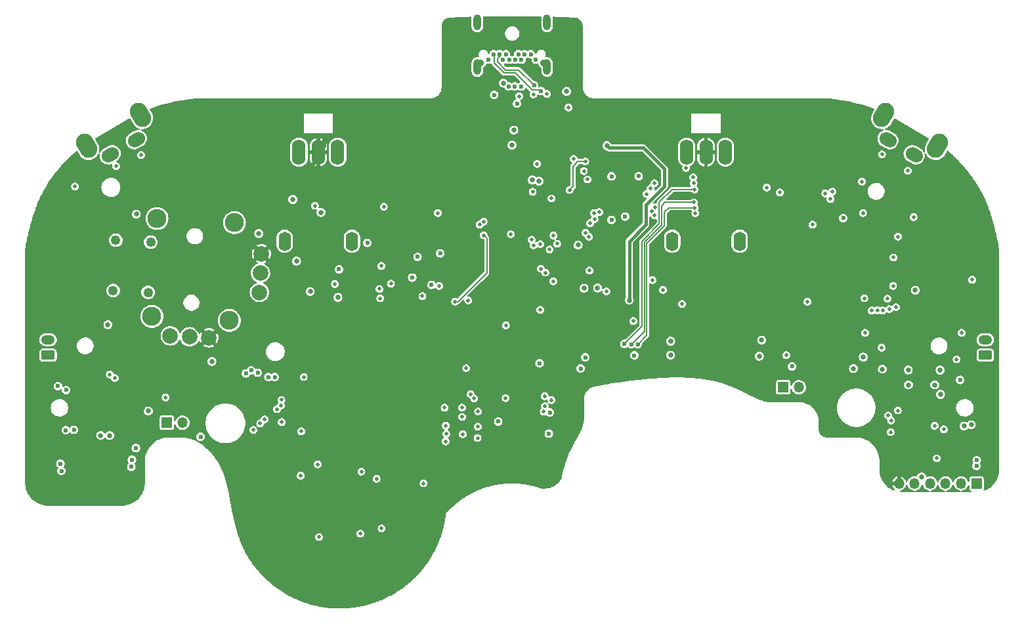
<source format=gbr>
%TF.GenerationSoftware,KiCad,Pcbnew,8.0.2*%
%TF.CreationDate,2024-10-29T10:05:37-07:00*%
%TF.ProjectId,UGC_Main_S1,5547435f-4d61-4696-9e5f-53312e6b6963,rev?*%
%TF.SameCoordinates,Original*%
%TF.FileFunction,Copper,L2,Inr*%
%TF.FilePolarity,Positive*%
%FSLAX46Y46*%
G04 Gerber Fmt 4.6, Leading zero omitted, Abs format (unit mm)*
G04 Created by KiCad (PCBNEW 8.0.2) date 2024-10-29 10:05:37*
%MOMM*%
%LPD*%
G01*
G04 APERTURE LIST*
G04 Aperture macros list*
%AMRoundRect*
0 Rectangle with rounded corners*
0 $1 Rounding radius*
0 $2 $3 $4 $5 $6 $7 $8 $9 X,Y pos of 4 corners*
0 Add a 4 corners polygon primitive as box body*
4,1,4,$2,$3,$4,$5,$6,$7,$8,$9,$2,$3,0*
0 Add four circle primitives for the rounded corners*
1,1,$1+$1,$2,$3*
1,1,$1+$1,$4,$5*
1,1,$1+$1,$6,$7*
1,1,$1+$1,$8,$9*
0 Add four rect primitives between the rounded corners*
20,1,$1+$1,$2,$3,$4,$5,0*
20,1,$1+$1,$4,$5,$6,$7,0*
20,1,$1+$1,$6,$7,$8,$9,0*
20,1,$1+$1,$8,$9,$2,$3,0*%
%AMHorizOval*
0 Thick line with rounded ends*
0 $1 width*
0 $2 $3 position (X,Y) of the first rounded end (center of the circle)*
0 $4 $5 position (X,Y) of the second rounded end (center of the circle)*
0 Add line between two ends*
20,1,$1,$2,$3,$4,$5,0*
0 Add two circle primitives to create the rounded ends*
1,1,$1,$2,$3*
1,1,$1,$4,$5*%
G04 Aperture macros list end*
%TA.AperFunction,ComponentPad*%
%ADD10R,1.350000X1.350000*%
%TD*%
%TA.AperFunction,ComponentPad*%
%ADD11O,1.350000X1.350000*%
%TD*%
%TA.AperFunction,ComponentPad*%
%ADD12C,2.000000*%
%TD*%
%TA.AperFunction,ComponentPad*%
%ADD13C,1.250000*%
%TD*%
%TA.AperFunction,ComponentPad*%
%ADD14C,2.450000*%
%TD*%
%TA.AperFunction,ComponentPad*%
%ADD15HorizOval,1.700000X0.259808X0.150000X-0.259808X-0.150000X0*%
%TD*%
%TA.AperFunction,ComponentPad*%
%ADD16HorizOval,2.250000X-0.250000X0.433013X0.250000X-0.433013X0*%
%TD*%
%TA.AperFunction,ComponentPad*%
%ADD17HorizOval,1.700000X0.259808X-0.150000X-0.259808X0.150000X0*%
%TD*%
%TA.AperFunction,ComponentPad*%
%ADD18HorizOval,2.250000X-0.250000X-0.433013X0.250000X0.433013X0*%
%TD*%
%TA.AperFunction,ComponentPad*%
%ADD19O,1.772000X3.250000*%
%TD*%
%TA.AperFunction,ComponentPad*%
%ADD20RoundRect,0.250000X0.625000X-0.350000X0.625000X0.350000X-0.625000X0.350000X-0.625000X-0.350000X0*%
%TD*%
%TA.AperFunction,ComponentPad*%
%ADD21O,1.750000X1.200000*%
%TD*%
%TA.AperFunction,HeatsinkPad*%
%ADD22O,1.600000X2.500000*%
%TD*%
%TA.AperFunction,ComponentPad*%
%ADD23O,1.000000X2.000000*%
%TD*%
%TA.AperFunction,ComponentPad*%
%ADD24C,0.900000*%
%TD*%
%TA.AperFunction,ComponentPad*%
%ADD25C,0.600000*%
%TD*%
%TA.AperFunction,ViaPad*%
%ADD26C,0.600000*%
%TD*%
%TA.AperFunction,ViaPad*%
%ADD27C,0.500000*%
%TD*%
%TA.AperFunction,ViaPad*%
%ADD28C,0.650000*%
%TD*%
%TA.AperFunction,Conductor*%
%ADD29C,0.200000*%
%TD*%
%TA.AperFunction,Conductor*%
%ADD30C,0.400000*%
%TD*%
%TA.AperFunction,Conductor*%
%ADD31C,0.150000*%
%TD*%
%TA.AperFunction,Conductor*%
%ADD32C,0.500000*%
%TD*%
G04 APERTURE END LIST*
D10*
%TO.N,Net-(D4A-A)*%
%TO.C,J8*%
X253457200Y-131775200D03*
D11*
%TO.N,G*%
X255457200Y-131775200D03*
%TD*%
D12*
%TO.N,+3V3*%
%TO.C,SW6*%
X186152579Y-114543149D03*
%TO.N,Net-(SW6-Y_OUT)*%
X186021739Y-117039723D03*
%TO.N,GND*%
X185890899Y-119536297D03*
%TO.N,+3V3*%
X179374913Y-125403317D03*
%TO.N,Net-(SW6-X_OUT)*%
X176878339Y-125272477D03*
%TO.N,GND*%
X174381765Y-125141637D03*
D13*
%TO.N,LS_BTN_IN*%
X167027480Y-119298736D03*
X167367664Y-112807644D03*
%TO.N,H*%
X171521313Y-119534248D03*
X171861497Y-113043156D03*
D14*
%TO.N,*%
X181995785Y-123162412D03*
X182657835Y-110529748D03*
X172009489Y-122639052D03*
X172671539Y-110006388D03*
%TD*%
D15*
%TO.N,Net-(D11A-A)*%
%TO.C,SW7*%
X170020963Y-99834400D03*
%TO.N,H*%
X166643465Y-101784400D03*
D16*
%TO.N,*%
X170546316Y-96644336D03*
X163618112Y-100644336D03*
%TD*%
D17*
%TO.N,Net-(D5B-A)*%
%TO.C,SW8*%
X270323849Y-101784400D03*
%TO.N,G*%
X266946351Y-99834400D03*
D18*
%TO.N,*%
X273349202Y-100644336D03*
X266420998Y-96644336D03*
%TD*%
D10*
%TO.N,GND*%
%TO.C,J4*%
X278380200Y-144195800D03*
D11*
%TO.N,RS_B_IN*%
X276380200Y-144195800D03*
%TO.N,RS_B_OUT*%
X274380200Y-144195800D03*
%TO.N,RY*%
X272380200Y-144195800D03*
%TO.N,RX*%
X270380200Y-144195800D03*
%TO.N,+3V3*%
X268380200Y-144195800D03*
%TD*%
D10*
%TO.N,LS_BTN_IN*%
%TO.C,J9*%
X173955200Y-136347200D03*
D11*
%TO.N,H*%
X175955200Y-136347200D03*
%TD*%
D19*
%TO.N,GND*%
%TO.C,S6*%
X245983657Y-101434400D03*
%TD*%
%TO.N,+3V3*%
%TO.C,S4*%
X243483657Y-101434400D03*
%TD*%
%TO.N,GND*%
%TO.C,S3*%
X195983657Y-101434400D03*
%TD*%
D20*
%TO.N,G*%
%TO.C,J7*%
X279501600Y-127635000D03*
D21*
%TO.N,Net-(D5C-A)*%
X279501600Y-125635000D03*
%TD*%
D19*
%TO.N,ZR_ANALOG*%
%TO.C,S5*%
X240983657Y-101434400D03*
%TD*%
D22*
%TO.N,N/C*%
%TO.C,RV2*%
X239133657Y-112934400D03*
X247833657Y-112934400D03*
%TD*%
D20*
%TO.N,H*%
%TO.C,J6*%
X158623000Y-127635000D03*
D21*
%TO.N,Net-(D11C-A)*%
X158623000Y-125635000D03*
%TD*%
D23*
%TO.N,GND*%
%TO.C,J5*%
X222983635Y-90454400D03*
D24*
X222533635Y-89904400D03*
D23*
X222983635Y-84704400D03*
X213983635Y-90454400D03*
D24*
X214433635Y-89904400D03*
D23*
X213983635Y-84704400D03*
D25*
X215433635Y-89504400D03*
%TO.N,N_DATA*%
X216083635Y-88804400D03*
%TO.N,N_LATCH*%
X216883635Y-88804400D03*
%TO.N,VBUS_SYS*%
X217283635Y-89504400D03*
%TO.N,unconnected-(J5-SBU2-PadB8)*%
X217683635Y-88804400D03*
%TO.N,D-*%
X218083635Y-89504400D03*
%TO.N,D+*%
X218883635Y-89504400D03*
%TO.N,CC2*%
X219283635Y-88804400D03*
%TO.N,VBUS_SYS*%
X219683635Y-89504400D03*
%TO.N,N_CLOCK*%
X220083635Y-88804400D03*
%TO.N,+3V3_PRE*%
X220883635Y-88804400D03*
%TO.N,GND*%
X221533635Y-89504400D03*
%TD*%
D22*
%TO.N,N/C*%
%TO.C,RV1*%
X189133657Y-112934400D03*
X197833657Y-112934400D03*
%TD*%
D19*
%TO.N,+3V3*%
%TO.C,S1*%
X193483657Y-101434400D03*
%TD*%
%TO.N,ZL_ANALOG*%
%TO.C,S2*%
X190983657Y-101434400D03*
%TD*%
D26*
%TO.N,GND*%
X196150000Y-116550000D03*
X199800000Y-113150000D03*
X209200000Y-114500000D03*
%TO.N,SPI_CK*%
X205596029Y-117633842D03*
%TO.N,SPI_TX*%
X208087623Y-118566476D03*
%TO.N,IMU1_CS*%
X206285417Y-114945846D03*
%TO.N,GND*%
X276275800Y-130835400D03*
D27*
X256583498Y-120742670D03*
X259538908Y-107500400D03*
D26*
X161950400Y-137261600D03*
D27*
X214275000Y-110775000D03*
D26*
X278384000Y-141935200D03*
D28*
X218465400Y-100533200D03*
D27*
X258876800Y-106781600D03*
D26*
X219100400Y-95173800D03*
X160909000Y-137312400D03*
D27*
X206905306Y-120011193D03*
X223545400Y-107416600D03*
X214800000Y-110400000D03*
D28*
X250367800Y-127762000D03*
D26*
X169951400Y-139623800D03*
D28*
X269570200Y-129540000D03*
D27*
X273253200Y-140944600D03*
D28*
X229504526Y-118967615D03*
D27*
X208915000Y-109296200D03*
X201930000Y-108483400D03*
D26*
X278409400Y-141198600D03*
D27*
X223545400Y-133426200D03*
X267309600Y-137566400D03*
D26*
X160350200Y-142570200D03*
D28*
X262509000Y-129362200D03*
D26*
X169367200Y-142036800D03*
D28*
X272999200Y-131470400D03*
D27*
X218328641Y-112035674D03*
D26*
X159893000Y-131622800D03*
X233045000Y-109753400D03*
D27*
X234111800Y-123240800D03*
X259797767Y-106529682D03*
X228449022Y-116721319D03*
D28*
X271297400Y-143357600D03*
D26*
X178308000Y-138176000D03*
D27*
X222554800Y-134924800D03*
D26*
X234797600Y-104521000D03*
X231292400Y-110185200D03*
X231292400Y-104571800D03*
D28*
X273685000Y-129565400D03*
X238912400Y-127635000D03*
X227748754Y-118990566D03*
X218694000Y-98602800D03*
X238937800Y-125831600D03*
D27*
X230632000Y-119405400D03*
D28*
X269595600Y-131470400D03*
D27*
X222681800Y-132943600D03*
X253022161Y-106650220D03*
D28*
X250672600Y-125704600D03*
X263779000Y-127889000D03*
D26*
X169443400Y-141122400D03*
X160223200Y-141630400D03*
X160959800Y-132130800D03*
D27*
X222707200Y-134239000D03*
D28*
%TO.N,LX*%
X196011800Y-120192800D03*
X179755800Y-128447800D03*
%TO.N,LY*%
X190677800Y-115493800D03*
X192430400Y-119430800D03*
D27*
%TO.N,Net-(D4A-A)*%
X266141200Y-126669800D03*
X242112800Y-109321600D03*
X266877800Y-120345200D03*
X267131800Y-121691400D03*
X268249400Y-112344200D03*
X253847600Y-127635000D03*
%TO.N,+1V1*%
X227914200Y-102641400D03*
X225882200Y-106324400D03*
X221132400Y-106553000D03*
D28*
%TO.N,LRA_R*%
X266242800Y-129438400D03*
D27*
X223788683Y-118099400D03*
D28*
%TO.N,VBUS_SYS*%
X230708200Y-100609400D03*
X233578400Y-120548400D03*
D26*
%TO.N,BTN_PWR*%
X223215200Y-137769600D03*
X223343093Y-135037482D03*
D27*
X236575600Y-117957600D03*
X222783400Y-116992400D03*
D26*
%TO.N,D+*%
X218020000Y-92960000D03*
%TO.N,D-*%
X218813581Y-92957751D03*
D28*
%TO.N,SL_RGB*%
X185801000Y-111937800D03*
X190195200Y-107543600D03*
%TO.N,Net-(L2-DOUT)*%
X166344600Y-123698000D03*
X170002200Y-109423200D03*
D26*
%TO.N,N_LATCH*%
X221319912Y-92810852D03*
%TO.N,N_DATA*%
X222190000Y-93548200D03*
%TO.N,N_CLOCK*%
X219660000Y-92980000D03*
D27*
%TO.N,USB_BOOT*%
X214807800Y-112166400D03*
X211124800Y-120726200D03*
D26*
X216700000Y-136200000D03*
D27*
%TO.N,RGB_OUT*%
X221716600Y-102946200D03*
X193040000Y-108356400D03*
%TO.N,SHARED_PU*%
X225755200Y-95681800D03*
X222961200Y-93929200D03*
X221225180Y-94002017D03*
X219394150Y-94218778D03*
%TO.N,LADC_CS*%
X221259400Y-113461800D03*
X195630800Y-118465600D03*
%TO.N,SPI_TX*%
X202844400Y-118414800D03*
X265607800Y-121843800D03*
X201472800Y-120294400D03*
X224282000Y-113258600D03*
X267360400Y-136067800D03*
%TO.N,SPI_RX*%
X266979400Y-135407400D03*
X209067400Y-118719600D03*
X223314292Y-114001645D03*
X264871200Y-121869200D03*
%TO.N,SPI_CK*%
X223824800Y-112191800D03*
X266268200Y-121869200D03*
X268224000Y-134772400D03*
X201366000Y-119105800D03*
D28*
%TO.N,RADC_CS*%
X227004875Y-113428678D03*
X270484600Y-119253000D03*
X273735800Y-132689600D03*
D27*
%TO.N,IMU0_CS*%
X201599800Y-116128800D03*
X220980000Y-112725200D03*
D28*
%TO.N,ZL_ANALOG*%
X221081600Y-105029000D03*
X193827400Y-109220000D03*
%TO.N,ZR_ANALOG*%
X221940000Y-105200000D03*
D27*
X240935134Y-103462233D03*
D26*
%TO.N,E*%
X187867610Y-130476935D03*
D27*
X212115400Y-137845800D03*
X236321600Y-106121200D03*
X229055724Y-109296201D03*
%TO.N,D*%
X229717600Y-109169200D03*
X235813600Y-106832400D03*
D26*
X187045600Y-130454400D03*
D27*
X214045800Y-136855200D03*
D26*
%TO.N,+3V3_PRE*%
X216165246Y-94049711D03*
D28*
X225500000Y-93610000D03*
D27*
%TO.N,IMU1_CS*%
X222130000Y-113310000D03*
%TO.N,C*%
X228200164Y-104966757D03*
X212039200Y-135610600D03*
D26*
X185674000Y-129895600D03*
D27*
X236920856Y-108544138D03*
D28*
%TO.N,CC1*%
X217350000Y-92530000D03*
D27*
%TO.N,Net-(D5B-A)*%
X269519400Y-103835200D03*
X241884200Y-105435400D03*
X263601200Y-105232200D03*
%TO.N,A*%
X226415600Y-102311200D03*
X236853904Y-109619539D03*
X212013800Y-134391400D03*
D26*
X184150000Y-129997200D03*
%TO.N,B*%
X184810400Y-129590800D03*
D27*
X236474058Y-109051928D03*
X214096600Y-134899400D03*
X227736400Y-103886000D03*
D26*
%TO.N,+3V3*%
X245999000Y-129667000D03*
D28*
X227279200Y-116611400D03*
D26*
X257429000Y-107848400D03*
D28*
X226796600Y-116128800D03*
X177292000Y-108432600D03*
D27*
X215846705Y-109870895D03*
D28*
X168198800Y-125272800D03*
X177495200Y-102438200D03*
X220658568Y-111998972D03*
D26*
X237566200Y-124739400D03*
D28*
X188112400Y-123926600D03*
D26*
X266369800Y-138201400D03*
D28*
X227500000Y-115900000D03*
D26*
X238031090Y-125368176D03*
D28*
X186740800Y-97764600D03*
D27*
X231934208Y-101802643D03*
D28*
X280365200Y-133172200D03*
D26*
X237413800Y-128295400D03*
X275717000Y-118668800D03*
X237083600Y-127685800D03*
D28*
X169849800Y-110583609D03*
X240446692Y-96679849D03*
D26*
X220497400Y-143205200D03*
D28*
X176453800Y-108635800D03*
D27*
X225806000Y-107492800D03*
D26*
X261289800Y-122097800D03*
X237947200Y-127787400D03*
D28*
X220005282Y-103213573D03*
X162255200Y-134823200D03*
X176758600Y-103124000D03*
X199097900Y-115684300D03*
X187172600Y-111861600D03*
X178231800Y-103124000D03*
D26*
X237083600Y-125349000D03*
D28*
X222021400Y-97713800D03*
X226212400Y-100279200D03*
X270484600Y-131902200D03*
X202057000Y-112318800D03*
D27*
X224866200Y-105054400D03*
D28*
X177876200Y-108940600D03*
D27*
X218821000Y-107416600D03*
D28*
X204220000Y-114070000D03*
X226718285Y-121785989D03*
D27*
%TO.N,F*%
X191592200Y-130454400D03*
X214020400Y-138328400D03*
X236837529Y-105442522D03*
X229108000Y-110083600D03*
%TO.N,RS_B_OUT*%
X272973800Y-136753600D03*
%TO.N,Net-(D5C-A)*%
X241833400Y-104673400D03*
X275818600Y-128168400D03*
%TO.N,Net-(D8C-A)*%
X191287400Y-137464800D03*
X188753270Y-136277422D03*
%TO.N,Net-(D8B-A)*%
X186563000Y-135915400D03*
X198907400Y-150672800D03*
%TO.N,Net-(D8A-A)*%
X185978800Y-136448800D03*
X193395600Y-141732000D03*
%TO.N,RS_B_IN*%
X274167600Y-137210800D03*
%TO.N,Net-(D11A-A)*%
X188171967Y-134603702D03*
X162102800Y-105867200D03*
X170611800Y-101803200D03*
%TO.N,Net-(D11C-A)*%
X188724384Y-133414380D03*
X167233600Y-130581400D03*
%TO.N,Net-(D12C-A)*%
X209770157Y-134423074D03*
X217652600Y-133172200D03*
%TO.N,Net-(D12A-A)*%
X213588600Y-133223000D03*
X217678000Y-123799600D03*
%TO.N,Net-(D12B-A)*%
X213131400Y-132689600D03*
X212826600Y-120573800D03*
%TO.N,Net-(D13A-A)*%
X212572600Y-129311400D03*
X209905600Y-136728200D03*
%TO.N,Net-(D13B-A)*%
X209981800Y-137795000D03*
X200990200Y-143586200D03*
%TO.N,H*%
X191185800Y-143179800D03*
X227931351Y-111850544D03*
X193573400Y-151104600D03*
X167411400Y-103251000D03*
X199034400Y-142671800D03*
X185115200Y-137287000D03*
X166598600Y-130124200D03*
%TO.N,G*%
X263728200Y-109296200D03*
X267614400Y-118694200D03*
X267995400Y-121437400D03*
D26*
X227330000Y-129362200D03*
D27*
X276453600Y-124764800D03*
X264007600Y-124764800D03*
X277825200Y-117906800D03*
X267665200Y-115036600D03*
X228535538Y-110624007D03*
X263906000Y-120294400D03*
X266179300Y-101714300D03*
D26*
X254584200Y-129082800D03*
D27*
%TO.N,I*%
X207060800Y-144170400D03*
X228396800Y-112369600D03*
X222118121Y-121793838D03*
D26*
X227914200Y-127914400D03*
D27*
X201650600Y-149987000D03*
D26*
X222021400Y-128676400D03*
D27*
X237947200Y-119227600D03*
%TO.N,LS_BTN_IN*%
X173786800Y-133096000D03*
X188672392Y-134129273D03*
%TO.N,LRA_L*%
X222199200Y-116484400D03*
D28*
X171551600Y-134848600D03*
%TO.N,LRA_L+*%
X165410263Y-137988533D03*
%TO.N,LRA_R+*%
X277698200Y-136601200D03*
%TO.N,LRA_R-*%
X276758400Y-136779000D03*
%TO.N,LRA_L-*%
X166568997Y-137996991D03*
D27*
%TO.N,X2*%
X257225800Y-110794800D03*
X242036600Y-108610400D03*
D26*
X234688113Y-126218996D03*
%TO.N,X3*%
X261188200Y-109956600D03*
D27*
X241935000Y-107924600D03*
D26*
X233832400Y-126238000D03*
D27*
X270256000Y-109829600D03*
%TO.N,X4*%
X242011200Y-106248200D03*
X251333000Y-106019600D03*
D26*
X232956100Y-126174500D03*
D27*
%TO.N,X5*%
X240411000Y-121031000D03*
D26*
X234238800Y-127660400D03*
D27*
X209905600Y-138760200D03*
%TD*%
D29*
%TO.N,+1V1*%
X226949000Y-102641400D02*
X227914200Y-102641400D01*
X226314000Y-103276400D02*
X226949000Y-102641400D01*
X225882200Y-106324400D02*
X226314000Y-105892600D01*
X226314000Y-105892600D02*
X226314000Y-103276400D01*
D30*
%TO.N,VBUS_SYS*%
X235737400Y-108204000D02*
X235737400Y-110769400D01*
X230708200Y-100609400D02*
X230988800Y-100890000D01*
X233578400Y-112928400D02*
X233578400Y-120548400D01*
X238125000Y-105816400D02*
X235737400Y-108204000D01*
X235737400Y-110769400D02*
X233578400Y-112928400D01*
X238125000Y-103606600D02*
X238125000Y-105816400D01*
X235408400Y-100890000D02*
X238125000Y-103606600D01*
X230988800Y-100890000D02*
X235408400Y-100890000D01*
D29*
%TO.N,N_LATCH*%
X217620000Y-90840000D02*
X216580000Y-89800000D01*
X219349060Y-90840000D02*
X217620000Y-90840000D01*
X221319912Y-92810852D02*
X219349060Y-90840000D01*
X216883635Y-89106365D02*
X216883635Y-88804400D01*
X216580000Y-89800000D02*
X216580000Y-89410000D01*
X216580000Y-89410000D02*
X216883635Y-89106365D01*
%TO.N,N_DATA*%
X222051800Y-93410000D02*
X221100000Y-93410000D01*
X217450000Y-91200000D02*
X216210000Y-89960000D01*
X216210000Y-89960000D02*
X216210000Y-88930765D01*
X218890000Y-91200000D02*
X217450000Y-91200000D01*
X221100000Y-93410000D02*
X218890000Y-91200000D01*
X222190000Y-93548200D02*
X222051800Y-93410000D01*
X216210000Y-88930765D02*
X216083635Y-88804400D01*
D31*
%TO.N,USB_BOOT*%
X211124800Y-120726200D02*
X211480400Y-120726200D01*
X211480400Y-120726200D02*
X215214200Y-116992400D01*
X215214200Y-112572800D02*
X214807800Y-112166400D01*
X215214200Y-116992400D02*
X215214200Y-112572800D01*
D32*
%TO.N,+3V3*%
X193483657Y-102299343D02*
X192227200Y-103555800D01*
X194233800Y-100684257D02*
X194233800Y-99695000D01*
X193483657Y-101434400D02*
X193483657Y-102299343D01*
X194233800Y-99695000D02*
X194437000Y-99491800D01*
X193483657Y-101434400D02*
X194233800Y-100684257D01*
D31*
%TO.N,X2*%
X234688113Y-126218996D02*
X235839000Y-125068109D01*
X235839000Y-125068109D02*
X235839000Y-113182400D01*
X238099600Y-109194600D02*
X238683800Y-108610400D01*
X235839000Y-113182400D02*
X238099600Y-110921800D01*
X238099600Y-110921800D02*
X238099600Y-109194600D01*
X238683800Y-108610400D02*
X242036600Y-108610400D01*
%TO.N,X3*%
X235534200Y-124536200D02*
X235534200Y-113055400D01*
X233832400Y-126238000D02*
X235534200Y-124536200D01*
X235534200Y-113055400D02*
X237769400Y-110820200D01*
X238226600Y-107924600D02*
X241935000Y-107924600D01*
X237769400Y-108381800D02*
X238226600Y-107924600D01*
X237769400Y-110820200D02*
X237769400Y-108381800D01*
%TO.N,X4*%
X237464600Y-107899200D02*
X239115600Y-106248200D01*
X232956100Y-126174500D02*
X235204000Y-123926600D01*
X237464600Y-110667800D02*
X237464600Y-107899200D01*
X235204000Y-112928400D02*
X237464600Y-110667800D01*
X235204000Y-123926600D02*
X235204000Y-112928400D01*
X239115600Y-106248200D02*
X242011200Y-106248200D01*
%TD*%
%TA.AperFunction,Conductor*%
%TO.N,+3V3*%
G36*
X218599333Y-83889145D02*
G01*
X218599367Y-83889157D01*
X218599368Y-83889146D01*
X218599434Y-83889146D01*
X218715105Y-83889210D01*
X218715140Y-83889222D01*
X218715141Y-83889211D01*
X218715256Y-83889211D01*
X218830933Y-83889321D01*
X218830971Y-83889334D01*
X218830972Y-83889322D01*
X218831140Y-83889322D01*
X218946815Y-83889480D01*
X218946854Y-83889493D01*
X218946855Y-83889481D01*
X218947079Y-83889481D01*
X219062746Y-83889688D01*
X219062785Y-83889701D01*
X219062786Y-83889689D01*
X219063073Y-83889689D01*
X219178718Y-83889946D01*
X219178761Y-83889961D01*
X219178762Y-83889947D01*
X219179116Y-83889947D01*
X219294734Y-83890258D01*
X219294777Y-83890273D01*
X219294778Y-83890259D01*
X219410828Y-83890624D01*
X219410827Y-83890631D01*
X219410874Y-83890624D01*
X219526861Y-83891045D01*
X219526908Y-83891061D01*
X219526909Y-83891046D01*
X219642969Y-83891525D01*
X219643016Y-83891541D01*
X219643017Y-83891526D01*
X219759096Y-83892064D01*
X219759146Y-83892081D01*
X219759147Y-83892065D01*
X219875296Y-83892666D01*
X219875295Y-83892674D01*
X219875347Y-83892666D01*
X219991404Y-83893329D01*
X219991456Y-83893347D01*
X219991457Y-83893330D01*
X220107575Y-83894058D01*
X220107628Y-83894076D01*
X220107629Y-83894059D01*
X220223805Y-83894854D01*
X220223804Y-83894863D01*
X220223861Y-83894854D01*
X220339923Y-83895717D01*
X220339981Y-83895736D01*
X220339982Y-83895718D01*
X220456155Y-83896652D01*
X220456154Y-83896661D01*
X220456212Y-83896652D01*
X220572258Y-83897656D01*
X220572319Y-83897677D01*
X220572320Y-83897657D01*
X220688473Y-83898736D01*
X220688472Y-83898745D01*
X220688533Y-83898736D01*
X220804609Y-83899891D01*
X220804608Y-83899900D01*
X220804669Y-83899891D01*
X220920656Y-83901121D01*
X220920723Y-83901143D01*
X220920724Y-83901122D01*
X221036814Y-83902433D01*
X221036813Y-83902443D01*
X221036877Y-83902433D01*
X221152874Y-83903824D01*
X221152874Y-83903834D01*
X221152939Y-83903824D01*
X221268900Y-83905297D01*
X221268900Y-83905307D01*
X221268966Y-83905297D01*
X221384858Y-83906853D01*
X221384887Y-83906854D01*
X221386638Y-83906878D01*
X221500760Y-83908495D01*
X221500832Y-83908520D01*
X221500833Y-83908497D01*
X221502375Y-83908520D01*
X221616656Y-83910225D01*
X221616730Y-83910251D01*
X221616731Y-83910227D01*
X221619079Y-83910263D01*
X221732502Y-83912045D01*
X221732578Y-83912071D01*
X221732579Y-83912047D01*
X221848370Y-83913957D01*
X221848369Y-83913970D01*
X221848448Y-83913958D01*
X221963981Y-83915958D01*
X221964101Y-83916000D01*
X221964102Y-83915961D01*
X222156305Y-83919528D01*
X222214135Y-83939512D01*
X222249174Y-83989671D01*
X222251566Y-84037825D01*
X222233135Y-84130479D01*
X222233135Y-84130481D01*
X222233135Y-84130482D01*
X222233135Y-85278318D01*
X222261977Y-85423313D01*
X222318551Y-85559895D01*
X222400684Y-85682816D01*
X222505219Y-85787351D01*
X222628140Y-85869484D01*
X222764722Y-85926058D01*
X222909717Y-85954900D01*
X222909718Y-85954900D01*
X223057552Y-85954900D01*
X223057553Y-85954900D01*
X223202548Y-85926058D01*
X223339130Y-85869484D01*
X223462051Y-85787351D01*
X223566586Y-85682816D01*
X223648719Y-85559895D01*
X223705293Y-85423313D01*
X223734135Y-85278318D01*
X223734135Y-84130482D01*
X223734134Y-84130480D01*
X223734134Y-84130473D01*
X223724270Y-84080888D01*
X223731460Y-84020126D01*
X223772992Y-83975196D01*
X223824620Y-83962626D01*
X223854803Y-83963619D01*
X223854910Y-83963658D01*
X223854912Y-83963623D01*
X223973331Y-83967652D01*
X223973444Y-83967656D01*
X223976788Y-83967773D01*
X224091612Y-83971811D01*
X224091725Y-83971853D01*
X224091727Y-83971816D01*
X224210099Y-83976118D01*
X224210098Y-83976138D01*
X224210212Y-83976122D01*
X224328329Y-83980554D01*
X224328445Y-83980597D01*
X224328447Y-83980559D01*
X224446769Y-83985141D01*
X224446768Y-83985161D01*
X224446885Y-83985145D01*
X224565065Y-83989868D01*
X224683209Y-83994734D01*
X224683330Y-83994779D01*
X224683332Y-83994740D01*
X224801569Y-83999759D01*
X224801568Y-83999781D01*
X224801692Y-83999764D01*
X224919649Y-84004923D01*
X224919774Y-84004970D01*
X224919776Y-84004929D01*
X225037952Y-84010251D01*
X225038080Y-84010257D01*
X225046961Y-84010668D01*
X225155963Y-84015719D01*
X225156091Y-84015768D01*
X225156094Y-84015726D01*
X225274203Y-84021358D01*
X225274201Y-84021382D01*
X225274333Y-84021364D01*
X225392276Y-84027148D01*
X225392274Y-84027172D01*
X225392406Y-84027154D01*
X225510313Y-84033098D01*
X225628175Y-84039203D01*
X225628308Y-84039254D01*
X225628311Y-84039211D01*
X225637722Y-84039711D01*
X225746060Y-84045476D01*
X225746269Y-84045556D01*
X225746273Y-84045488D01*
X225982074Y-84058545D01*
X225982071Y-84058581D01*
X225982270Y-84058556D01*
X226084177Y-84064405D01*
X226084287Y-84064448D01*
X226084290Y-84064412D01*
X226186187Y-84070379D01*
X226287656Y-84076442D01*
X226287770Y-84076486D01*
X226287773Y-84076449D01*
X226389058Y-84082623D01*
X226389056Y-84082645D01*
X226389176Y-84082630D01*
X226489904Y-84088894D01*
X226490046Y-84088951D01*
X226490050Y-84088904D01*
X226628231Y-84097705D01*
X226633707Y-84098208D01*
X226734374Y-84110275D01*
X226745038Y-84112150D01*
X226839491Y-84134148D01*
X226852702Y-84138217D01*
X226998537Y-84194564D01*
X227011064Y-84200442D01*
X227095966Y-84247792D01*
X227105117Y-84253573D01*
X227184146Y-84309782D01*
X227194827Y-84318566D01*
X227308475Y-84426179D01*
X227317602Y-84436084D01*
X227374266Y-84506692D01*
X227380180Y-84514888D01*
X227429378Y-84590974D01*
X227435674Y-84602265D01*
X227498312Y-84734179D01*
X227503086Y-84746204D01*
X227531001Y-84832595D01*
X227533617Y-84842374D01*
X227552524Y-84930973D01*
X227554391Y-84943763D01*
X227566204Y-85091875D01*
X227566517Y-85099746D01*
X227566517Y-92997183D01*
X227568708Y-93115074D01*
X227568708Y-93115076D01*
X227605585Y-93347922D01*
X227678441Y-93572149D01*
X227780314Y-93772089D01*
X227785473Y-93782213D01*
X227924050Y-93972947D01*
X228090758Y-94139654D01*
X228281492Y-94278230D01*
X228491557Y-94385262D01*
X228715779Y-94458114D01*
X228948637Y-94494993D01*
X229066517Y-94497189D01*
X257941320Y-94497189D01*
X257941854Y-94497189D01*
X258375006Y-94499532D01*
X258378683Y-94499622D01*
X259244175Y-94537305D01*
X259248452Y-94537585D01*
X260111192Y-94612856D01*
X260115442Y-94613320D01*
X260974142Y-94726056D01*
X260978362Y-94726705D01*
X261831319Y-94876683D01*
X261835473Y-94877507D01*
X262681109Y-95064449D01*
X262685286Y-95065468D01*
X263521951Y-95289009D01*
X263526062Y-95290203D01*
X264352250Y-95549940D01*
X264356282Y-95551305D01*
X265160914Y-95843296D01*
X265209164Y-95880918D01*
X265226085Y-95939717D01*
X265212879Y-95985857D01*
X264925652Y-96483352D01*
X264925650Y-96483356D01*
X264848063Y-96685481D01*
X264827772Y-96780941D01*
X264803048Y-96897256D01*
X264803047Y-96897260D01*
X264803047Y-96897264D01*
X264791717Y-97113459D01*
X264791717Y-97113461D01*
X264796870Y-97162486D01*
X264814349Y-97328790D01*
X264856376Y-97485637D01*
X264870386Y-97537921D01*
X264870387Y-97537922D01*
X264958447Y-97735710D01*
X264958452Y-97735718D01*
X265076364Y-97917288D01*
X265076365Y-97917289D01*
X265076366Y-97917290D01*
X265221239Y-98078186D01*
X265389498Y-98214440D01*
X265576999Y-98322694D01*
X265779128Y-98400283D01*
X265990905Y-98445299D01*
X266099010Y-98450964D01*
X266207108Y-98456629D01*
X266207109Y-98456629D01*
X266207111Y-98456628D01*
X266207116Y-98456629D01*
X266288105Y-98448116D01*
X266347951Y-98460837D01*
X266388892Y-98506307D01*
X266395288Y-98567157D01*
X266364695Y-98620145D01*
X266324081Y-98642199D01*
X266318054Y-98643814D01*
X266318049Y-98643816D01*
X266159807Y-98714269D01*
X266014532Y-98808613D01*
X266014529Y-98808615D01*
X265885801Y-98924522D01*
X265885799Y-98924524D01*
X265776784Y-99059145D01*
X265690174Y-99209161D01*
X265628098Y-99370878D01*
X265592083Y-99540319D01*
X265583017Y-99713290D01*
X265583017Y-99713292D01*
X265589710Y-99776964D01*
X265601125Y-99885572D01*
X265624421Y-99972512D01*
X265645958Y-100052893D01*
X265716412Y-100211135D01*
X265810756Y-100356410D01*
X265810758Y-100356413D01*
X265925052Y-100483350D01*
X265926667Y-100485143D01*
X266061286Y-100594156D01*
X266730917Y-100980767D01*
X266892635Y-101042844D01*
X267062072Y-101078859D01*
X267142798Y-101083089D01*
X267235049Y-101087925D01*
X267235051Y-101087925D01*
X267235052Y-101087924D01*
X267235057Y-101087925D01*
X267407331Y-101069818D01*
X267574650Y-101024985D01*
X267732897Y-100954529D01*
X267749648Y-100943651D01*
X267878167Y-100860188D01*
X267878167Y-100860187D01*
X267878173Y-100860184D01*
X268006903Y-100744276D01*
X268115915Y-100609657D01*
X268202526Y-100459642D01*
X268264603Y-100297925D01*
X268300618Y-100128488D01*
X268305836Y-100028934D01*
X268309684Y-99955509D01*
X268309684Y-99955507D01*
X268309683Y-99955505D01*
X268309684Y-99955502D01*
X268291577Y-99783229D01*
X268246744Y-99615910D01*
X268176288Y-99457663D01*
X268158208Y-99429823D01*
X268081945Y-99312389D01*
X268081943Y-99312386D01*
X267966036Y-99183658D01*
X267966034Y-99183656D01*
X267831415Y-99074643D01*
X267571400Y-98924524D01*
X267161785Y-98688033D01*
X267161779Y-98688030D01*
X267161778Y-98688030D01*
X267102124Y-98665131D01*
X267000068Y-98625956D01*
X267000064Y-98625955D01*
X266970215Y-98619610D01*
X266830631Y-98589941D01*
X266830626Y-98589940D01*
X266830623Y-98589940D01*
X266657652Y-98580874D01*
X266657650Y-98580874D01*
X266630144Y-98583765D01*
X266619703Y-98584862D01*
X266559855Y-98572141D01*
X266518915Y-98526671D01*
X266512520Y-98465821D01*
X266543113Y-98412833D01*
X266583730Y-98390779D01*
X266631569Y-98377961D01*
X266829360Y-98289899D01*
X267010939Y-98171981D01*
X267171835Y-98027108D01*
X267308089Y-97858849D01*
X267712089Y-97159098D01*
X267757557Y-97118160D01*
X267818407Y-97111764D01*
X267846739Y-97122530D01*
X267911094Y-97159104D01*
X267916683Y-97162280D01*
X267916970Y-97162444D01*
X272225328Y-99641658D01*
X272266333Y-99687068D01*
X272272816Y-99747909D01*
X272261687Y-99776964D01*
X271911815Y-100382964D01*
X271865195Y-100463713D01*
X271853856Y-100483352D01*
X271853854Y-100483356D01*
X271776267Y-100685481D01*
X271755976Y-100780941D01*
X271731252Y-100897256D01*
X271731251Y-100897260D01*
X271731251Y-100897264D01*
X271719921Y-101113459D01*
X271719921Y-101113461D01*
X271732202Y-101230303D01*
X271742553Y-101328790D01*
X271755370Y-101376622D01*
X271755371Y-101376626D01*
X271752168Y-101437728D01*
X271713663Y-101485278D01*
X271654562Y-101501113D01*
X271597441Y-101479186D01*
X271569303Y-101442515D01*
X271568596Y-101440928D01*
X271559749Y-101421057D01*
X271553788Y-101407667D01*
X271553785Y-101407661D01*
X271459443Y-101262389D01*
X271459441Y-101262386D01*
X271343534Y-101133658D01*
X271343532Y-101133656D01*
X271208913Y-101024643D01*
X270948898Y-100874524D01*
X270539283Y-100638033D01*
X270539277Y-100638030D01*
X270539276Y-100638030D01*
X270479622Y-100615131D01*
X270377566Y-100575956D01*
X270377562Y-100575955D01*
X270347713Y-100569610D01*
X270208129Y-100539941D01*
X270208124Y-100539940D01*
X270208121Y-100539940D01*
X270035150Y-100530874D01*
X270035148Y-100530874D01*
X269915763Y-100543422D01*
X269862869Y-100548982D01*
X269795941Y-100566915D01*
X269695547Y-100593815D01*
X269695547Y-100593816D01*
X269537305Y-100664269D01*
X269392030Y-100758613D01*
X269392027Y-100758615D01*
X269263299Y-100874522D01*
X269263297Y-100874524D01*
X269154282Y-101009145D01*
X269067672Y-101159161D01*
X269021718Y-101278879D01*
X269009850Y-101309797D01*
X269005596Y-101320878D01*
X269000841Y-101343249D01*
X268970078Y-101487983D01*
X268969581Y-101490319D01*
X268960515Y-101663290D01*
X268960515Y-101663292D01*
X268968127Y-101735710D01*
X268978623Y-101835572D01*
X269002041Y-101922970D01*
X269023456Y-102002893D01*
X269093910Y-102161135D01*
X269188254Y-102306410D01*
X269188256Y-102306413D01*
X269243733Y-102368027D01*
X269304165Y-102435143D01*
X269438784Y-102544156D01*
X270108415Y-102930767D01*
X270154492Y-102948454D01*
X270267673Y-102991900D01*
X270270133Y-102992844D01*
X270439570Y-103028859D01*
X270520296Y-103033089D01*
X270612547Y-103037925D01*
X270612549Y-103037925D01*
X270612550Y-103037924D01*
X270612555Y-103037925D01*
X270784829Y-103019818D01*
X270952148Y-102974985D01*
X271110395Y-102904529D01*
X271110913Y-102904193D01*
X271255665Y-102810188D01*
X271255665Y-102810187D01*
X271255671Y-102810184D01*
X271384401Y-102694276D01*
X271493413Y-102559657D01*
X271580024Y-102409642D01*
X271642101Y-102247925D01*
X271678116Y-102078488D01*
X271686291Y-101922508D01*
X271687182Y-101905509D01*
X271687182Y-101905507D01*
X271687181Y-101905505D01*
X271687182Y-101905502D01*
X271669075Y-101733229D01*
X271667460Y-101727200D01*
X271670661Y-101666101D01*
X271709166Y-101618550D01*
X271768266Y-101602714D01*
X271825388Y-101624640D01*
X271853527Y-101661311D01*
X271886651Y-101735710D01*
X271886656Y-101735718D01*
X272004568Y-101917288D01*
X272149445Y-102078188D01*
X272188968Y-102110193D01*
X272317702Y-102214440D01*
X272505203Y-102322694D01*
X272707332Y-102400283D01*
X272919109Y-102445299D01*
X273027214Y-102450964D01*
X273135312Y-102456629D01*
X273135314Y-102456629D01*
X273135315Y-102456628D01*
X273135320Y-102456629D01*
X273350643Y-102433998D01*
X273559773Y-102377961D01*
X273757564Y-102289899D01*
X273939143Y-102171981D01*
X274100039Y-102027108D01*
X274236293Y-101858849D01*
X274571140Y-101278876D01*
X274616607Y-101237938D01*
X274677457Y-101231542D01*
X274722621Y-101254364D01*
X274728404Y-101259501D01*
X274728787Y-101259843D01*
X274848795Y-101367817D01*
X274849215Y-101368197D01*
X274923979Y-101436323D01*
X274968630Y-101477009D01*
X274969097Y-101477437D01*
X275087941Y-101587127D01*
X275088410Y-101587563D01*
X275206553Y-101698031D01*
X275207026Y-101698476D01*
X275324582Y-101809848D01*
X275325057Y-101810301D01*
X275441931Y-101922508D01*
X275442409Y-101922970D01*
X275465723Y-101945656D01*
X275558719Y-102036148D01*
X275558905Y-102036330D01*
X275646785Y-102123017D01*
X275674513Y-102150369D01*
X275674998Y-102150851D01*
X275789688Y-102265559D01*
X275790176Y-102266051D01*
X275903981Y-102381479D01*
X275904473Y-102381981D01*
X276017574Y-102498336D01*
X276018069Y-102498849D01*
X276130290Y-102615975D01*
X276130789Y-102616500D01*
X276242043Y-102734329D01*
X276242544Y-102734863D01*
X276352990Y-102853585D01*
X276353496Y-102854133D01*
X276462974Y-102973605D01*
X276463482Y-102974164D01*
X276571898Y-103094305D01*
X276572410Y-103094876D01*
X276679975Y-103215947D01*
X276680438Y-103216472D01*
X276787011Y-103338344D01*
X276787353Y-103338739D01*
X276845358Y-103406150D01*
X276892815Y-103461302D01*
X276893336Y-103461913D01*
X276997578Y-103585065D01*
X276998014Y-103585583D01*
X277101288Y-103709650D01*
X277101762Y-103710224D01*
X277135540Y-103751500D01*
X277203226Y-103834211D01*
X277203828Y-103834946D01*
X277204358Y-103835600D01*
X277305153Y-103960930D01*
X277305686Y-103961599D01*
X277405241Y-104087600D01*
X277405763Y-104088267D01*
X277407837Y-104090939D01*
X277504031Y-104214909D01*
X277504828Y-104215950D01*
X277698001Y-104471937D01*
X277698678Y-104472847D01*
X277779692Y-104583175D01*
X277780153Y-104583807D01*
X277859344Y-104693458D01*
X277859731Y-104693997D01*
X277937116Y-104802954D01*
X277937495Y-104803492D01*
X278012857Y-104911394D01*
X278013301Y-104912036D01*
X278086813Y-105019078D01*
X278087250Y-105019720D01*
X278158988Y-105125955D01*
X278159421Y-105126601D01*
X278229279Y-105231824D01*
X278229704Y-105232469D01*
X278297876Y-105336912D01*
X278298279Y-105337535D01*
X278355500Y-105426710D01*
X278364795Y-105441195D01*
X278365206Y-105441842D01*
X278429936Y-105544459D01*
X278430292Y-105545028D01*
X278493564Y-105647064D01*
X278493754Y-105647373D01*
X278555344Y-105748414D01*
X278555733Y-105749058D01*
X278615677Y-105849103D01*
X278616057Y-105849743D01*
X278674431Y-105948851D01*
X278674804Y-105949490D01*
X278731596Y-106047582D01*
X278731960Y-106048216D01*
X278787444Y-106145702D01*
X278787801Y-106146334D01*
X278841687Y-106242646D01*
X278842034Y-106243272D01*
X278894588Y-106338819D01*
X278894926Y-106339438D01*
X278946086Y-106434040D01*
X278946416Y-106434655D01*
X278996245Y-106528369D01*
X278996556Y-106528959D01*
X279045187Y-106621968D01*
X279088679Y-106706544D01*
X279092532Y-106714037D01*
X279092833Y-106714627D01*
X279138851Y-106805610D01*
X279139142Y-106806190D01*
X279183871Y-106896082D01*
X279184287Y-106896929D01*
X279270418Y-107074246D01*
X279270940Y-107075338D01*
X279352472Y-107248543D01*
X279353170Y-107250059D01*
X279504296Y-107585679D01*
X279504488Y-107586104D01*
X279505102Y-107587495D01*
X279510112Y-107599100D01*
X279574257Y-107747674D01*
X279574636Y-107748565D01*
X279610464Y-107833831D01*
X279638225Y-107899902D01*
X279642559Y-107910215D01*
X279642927Y-107911102D01*
X279709659Y-108074336D01*
X279710014Y-108075216D01*
X279765182Y-108213943D01*
X279775550Y-108240013D01*
X279775892Y-108240885D01*
X279840329Y-108407492D01*
X279840657Y-108408352D01*
X279903958Y-108576658D01*
X279904273Y-108577507D01*
X279966557Y-108747821D01*
X279966858Y-108748656D01*
X280028151Y-108921034D01*
X280028438Y-108921854D01*
X280088712Y-109096200D01*
X280088985Y-109097001D01*
X280148448Y-109273884D01*
X280148709Y-109274669D01*
X280207284Y-109453854D01*
X280207530Y-109454619D01*
X280265240Y-109636131D01*
X280265474Y-109636876D01*
X280322448Y-109821095D01*
X280322669Y-109821818D01*
X280378942Y-110008817D01*
X280379150Y-110009518D01*
X280434730Y-110199286D01*
X280434926Y-110199966D01*
X280489845Y-110392565D01*
X280490030Y-110393220D01*
X280544411Y-110589028D01*
X280544584Y-110589660D01*
X280598377Y-110788446D01*
X280598539Y-110789055D01*
X280651874Y-110991243D01*
X280652027Y-110991827D01*
X280687176Y-111128448D01*
X280704913Y-111197387D01*
X280705041Y-111197896D01*
X280757560Y-111407088D01*
X280809762Y-111620056D01*
X280809810Y-111620251D01*
X280861672Y-111836811D01*
X280861787Y-111837300D01*
X280913276Y-112057226D01*
X280913384Y-112057692D01*
X280926163Y-112113487D01*
X280964476Y-112280773D01*
X280964621Y-112281403D01*
X280964722Y-112281846D01*
X281015896Y-112510092D01*
X281015989Y-112510513D01*
X281066949Y-112742525D01*
X281067036Y-112742922D01*
X281093896Y-112867655D01*
X281117982Y-112979510D01*
X281168519Y-113218717D01*
X281168911Y-113220571D01*
X281168985Y-113220927D01*
X281219784Y-113465813D01*
X281219885Y-113466305D01*
X281319904Y-113961089D01*
X281321867Y-113980705D01*
X281321867Y-142315810D01*
X281321858Y-142317146D01*
X281319661Y-142479935D01*
X281319048Y-142489683D01*
X281282521Y-142813888D01*
X281280661Y-142824833D01*
X281208215Y-143142242D01*
X281205142Y-143152910D01*
X281097610Y-143460224D01*
X281093361Y-143470481D01*
X280952101Y-143763811D01*
X280946731Y-143773528D01*
X280773511Y-144049205D01*
X280767086Y-144058259D01*
X280564091Y-144312807D01*
X280556693Y-144321086D01*
X280326477Y-144551301D01*
X280318199Y-144558698D01*
X280063649Y-144761694D01*
X280054595Y-144768119D01*
X279778917Y-144941337D01*
X279769200Y-144946707D01*
X279475869Y-145087965D01*
X279465613Y-145092213D01*
X279409646Y-145111797D01*
X279348476Y-145113170D01*
X279298181Y-145078327D01*
X279277973Y-145020575D01*
X279290171Y-144978686D01*
X279287433Y-144977552D01*
X279291161Y-144968546D01*
X279291166Y-144968540D01*
X279305700Y-144895474D01*
X279305700Y-143496126D01*
X279291166Y-143423060D01*
X279242178Y-143349743D01*
X279235802Y-143340200D01*
X279235799Y-143340197D01*
X279152942Y-143284835D01*
X279152940Y-143284834D01*
X279152937Y-143284833D01*
X279152936Y-143284833D01*
X279079884Y-143270301D01*
X279079874Y-143270300D01*
X277680526Y-143270300D01*
X277680525Y-143270300D01*
X277680515Y-143270301D01*
X277607463Y-143284833D01*
X277607457Y-143284835D01*
X277524600Y-143340197D01*
X277524597Y-143340200D01*
X277469235Y-143423057D01*
X277469233Y-143423063D01*
X277454701Y-143496115D01*
X277454700Y-143496127D01*
X277454700Y-143882728D01*
X277435793Y-143940919D01*
X277386293Y-143976883D01*
X277325107Y-143976883D01*
X277275607Y-143940919D01*
X277261545Y-143913321D01*
X277230344Y-143817292D01*
X277230340Y-143817286D01*
X277230339Y-143817282D01*
X277168657Y-143710447D01*
X277133070Y-143648808D01*
X277042764Y-143548513D01*
X277002896Y-143504235D01*
X277002896Y-143504234D01*
X276948503Y-143464715D01*
X276845499Y-143389878D01*
X276845495Y-143389876D01*
X276845488Y-143389872D01*
X276667777Y-143310751D01*
X276667772Y-143310749D01*
X276667771Y-143310749D01*
X276667768Y-143310748D01*
X276667767Y-143310748D01*
X276616839Y-143299923D01*
X276477474Y-143270300D01*
X276282926Y-143270300D01*
X276161582Y-143296092D01*
X276092632Y-143310748D01*
X276092622Y-143310751D01*
X275914911Y-143389872D01*
X275914904Y-143389876D01*
X275914901Y-143389877D01*
X275914901Y-143389878D01*
X275914304Y-143390312D01*
X275757503Y-143504234D01*
X275757503Y-143504235D01*
X275627332Y-143648805D01*
X275627328Y-143648811D01*
X275530060Y-143817282D01*
X275530058Y-143817287D01*
X275530056Y-143817290D01*
X275530056Y-143817292D01*
X275478203Y-143976883D01*
X275474355Y-143988725D01*
X275438391Y-144038225D01*
X275380200Y-144057132D01*
X275322009Y-144038225D01*
X275286045Y-143988725D01*
X275230344Y-143817292D01*
X275230340Y-143817286D01*
X275230339Y-143817282D01*
X275168657Y-143710447D01*
X275133070Y-143648808D01*
X275042764Y-143548513D01*
X275002896Y-143504235D01*
X275002896Y-143504234D01*
X274948503Y-143464715D01*
X274845499Y-143389878D01*
X274845495Y-143389876D01*
X274845488Y-143389872D01*
X274667777Y-143310751D01*
X274667772Y-143310749D01*
X274667771Y-143310749D01*
X274667768Y-143310748D01*
X274667767Y-143310748D01*
X274616839Y-143299923D01*
X274477474Y-143270300D01*
X274282926Y-143270300D01*
X274161582Y-143296092D01*
X274092632Y-143310748D01*
X274092622Y-143310751D01*
X273914911Y-143389872D01*
X273914904Y-143389876D01*
X273914901Y-143389877D01*
X273914901Y-143389878D01*
X273914304Y-143390312D01*
X273757503Y-143504234D01*
X273757503Y-143504235D01*
X273627332Y-143648805D01*
X273627328Y-143648811D01*
X273530060Y-143817282D01*
X273530058Y-143817287D01*
X273530056Y-143817290D01*
X273530056Y-143817292D01*
X273478203Y-143976883D01*
X273474355Y-143988725D01*
X273438391Y-144038225D01*
X273380200Y-144057132D01*
X273322009Y-144038225D01*
X273286045Y-143988725D01*
X273230344Y-143817292D01*
X273230340Y-143817286D01*
X273230339Y-143817282D01*
X273168657Y-143710447D01*
X273133070Y-143648808D01*
X273042764Y-143548513D01*
X273002896Y-143504235D01*
X273002896Y-143504234D01*
X272948503Y-143464715D01*
X272845499Y-143389878D01*
X272845495Y-143389876D01*
X272845488Y-143389872D01*
X272667777Y-143310751D01*
X272667772Y-143310749D01*
X272667771Y-143310749D01*
X272667768Y-143310748D01*
X272667767Y-143310748D01*
X272616839Y-143299923D01*
X272477474Y-143270300D01*
X272282926Y-143270300D01*
X272161582Y-143296092D01*
X272092632Y-143310748D01*
X272092622Y-143310751D01*
X272005044Y-143349743D01*
X271944194Y-143356138D01*
X271891206Y-143325545D01*
X271866626Y-143272225D01*
X271858087Y-143207364D01*
X271800098Y-143067367D01*
X271707851Y-142947149D01*
X271587633Y-142854902D01*
X271447636Y-142796913D01*
X271447634Y-142796912D01*
X271447632Y-142796912D01*
X271297401Y-142777134D01*
X271297399Y-142777134D01*
X271147167Y-142796912D01*
X271147161Y-142796914D01*
X271007168Y-142854901D01*
X270886951Y-142947147D01*
X270886947Y-142947151D01*
X270794701Y-143067368D01*
X270736712Y-143207366D01*
X270736711Y-143207368D01*
X270735573Y-143216014D01*
X270709229Y-143271238D01*
X270655456Y-143300429D01*
X270616838Y-143299923D01*
X270477474Y-143270300D01*
X270282926Y-143270300D01*
X270161582Y-143296092D01*
X270092632Y-143310748D01*
X270092622Y-143310751D01*
X269914911Y-143389872D01*
X269914904Y-143389876D01*
X269914901Y-143389877D01*
X269914901Y-143389878D01*
X269914304Y-143390312D01*
X269757503Y-143504234D01*
X269757503Y-143504235D01*
X269627332Y-143648805D01*
X269627328Y-143648811D01*
X269530060Y-143817282D01*
X269530058Y-143817287D01*
X269530056Y-143817290D01*
X269530056Y-143817292D01*
X269474355Y-143988725D01*
X269474092Y-143989534D01*
X269438128Y-144039034D01*
X269379937Y-144057941D01*
X269321746Y-144039034D01*
X269285782Y-143989534D01*
X269229881Y-143817491D01*
X269229879Y-143817486D01*
X269132664Y-143649107D01*
X269132660Y-143649101D01*
X269002559Y-143504609D01*
X269002558Y-143504608D01*
X268845244Y-143390312D01*
X268845237Y-143390308D01*
X268667619Y-143311228D01*
X268667611Y-143311226D01*
X268630200Y-143303274D01*
X268630200Y-143880114D01*
X268625806Y-143875720D01*
X268534594Y-143823059D01*
X268432861Y-143795800D01*
X268327539Y-143795800D01*
X268225806Y-143823059D01*
X268134594Y-143875720D01*
X268130200Y-143880114D01*
X268130200Y-143303274D01*
X268092788Y-143311226D01*
X268092784Y-143311227D01*
X267915159Y-143390310D01*
X267915156Y-143390312D01*
X267757840Y-143504608D01*
X267757840Y-143504609D01*
X267627739Y-143649101D01*
X267627735Y-143649107D01*
X267530520Y-143817486D01*
X267530517Y-143817494D01*
X267488829Y-143945800D01*
X268064514Y-143945800D01*
X268060120Y-143950194D01*
X268007459Y-144041406D01*
X267980200Y-144143139D01*
X267980200Y-144248461D01*
X268007459Y-144350194D01*
X268060120Y-144441406D01*
X268064514Y-144445800D01*
X267488829Y-144445800D01*
X267530517Y-144574105D01*
X267530520Y-144574113D01*
X267627735Y-144742492D01*
X267627739Y-144742498D01*
X267757840Y-144886990D01*
X267757845Y-144886995D01*
X267813732Y-144927599D01*
X267849696Y-144977099D01*
X267849697Y-145038284D01*
X267813733Y-145087784D01*
X267755542Y-145106692D01*
X267722848Y-145101138D01*
X267712285Y-145097442D01*
X267697393Y-145092231D01*
X267687139Y-145087984D01*
X267658030Y-145073966D01*
X267393793Y-144946719D01*
X267384095Y-144941359D01*
X267108409Y-144768138D01*
X267099355Y-144761714D01*
X266844798Y-144558714D01*
X266836520Y-144551316D01*
X266606302Y-144321101D01*
X266598904Y-144312823D01*
X266594244Y-144306980D01*
X266446445Y-144121646D01*
X266395907Y-144058273D01*
X266389482Y-144049218D01*
X266216260Y-143773539D01*
X266210890Y-143763823D01*
X266069621Y-143470475D01*
X266065378Y-143460229D01*
X265957843Y-143152910D01*
X265954773Y-143142254D01*
X265882323Y-142824823D01*
X265880468Y-142813905D01*
X265843938Y-142489678D01*
X265843327Y-142479935D01*
X265841159Y-142317146D01*
X265841150Y-142315837D01*
X265841150Y-141935199D01*
X277828750Y-141935199D01*
X277828750Y-141935200D01*
X277847669Y-142078908D01*
X277847670Y-142078909D01*
X277902734Y-142211849D01*
X277903139Y-142212825D01*
X277991379Y-142327821D01*
X278106375Y-142416061D01*
X278240291Y-142471530D01*
X278384000Y-142490450D01*
X278527709Y-142471530D01*
X278661625Y-142416061D01*
X278776621Y-142327821D01*
X278864861Y-142212825D01*
X278920330Y-142078909D01*
X278939250Y-141935200D01*
X278920330Y-141791491D01*
X278864861Y-141657575D01*
X278854225Y-141643715D01*
X278833803Y-141586042D01*
X278851180Y-141527376D01*
X278854201Y-141523218D01*
X278890261Y-141476225D01*
X278945730Y-141342309D01*
X278964650Y-141198600D01*
X278945730Y-141054891D01*
X278890261Y-140920975D01*
X278802021Y-140805979D01*
X278687025Y-140717739D01*
X278687021Y-140717737D01*
X278553109Y-140662270D01*
X278553108Y-140662269D01*
X278409400Y-140643350D01*
X278265691Y-140662269D01*
X278265690Y-140662270D01*
X278131778Y-140717737D01*
X278131774Y-140717739D01*
X278016781Y-140805977D01*
X278016777Y-140805981D01*
X277928539Y-140920974D01*
X277928537Y-140920978D01*
X277873070Y-141054890D01*
X277873069Y-141054891D01*
X277854150Y-141198599D01*
X277854150Y-141198600D01*
X277873069Y-141342308D01*
X277873070Y-141342309D01*
X277921249Y-141458627D01*
X277928539Y-141476225D01*
X277939172Y-141490083D01*
X277959595Y-141547757D01*
X277942217Y-141606423D01*
X277939172Y-141610614D01*
X277903139Y-141657574D01*
X277903137Y-141657578D01*
X277847670Y-141791490D01*
X277847669Y-141791491D01*
X277828750Y-141935199D01*
X265841150Y-141935199D01*
X265841150Y-141270924D01*
X265839146Y-141122400D01*
X265838878Y-141102574D01*
X265821079Y-140944597D01*
X272747553Y-140944597D01*
X272747553Y-140944602D01*
X272768034Y-141087056D01*
X272827822Y-141217971D01*
X272827823Y-141217973D01*
X272922072Y-141326743D01*
X272922073Y-141326744D01*
X272962583Y-141352778D01*
X273043147Y-141404553D01*
X273109113Y-141423922D01*
X273181235Y-141445099D01*
X273181236Y-141445099D01*
X273181239Y-141445100D01*
X273181241Y-141445100D01*
X273325159Y-141445100D01*
X273325161Y-141445100D01*
X273463253Y-141404553D01*
X273584328Y-141326743D01*
X273678577Y-141217973D01*
X273738365Y-141087057D01*
X273758847Y-140944600D01*
X273755725Y-140922889D01*
X273738365Y-140802143D01*
X273731967Y-140788134D01*
X273678577Y-140671227D01*
X273584328Y-140562457D01*
X273584327Y-140562456D01*
X273584326Y-140562455D01*
X273463257Y-140484649D01*
X273463254Y-140484647D01*
X273463253Y-140484647D01*
X273463250Y-140484646D01*
X273325164Y-140444100D01*
X273325161Y-140444100D01*
X273181239Y-140444100D01*
X273181235Y-140444100D01*
X273043149Y-140484646D01*
X273043142Y-140484649D01*
X272922073Y-140562455D01*
X272827822Y-140671228D01*
X272768034Y-140802143D01*
X272747553Y-140944597D01*
X265821079Y-140944597D01*
X265801182Y-140767994D01*
X265726261Y-140439739D01*
X265615058Y-140121935D01*
X265536848Y-139959531D01*
X265468972Y-139818583D01*
X265346581Y-139623799D01*
X265289837Y-139533492D01*
X265079909Y-139270253D01*
X264841827Y-139032173D01*
X264841794Y-139032147D01*
X264703903Y-138922183D01*
X264578586Y-138822247D01*
X264293495Y-138643116D01*
X263990140Y-138497031D01*
X263672336Y-138385831D01*
X263344079Y-138310913D01*
X263287776Y-138304570D01*
X263009494Y-138273219D01*
X263009496Y-138273219D01*
X262870744Y-138271326D01*
X262841150Y-138270923D01*
X262841135Y-138270923D01*
X259040386Y-138270923D01*
X259037959Y-138270893D01*
X258949457Y-138268723D01*
X258932568Y-138266850D01*
X258757757Y-138232075D01*
X258739187Y-138226442D01*
X258584148Y-138162222D01*
X258575654Y-138158703D01*
X258558539Y-138149555D01*
X258411364Y-138051215D01*
X258396363Y-138038904D01*
X258271199Y-137913741D01*
X258258887Y-137898739D01*
X258225471Y-137848729D01*
X258160542Y-137751557D01*
X258151400Y-137734453D01*
X258083655Y-137570910D01*
X258082286Y-137566397D01*
X266803953Y-137566397D01*
X266803953Y-137566402D01*
X266824434Y-137708856D01*
X266883549Y-137838297D01*
X266884223Y-137839773D01*
X266976491Y-137946257D01*
X266978473Y-137948544D01*
X267060266Y-138001109D01*
X267099547Y-138026353D01*
X267197203Y-138055027D01*
X267237635Y-138066899D01*
X267237636Y-138066899D01*
X267237639Y-138066900D01*
X267237641Y-138066900D01*
X267381559Y-138066900D01*
X267381561Y-138066900D01*
X267519653Y-138026353D01*
X267640728Y-137948543D01*
X267734977Y-137839773D01*
X267794765Y-137708857D01*
X267802862Y-137652543D01*
X267815247Y-137566402D01*
X267815247Y-137566397D01*
X267794765Y-137423943D01*
X267772866Y-137375991D01*
X267734977Y-137293027D01*
X267640728Y-137184257D01*
X267640727Y-137184256D01*
X267640726Y-137184255D01*
X267519657Y-137106449D01*
X267519654Y-137106447D01*
X267519653Y-137106447D01*
X267519650Y-137106446D01*
X267381564Y-137065900D01*
X267381561Y-137065900D01*
X267237639Y-137065900D01*
X267237635Y-137065900D01*
X267099549Y-137106446D01*
X267099542Y-137106449D01*
X266978473Y-137184255D01*
X266884222Y-137293028D01*
X266824434Y-137423943D01*
X266803953Y-137566397D01*
X258082286Y-137566397D01*
X258078025Y-137552352D01*
X258043250Y-137377541D01*
X258041378Y-137360648D01*
X258040857Y-137339371D01*
X258039385Y-137279209D01*
X258039213Y-137272148D01*
X258039183Y-137269727D01*
X258039183Y-136275643D01*
X258038976Y-136261334D01*
X258036928Y-136119992D01*
X258036227Y-136114221D01*
X258011323Y-135909105D01*
X257999413Y-135811016D01*
X257924928Y-135508815D01*
X257814560Y-135217796D01*
X257669918Y-134942202D01*
X257657060Y-134923574D01*
X257493121Y-134686066D01*
X257493118Y-134686062D01*
X257493111Y-134686052D01*
X257286717Y-134453081D01*
X257257571Y-134427260D01*
X260388178Y-134427260D01*
X260408519Y-134744087D01*
X260467273Y-135045771D01*
X260469207Y-135055701D01*
X260569245Y-135357002D01*
X260706992Y-135643036D01*
X260709915Y-135647527D01*
X260873293Y-135898521D01*
X260880185Y-135909108D01*
X261085981Y-136150847D01*
X261085983Y-136150849D01*
X261320993Y-136364280D01*
X261320999Y-136364284D01*
X261321000Y-136364285D01*
X261555344Y-136527753D01*
X261581383Y-136545916D01*
X261581388Y-136545920D01*
X261862842Y-136692755D01*
X261862866Y-136692765D01*
X262160778Y-136802400D01*
X262160785Y-136802402D01*
X262160795Y-136802406D01*
X262470310Y-136873050D01*
X262786317Y-136903535D01*
X263103628Y-136893360D01*
X263417032Y-136842691D01*
X263717220Y-136753597D01*
X272468153Y-136753597D01*
X272468153Y-136753602D01*
X272488634Y-136896056D01*
X272541426Y-137011652D01*
X272548423Y-137026973D01*
X272640176Y-137132862D01*
X272642673Y-137135744D01*
X272759463Y-137210800D01*
X272763747Y-137213553D01*
X272844773Y-137237344D01*
X272901835Y-137254099D01*
X272901836Y-137254099D01*
X272901839Y-137254100D01*
X272901841Y-137254100D01*
X273045759Y-137254100D01*
X273045761Y-137254100D01*
X273183853Y-137213553D01*
X273188141Y-137210797D01*
X273661953Y-137210797D01*
X273661953Y-137210802D01*
X273682434Y-137353256D01*
X273733376Y-137464802D01*
X273742223Y-137484173D01*
X273818695Y-137572427D01*
X273836473Y-137592944D01*
X273955043Y-137669144D01*
X273957547Y-137670753D01*
X274040599Y-137695139D01*
X274095635Y-137711299D01*
X274095636Y-137711299D01*
X274095639Y-137711300D01*
X274095641Y-137711300D01*
X274239559Y-137711300D01*
X274239561Y-137711300D01*
X274377653Y-137670753D01*
X274498728Y-137592943D01*
X274592977Y-137484173D01*
X274652765Y-137353257D01*
X274662041Y-137288739D01*
X274673247Y-137210802D01*
X274673247Y-137210797D01*
X274652765Y-137068343D01*
X274639257Y-137038765D01*
X274592977Y-136937427D01*
X274498728Y-136828657D01*
X274498727Y-136828656D01*
X274498726Y-136828655D01*
X274421459Y-136778999D01*
X276177934Y-136778999D01*
X276177934Y-136779000D01*
X276196467Y-136919777D01*
X276197713Y-136929236D01*
X276206024Y-136949300D01*
X276254199Y-137065606D01*
X276255702Y-137069233D01*
X276347949Y-137189451D01*
X276468167Y-137281698D01*
X276608164Y-137339687D01*
X276711238Y-137353257D01*
X276758399Y-137359466D01*
X276758400Y-137359466D01*
X276758401Y-137359466D01*
X276788447Y-137355510D01*
X276908636Y-137339687D01*
X277048633Y-137281698D01*
X277168851Y-137189451D01*
X277238518Y-137098659D01*
X277288940Y-137064005D01*
X277350104Y-137065606D01*
X277377325Y-137080385D01*
X277407967Y-137103898D01*
X277547964Y-137161887D01*
X277660641Y-137176721D01*
X277698199Y-137181666D01*
X277698200Y-137181666D01*
X277698201Y-137181666D01*
X277728247Y-137177710D01*
X277848436Y-137161887D01*
X277988433Y-137103898D01*
X278108651Y-137011651D01*
X278200898Y-136891433D01*
X278258887Y-136751436D01*
X278278666Y-136601200D01*
X278276115Y-136581827D01*
X278268996Y-136527750D01*
X278258887Y-136450964D01*
X278200898Y-136310967D01*
X278108651Y-136190749D01*
X277988433Y-136098502D01*
X277848436Y-136040513D01*
X277848434Y-136040512D01*
X277848432Y-136040512D01*
X277698201Y-136020734D01*
X277698199Y-136020734D01*
X277547967Y-136040512D01*
X277547961Y-136040514D01*
X277407968Y-136098501D01*
X277287751Y-136190747D01*
X277287747Y-136190751D01*
X277218083Y-136281539D01*
X277167658Y-136316194D01*
X277106494Y-136314592D01*
X277079274Y-136299813D01*
X277048634Y-136276302D01*
X277048633Y-136276301D01*
X276908638Y-136218314D01*
X276908640Y-136218314D01*
X276908636Y-136218313D01*
X276908634Y-136218312D01*
X276908632Y-136218312D01*
X276758401Y-136198534D01*
X276758399Y-136198534D01*
X276608167Y-136218312D01*
X276608161Y-136218314D01*
X276468168Y-136276301D01*
X276347951Y-136368547D01*
X276347947Y-136368551D01*
X276255701Y-136488768D01*
X276197714Y-136628761D01*
X276197712Y-136628767D01*
X276177934Y-136778999D01*
X274421459Y-136778999D01*
X274377657Y-136750849D01*
X274377654Y-136750847D01*
X274377653Y-136750847D01*
X274377650Y-136750846D01*
X274239564Y-136710300D01*
X274239561Y-136710300D01*
X274095639Y-136710300D01*
X274095635Y-136710300D01*
X273957549Y-136750846D01*
X273957542Y-136750849D01*
X273836473Y-136828655D01*
X273742222Y-136937428D01*
X273682434Y-137068343D01*
X273661953Y-137210797D01*
X273188141Y-137210797D01*
X273304928Y-137135743D01*
X273399177Y-137026973D01*
X273458965Y-136896057D01*
X273468241Y-136831539D01*
X273479447Y-136753602D01*
X273479447Y-136753597D01*
X273458965Y-136611143D01*
X273439399Y-136568300D01*
X273399177Y-136480227D01*
X273304928Y-136371457D01*
X273304927Y-136371456D01*
X273304926Y-136371455D01*
X273183857Y-136293649D01*
X273183854Y-136293647D01*
X273183853Y-136293647D01*
X273183850Y-136293646D01*
X273045764Y-136253100D01*
X273045761Y-136253100D01*
X272901839Y-136253100D01*
X272901835Y-136253100D01*
X272763749Y-136293646D01*
X272763742Y-136293649D01*
X272642673Y-136371455D01*
X272548422Y-136480228D01*
X272488634Y-136611143D01*
X272468153Y-136753597D01*
X263717220Y-136753597D01*
X263721384Y-136752361D01*
X264011687Y-136623852D01*
X264283172Y-136459276D01*
X264462592Y-136316194D01*
X264531373Y-136261343D01*
X264531376Y-136261340D01*
X264531384Y-136261334D01*
X264752245Y-136033277D01*
X264942130Y-135778849D01*
X265097920Y-135502228D01*
X265136313Y-135407397D01*
X266473753Y-135407397D01*
X266473753Y-135407402D01*
X266494234Y-135549856D01*
X266538834Y-135647515D01*
X266554023Y-135680773D01*
X266631718Y-135770438D01*
X266648273Y-135789544D01*
X266763179Y-135863389D01*
X266769347Y-135867353D01*
X266796635Y-135875365D01*
X266847142Y-135909899D01*
X266867705Y-135967526D01*
X266866737Y-135984444D01*
X266854753Y-136067797D01*
X266854753Y-136067802D01*
X266875234Y-136210256D01*
X266922884Y-136314592D01*
X266935023Y-136341173D01*
X267002570Y-136419127D01*
X267029273Y-136449944D01*
X267150342Y-136527750D01*
X267150347Y-136527753D01*
X267228815Y-136550793D01*
X267288435Y-136568299D01*
X267288436Y-136568299D01*
X267288439Y-136568300D01*
X267288441Y-136568300D01*
X267432359Y-136568300D01*
X267432361Y-136568300D01*
X267570453Y-136527753D01*
X267691528Y-136449943D01*
X267785777Y-136341173D01*
X267845565Y-136210257D01*
X267853694Y-136153716D01*
X267866047Y-136067802D01*
X267866047Y-136067797D01*
X267845565Y-135925343D01*
X267826671Y-135883971D01*
X267785777Y-135794427D01*
X267691528Y-135685657D01*
X267691527Y-135685656D01*
X267691526Y-135685655D01*
X267570457Y-135607849D01*
X267570455Y-135607848D01*
X267570453Y-135607847D01*
X267543162Y-135599833D01*
X267492656Y-135565297D01*
X267472095Y-135507670D01*
X267473063Y-135490755D01*
X267485047Y-135407402D01*
X267485047Y-135407397D01*
X267464565Y-135264943D01*
X267443033Y-135217796D01*
X267404777Y-135134027D01*
X267310528Y-135025257D01*
X267310527Y-135025256D01*
X267310526Y-135025255D01*
X267189457Y-134947449D01*
X267189454Y-134947447D01*
X267189453Y-134947447D01*
X267189450Y-134947446D01*
X267051364Y-134906900D01*
X267051361Y-134906900D01*
X266907439Y-134906900D01*
X266907435Y-134906900D01*
X266769349Y-134947446D01*
X266769342Y-134947449D01*
X266648273Y-135025255D01*
X266554022Y-135134028D01*
X266494234Y-135264943D01*
X266473753Y-135407397D01*
X265136313Y-135407397D01*
X265217057Y-135207956D01*
X265232086Y-135150646D01*
X265242718Y-135110100D01*
X265297586Y-134900865D01*
X265314150Y-134772397D01*
X267718353Y-134772397D01*
X267718353Y-134772402D01*
X267738834Y-134914856D01*
X267796834Y-135041856D01*
X267798623Y-135045773D01*
X267889495Y-135150646D01*
X267892873Y-135154544D01*
X268013942Y-135232350D01*
X268013947Y-135232353D01*
X268120403Y-135263611D01*
X268152035Y-135272899D01*
X268152036Y-135272899D01*
X268152039Y-135272900D01*
X268152041Y-135272900D01*
X268295959Y-135272900D01*
X268295961Y-135272900D01*
X268434053Y-135232353D01*
X268555128Y-135154543D01*
X268649377Y-135045773D01*
X268709165Y-134914857D01*
X268728177Y-134782623D01*
X268729647Y-134772402D01*
X268729647Y-134772397D01*
X268709165Y-134629943D01*
X268690570Y-134589226D01*
X268649377Y-134499027D01*
X268587191Y-134427260D01*
X275738168Y-134427260D01*
X275758544Y-134640652D01*
X275818938Y-134846335D01*
X275917161Y-135036861D01*
X275917163Y-135036864D01*
X276049673Y-135205364D01*
X276211681Y-135345745D01*
X276397314Y-135452920D01*
X276397319Y-135452922D01*
X276397321Y-135452923D01*
X276599894Y-135523034D01*
X276812075Y-135553541D01*
X277026194Y-135543342D01*
X277234514Y-135492804D01*
X277429505Y-135403754D01*
X277434918Y-135399900D01*
X277604114Y-135279416D01*
X277604113Y-135279416D01*
X277604120Y-135279412D01*
X277752047Y-135124270D01*
X277867940Y-134943937D01*
X277947610Y-134744930D01*
X277988179Y-134534441D01*
X277990726Y-134427260D01*
X277990626Y-134423071D01*
X277988179Y-134320079D01*
X277986708Y-134312446D01*
X277947610Y-134109590D01*
X277867940Y-133910583D01*
X277752047Y-133730250D01*
X277604120Y-133575108D01*
X277604116Y-133575105D01*
X277604115Y-133575104D01*
X277604114Y-133575103D01*
X277429511Y-133450769D01*
X277429506Y-133450767D01*
X277429507Y-133450767D01*
X277429505Y-133450766D01*
X277326124Y-133403553D01*
X277234520Y-133361718D01*
X277234511Y-133361715D01*
X277026190Y-133311177D01*
X277026195Y-133311177D01*
X276812078Y-133300979D01*
X276812070Y-133300979D01*
X276599895Y-133331485D01*
X276599889Y-133331487D01*
X276397319Y-133401597D01*
X276397314Y-133401599D01*
X276211681Y-133508774D01*
X276049673Y-133649155D01*
X275917163Y-133817655D01*
X275917161Y-133817658D01*
X275818938Y-134008184D01*
X275758544Y-134213867D01*
X275738168Y-134427260D01*
X268587191Y-134427260D01*
X268555128Y-134390257D01*
X268555127Y-134390256D01*
X268555126Y-134390255D01*
X268434057Y-134312449D01*
X268434054Y-134312447D01*
X268434053Y-134312447D01*
X268434050Y-134312446D01*
X268295964Y-134271900D01*
X268295961Y-134271900D01*
X268152039Y-134271900D01*
X268152035Y-134271900D01*
X268013949Y-134312446D01*
X268013942Y-134312449D01*
X267892873Y-134390255D01*
X267798622Y-134499028D01*
X267738834Y-134629943D01*
X267718353Y-134772397D01*
X265314150Y-134772397D01*
X265338184Y-134585997D01*
X265340726Y-134427260D01*
X265338184Y-134268523D01*
X265297586Y-133953655D01*
X265243307Y-133746667D01*
X265217058Y-133646566D01*
X265151346Y-133484255D01*
X265097920Y-133352292D01*
X264962514Y-133111864D01*
X264942128Y-133075667D01*
X264856852Y-132961407D01*
X264752245Y-132821243D01*
X264624755Y-132689599D01*
X273155334Y-132689599D01*
X273155334Y-132689600D01*
X273175112Y-132839832D01*
X273175114Y-132839838D01*
X273228519Y-132968770D01*
X273233102Y-132979833D01*
X273325349Y-133100051D01*
X273445567Y-133192298D01*
X273585564Y-133250287D01*
X273698241Y-133265121D01*
X273735799Y-133270066D01*
X273735800Y-133270066D01*
X273735801Y-133270066D01*
X273765847Y-133266110D01*
X273886036Y-133250287D01*
X274026033Y-133192298D01*
X274146251Y-133100051D01*
X274238498Y-132979833D01*
X274296487Y-132839836D01*
X274316266Y-132689600D01*
X274313715Y-132670227D01*
X274306005Y-132611660D01*
X274296487Y-132539364D01*
X274238498Y-132399367D01*
X274146251Y-132279149D01*
X274026033Y-132186902D01*
X273886036Y-132128913D01*
X273886034Y-132128912D01*
X273886032Y-132128912D01*
X273735801Y-132109134D01*
X273735799Y-132109134D01*
X273585567Y-132128912D01*
X273585561Y-132128914D01*
X273445568Y-132186901D01*
X273325351Y-132279147D01*
X273325347Y-132279151D01*
X273233101Y-132399368D01*
X273175114Y-132539361D01*
X273175112Y-132539367D01*
X273155334Y-132689599D01*
X264624755Y-132689599D01*
X264531384Y-132593186D01*
X264531378Y-132593181D01*
X264531376Y-132593179D01*
X264531373Y-132593176D01*
X264283178Y-132395248D01*
X264283174Y-132395245D01*
X264011687Y-132230668D01*
X263721380Y-132102157D01*
X263429138Y-132015422D01*
X263417034Y-132011829D01*
X263417033Y-132011829D01*
X263103638Y-131961161D01*
X263103631Y-131961160D01*
X263103628Y-131961160D01*
X262981585Y-131957246D01*
X262786325Y-131950985D01*
X262786323Y-131950985D01*
X262786317Y-131950985D01*
X262640746Y-131965028D01*
X262470311Y-131981469D01*
X262160796Y-132052113D01*
X262160778Y-132052119D01*
X261862866Y-132161754D01*
X261862842Y-132161764D01*
X261581388Y-132308599D01*
X261581383Y-132308603D01*
X261321003Y-132490232D01*
X261320993Y-132490239D01*
X261085983Y-132703670D01*
X260880183Y-132945414D01*
X260880182Y-132945415D01*
X260706994Y-133211480D01*
X260706992Y-133211483D01*
X260706992Y-133211484D01*
X260569245Y-133497518D01*
X260519759Y-133646564D01*
X260469208Y-133798815D01*
X260469205Y-133798826D01*
X260408519Y-134110432D01*
X260388178Y-134427260D01*
X257257571Y-134427260D01*
X257053747Y-134246688D01*
X257053738Y-134246682D01*
X257053732Y-134246677D01*
X256797602Y-134069884D01*
X256797594Y-134069879D01*
X256522015Y-133925245D01*
X256522006Y-133925241D01*
X256522002Y-133925239D01*
X256326185Y-133850976D01*
X256230987Y-133814872D01*
X256230979Y-133814870D01*
X255928785Y-133740387D01*
X255928768Y-133740384D01*
X255619812Y-133702872D01*
X255593127Y-133702485D01*
X255464183Y-133700615D01*
X255464154Y-133700615D01*
X251644697Y-133700615D01*
X251637512Y-133700354D01*
X251386176Y-133682065D01*
X251377006Y-133680966D01*
X251246559Y-133659116D01*
X251241517Y-133658136D01*
X251103465Y-133627576D01*
X251099159Y-133626521D01*
X250955217Y-133587823D01*
X250951555Y-133586763D01*
X250801762Y-133540238D01*
X250798659Y-133539218D01*
X250643078Y-133485207D01*
X250640458Y-133484255D01*
X250479256Y-133423155D01*
X250477052Y-133422290D01*
X250310082Y-133354394D01*
X250308239Y-133353622D01*
X250135751Y-133279390D01*
X250134220Y-133278716D01*
X249984983Y-133211480D01*
X249955949Y-133198399D01*
X249955015Y-133197972D01*
X249863921Y-133155741D01*
X249863355Y-133155477D01*
X249770815Y-133111864D01*
X249770387Y-133111661D01*
X249676287Y-133066657D01*
X249675971Y-133066505D01*
X249629638Y-133044055D01*
X249580542Y-133020265D01*
X249580223Y-133020110D01*
X249483607Y-132972755D01*
X249483253Y-132972581D01*
X249385230Y-132924051D01*
X249384921Y-132923898D01*
X249285251Y-132874120D01*
X249284986Y-132873987D01*
X249184051Y-132823199D01*
X249184078Y-132823145D01*
X249183826Y-132823085D01*
X249081783Y-132771414D01*
X249081599Y-132771321D01*
X249042136Y-132751235D01*
X248977801Y-132718489D01*
X248850308Y-132653765D01*
X248749964Y-132602823D01*
X248667748Y-132561455D01*
X248633650Y-132544298D01*
X248515655Y-132485367D01*
X248396036Y-132426131D01*
X248375846Y-132416228D01*
X248274904Y-132366717D01*
X248151820Y-132306988D01*
X248027592Y-132247407D01*
X247904455Y-132189100D01*
X247901501Y-132187701D01*
X247779652Y-132130799D01*
X247773862Y-132128095D01*
X247644700Y-132068674D01*
X247514078Y-132009538D01*
X247451002Y-131981469D01*
X247381708Y-131950633D01*
X247381660Y-131950612D01*
X247381615Y-131950592D01*
X247247938Y-131892188D01*
X247247881Y-131892163D01*
X247156892Y-131853178D01*
X247112546Y-131834177D01*
X246975533Y-131776679D01*
X246837290Y-131719929D01*
X246697375Y-131663821D01*
X246607562Y-131628684D01*
X246555930Y-131608484D01*
X246413040Y-131554029D01*
X246268671Y-131500514D01*
X246268593Y-131500485D01*
X246122837Y-131448020D01*
X245975527Y-131396620D01*
X245826766Y-131346395D01*
X245676597Y-131297433D01*
X245524971Y-131249797D01*
X245371927Y-131203570D01*
X245217430Y-131158819D01*
X245061584Y-131115650D01*
X244909662Y-131075527D01*
X252531700Y-131075527D01*
X252531700Y-132474872D01*
X252531701Y-132474884D01*
X252546233Y-132547936D01*
X252546235Y-132547942D01*
X252601597Y-132630799D01*
X252601600Y-132630802D01*
X252655970Y-132667130D01*
X252684460Y-132686166D01*
X252740008Y-132697215D01*
X252757515Y-132700698D01*
X252757520Y-132700698D01*
X252757526Y-132700700D01*
X252757527Y-132700700D01*
X254156873Y-132700700D01*
X254156874Y-132700700D01*
X254229940Y-132686166D01*
X254312801Y-132630801D01*
X254368166Y-132547940D01*
X254382700Y-132474874D01*
X254382700Y-132088271D01*
X254401607Y-132030080D01*
X254451107Y-131994116D01*
X254512293Y-131994116D01*
X254561793Y-132030080D01*
X254575852Y-132057674D01*
X254607056Y-132153708D01*
X254607057Y-132153710D01*
X254607058Y-132153712D01*
X254607060Y-132153717D01*
X254653312Y-132233826D01*
X254704330Y-132322192D01*
X254704332Y-132322194D01*
X254834503Y-132466764D01*
X254834503Y-132466765D01*
X254834507Y-132466767D01*
X254834508Y-132466769D01*
X254991901Y-132581122D01*
X254991906Y-132581124D01*
X254991911Y-132581127D01*
X255155061Y-132653765D01*
X255169629Y-132660251D01*
X255359926Y-132700700D01*
X255359929Y-132700700D01*
X255554471Y-132700700D01*
X255554474Y-132700700D01*
X255744771Y-132660251D01*
X255922499Y-132581122D01*
X256079892Y-132466769D01*
X256210070Y-132322192D01*
X256307344Y-132153708D01*
X256367462Y-131968682D01*
X256387798Y-131775200D01*
X256367462Y-131581718D01*
X256331293Y-131470399D01*
X269015134Y-131470399D01*
X269015134Y-131470400D01*
X269034841Y-131620094D01*
X269034913Y-131620636D01*
X269092902Y-131760633D01*
X269185149Y-131880851D01*
X269305367Y-131973098D01*
X269445364Y-132031087D01*
X269558041Y-132045921D01*
X269595599Y-132050866D01*
X269595600Y-132050866D01*
X269595601Y-132050866D01*
X269629720Y-132046374D01*
X269745836Y-132031087D01*
X269885833Y-131973098D01*
X270006051Y-131880851D01*
X270098298Y-131760633D01*
X270156287Y-131620636D01*
X270176066Y-131470400D01*
X270176066Y-131470399D01*
X272418734Y-131470399D01*
X272418734Y-131470400D01*
X272438441Y-131620094D01*
X272438513Y-131620636D01*
X272496502Y-131760633D01*
X272588749Y-131880851D01*
X272708967Y-131973098D01*
X272848964Y-132031087D01*
X272961641Y-132045921D01*
X272999199Y-132050866D01*
X272999200Y-132050866D01*
X272999201Y-132050866D01*
X273033320Y-132046374D01*
X273149436Y-132031087D01*
X273289433Y-131973098D01*
X273409651Y-131880851D01*
X273501898Y-131760633D01*
X273559887Y-131620636D01*
X273579666Y-131470400D01*
X273559887Y-131320164D01*
X273501898Y-131180167D01*
X273409651Y-131059949D01*
X273289433Y-130967702D01*
X273279392Y-130963543D01*
X273211114Y-130935261D01*
X273149436Y-130909713D01*
X273149434Y-130909712D01*
X273149432Y-130909712D01*
X272999201Y-130889934D01*
X272999199Y-130889934D01*
X272848967Y-130909712D01*
X272848961Y-130909714D01*
X272708968Y-130967701D01*
X272588751Y-131059947D01*
X272588747Y-131059951D01*
X272496501Y-131180168D01*
X272438514Y-131320161D01*
X272438512Y-131320167D01*
X272418734Y-131470399D01*
X270176066Y-131470399D01*
X270156287Y-131320164D01*
X270098298Y-131180167D01*
X270006051Y-131059949D01*
X269885833Y-130967702D01*
X269875792Y-130963543D01*
X269807514Y-130935261D01*
X269745836Y-130909713D01*
X269745834Y-130909712D01*
X269745832Y-130909712D01*
X269595601Y-130889934D01*
X269595599Y-130889934D01*
X269445367Y-130909712D01*
X269445361Y-130909714D01*
X269305368Y-130967701D01*
X269185151Y-131059947D01*
X269185147Y-131059951D01*
X269092901Y-131180168D01*
X269034914Y-131320161D01*
X269034912Y-131320167D01*
X269015134Y-131470399D01*
X256331293Y-131470399D01*
X256307344Y-131396692D01*
X256307340Y-131396686D01*
X256307339Y-131396682D01*
X256222534Y-131249797D01*
X256210070Y-131228208D01*
X256106355Y-131113021D01*
X256079896Y-131083635D01*
X256079896Y-131083634D01*
X256047299Y-131059951D01*
X255922499Y-130969278D01*
X255922495Y-130969276D01*
X255922488Y-130969272D01*
X255744777Y-130890151D01*
X255744772Y-130890149D01*
X255744771Y-130890149D01*
X255744768Y-130890148D01*
X255744767Y-130890148D01*
X255708572Y-130882454D01*
X255554474Y-130849700D01*
X255359926Y-130849700D01*
X255238582Y-130875492D01*
X255169632Y-130890148D01*
X255169622Y-130890151D01*
X254991911Y-130969272D01*
X254991904Y-130969276D01*
X254834503Y-131083634D01*
X254834503Y-131083635D01*
X254704332Y-131228205D01*
X254704328Y-131228211D01*
X254607060Y-131396682D01*
X254607058Y-131396687D01*
X254607056Y-131396690D01*
X254607056Y-131396692D01*
X254580284Y-131479091D01*
X254575855Y-131492721D01*
X254539891Y-131542221D01*
X254481700Y-131561128D01*
X254423509Y-131542221D01*
X254387545Y-131492721D01*
X254382700Y-131462128D01*
X254382700Y-131075527D01*
X254382698Y-131075515D01*
X254374079Y-131032185D01*
X254368166Y-131002460D01*
X254336387Y-130954899D01*
X254312802Y-130919600D01*
X254312799Y-130919597D01*
X254229942Y-130864235D01*
X254229940Y-130864234D01*
X254229937Y-130864233D01*
X254229936Y-130864233D01*
X254156884Y-130849701D01*
X254156874Y-130849700D01*
X252757526Y-130849700D01*
X252757525Y-130849700D01*
X252757515Y-130849701D01*
X252684463Y-130864233D01*
X252684457Y-130864235D01*
X252601600Y-130919597D01*
X252601597Y-130919600D01*
X252546235Y-131002457D01*
X252546233Y-131002463D01*
X252531701Y-131075515D01*
X252531700Y-131075527D01*
X244909662Y-131075527D01*
X244904331Y-131074119D01*
X244745663Y-131034302D01*
X244585575Y-130996274D01*
X244302586Y-130935262D01*
X244168602Y-130906375D01*
X244070598Y-130887380D01*
X243957475Y-130865454D01*
X243790512Y-130835399D01*
X275720550Y-130835399D01*
X275720550Y-130835400D01*
X275739469Y-130979108D01*
X275739470Y-130979109D01*
X275783939Y-131086470D01*
X275794939Y-131113025D01*
X275883179Y-131228021D01*
X275998175Y-131316261D01*
X276132091Y-131371730D01*
X276275800Y-131390650D01*
X276419509Y-131371730D01*
X276553425Y-131316261D01*
X276668421Y-131228021D01*
X276756661Y-131113025D01*
X276812130Y-130979109D01*
X276831050Y-130835400D01*
X276829516Y-130823752D01*
X276812130Y-130691691D01*
X276756661Y-130557775D01*
X276668421Y-130442779D01*
X276553425Y-130354539D01*
X276553421Y-130354537D01*
X276419509Y-130299070D01*
X276419508Y-130299069D01*
X276275800Y-130280150D01*
X276132091Y-130299069D01*
X276132090Y-130299070D01*
X275998178Y-130354537D01*
X275998174Y-130354539D01*
X275883181Y-130442777D01*
X275883177Y-130442781D01*
X275794939Y-130557774D01*
X275794937Y-130557778D01*
X275739470Y-130691690D01*
X275739469Y-130691691D01*
X275720550Y-130835399D01*
X243790512Y-130835399D01*
X243744648Y-130827143D01*
X243530234Y-130791394D01*
X243314386Y-130758165D01*
X243096968Y-130727371D01*
X242878207Y-130698981D01*
X242658098Y-130672931D01*
X242436900Y-130649186D01*
X242214440Y-130627667D01*
X241990853Y-130608327D01*
X241809390Y-130594421D01*
X241766272Y-130591117D01*
X241766264Y-130591116D01*
X241766258Y-130591116D01*
X241540686Y-130575976D01*
X241314373Y-130562864D01*
X241087137Y-130551710D01*
X240904724Y-130544315D01*
X240859161Y-130542468D01*
X240859136Y-130542467D01*
X240859082Y-130542465D01*
X240630634Y-130535085D01*
X240401246Y-130529498D01*
X240171647Y-130525666D01*
X240171628Y-130525665D01*
X240171579Y-130525665D01*
X239941384Y-130523524D01*
X239937767Y-130523516D01*
X239710786Y-130523023D01*
X239512206Y-130523956D01*
X239479920Y-130524108D01*
X239248794Y-130526725D01*
X239053906Y-130530173D01*
X239017439Y-130530819D01*
X238786049Y-130536336D01*
X238554755Y-130543217D01*
X238323251Y-130551422D01*
X238092183Y-130560875D01*
X237860845Y-130571556D01*
X237630317Y-130583361D01*
X237399646Y-130596290D01*
X236855814Y-130630956D01*
X236679322Y-130643607D01*
X236584396Y-130650411D01*
X236448978Y-130660821D01*
X236313583Y-130671230D01*
X236043241Y-130693404D01*
X235990535Y-130697994D01*
X235773388Y-130716909D01*
X235659817Y-130727371D01*
X235504057Y-130741719D01*
X235235231Y-130767817D01*
X234967144Y-130795157D01*
X234765887Y-130816655D01*
X234699471Y-130823750D01*
X234699452Y-130823752D01*
X234699425Y-130823755D01*
X234432483Y-130853546D01*
X234165916Y-130884554D01*
X233900105Y-130916716D01*
X233634991Y-130950014D01*
X233370480Y-130984440D01*
X233106359Y-131020003D01*
X232843377Y-131056579D01*
X232580648Y-131094271D01*
X232318970Y-131132946D01*
X232057867Y-131172650D01*
X231797449Y-131213347D01*
X231537768Y-131255010D01*
X231279079Y-131297577D01*
X231021162Y-131341061D01*
X231021074Y-131341076D01*
X231020998Y-131341089D01*
X230763747Y-131385489D01*
X230763560Y-131385522D01*
X230763559Y-131385521D01*
X230507494Y-131430727D01*
X230507361Y-131430750D01*
X230507310Y-131430760D01*
X230411649Y-131448020D01*
X230251657Y-131476887D01*
X229997009Y-131523809D01*
X229742891Y-131571595D01*
X229490177Y-131620061D01*
X229490005Y-131620094D01*
X229251814Y-131666648D01*
X229237829Y-131669382D01*
X228986635Y-131719389D01*
X228879963Y-131744905D01*
X228879960Y-131744907D01*
X228775680Y-131778063D01*
X228674172Y-131818700D01*
X228575864Y-131866637D01*
X228450437Y-131941638D01*
X228450418Y-131941650D01*
X228361439Y-132005740D01*
X228361432Y-132005745D01*
X228277556Y-132076003D01*
X228277537Y-132076020D01*
X228199062Y-132152146D01*
X228199046Y-132152163D01*
X228126320Y-132233812D01*
X228126308Y-132233826D01*
X228038747Y-132350828D01*
X227979899Y-132445406D01*
X227979897Y-132445409D01*
X227928317Y-132543911D01*
X227928307Y-132543934D01*
X227847646Y-132751235D01*
X227819048Y-132858850D01*
X227819042Y-132858880D01*
X227798530Y-132968169D01*
X227798528Y-132968190D01*
X227782036Y-133190002D01*
X227782036Y-135374861D01*
X227782027Y-135376163D01*
X227780325Y-135505592D01*
X227780257Y-135508192D01*
X227775183Y-135636826D01*
X227775046Y-135639422D01*
X227766598Y-135767848D01*
X227766394Y-135770438D01*
X227754586Y-135898521D01*
X227754313Y-135901106D01*
X227739155Y-136028771D01*
X227738815Y-136031345D01*
X227720313Y-136158572D01*
X227719906Y-136161137D01*
X227698063Y-136287892D01*
X227697588Y-136290446D01*
X227672427Y-136416585D01*
X227671885Y-136419127D01*
X227643507Y-136544182D01*
X227642681Y-136547550D01*
X227587648Y-136755955D01*
X227586703Y-136759295D01*
X227549591Y-136882209D01*
X227548807Y-136884688D01*
X227508366Y-137006928D01*
X227507517Y-137009386D01*
X227463913Y-137130429D01*
X227463000Y-137132862D01*
X227416239Y-137252705D01*
X227415263Y-137255111D01*
X227365408Y-137373608D01*
X227364369Y-137375991D01*
X227311415Y-137493151D01*
X227310315Y-137495503D01*
X227254291Y-137611266D01*
X227253129Y-137613589D01*
X227194073Y-137727870D01*
X227192850Y-137730162D01*
X227131004Y-137842510D01*
X227129278Y-137845519D01*
X227018352Y-138031308D01*
X227017409Y-138032855D01*
X226957269Y-138129516D01*
X226904295Y-138215962D01*
X226723491Y-138520878D01*
X226635698Y-138674844D01*
X226549663Y-138829765D01*
X226465363Y-138985672D01*
X226382847Y-139142457D01*
X226302073Y-139300190D01*
X226223089Y-139458768D01*
X226145855Y-139618253D01*
X226070367Y-139778650D01*
X225996706Y-139939773D01*
X225924845Y-140101666D01*
X225854704Y-140264502D01*
X225786433Y-140427921D01*
X225719881Y-140592279D01*
X225655204Y-140757176D01*
X225592290Y-140922889D01*
X225543818Y-141054891D01*
X225531211Y-141089223D01*
X225526471Y-141102579D01*
X225471937Y-141256242D01*
X225414478Y-141423922D01*
X225358860Y-141592170D01*
X225305080Y-141760991D01*
X225253105Y-141930478D01*
X225202954Y-142100574D01*
X225154698Y-142271026D01*
X225108262Y-142442091D01*
X225063690Y-142613604D01*
X225020941Y-142785722D01*
X224980100Y-142958101D01*
X224941089Y-143131058D01*
X224903957Y-143304394D01*
X224871420Y-143464715D01*
X224862472Y-143490234D01*
X224799046Y-143613795D01*
X224793512Y-143623249D01*
X224625493Y-143876949D01*
X224617981Y-143886875D01*
X224419936Y-144116924D01*
X224411237Y-144125829D01*
X224185903Y-144329194D01*
X224176157Y-144336936D01*
X223927075Y-144510425D01*
X223916433Y-144516883D01*
X223647552Y-144657742D01*
X223636184Y-144662814D01*
X223351748Y-144768819D01*
X223339833Y-144772424D01*
X223044353Y-144841895D01*
X223032081Y-144843977D01*
X222730208Y-144875822D01*
X222717771Y-144876347D01*
X222413543Y-144870042D01*
X222402612Y-144869208D01*
X222261412Y-144850531D01*
X222241861Y-144845888D01*
X222145690Y-144812426D01*
X222039803Y-144776754D01*
X221933323Y-144742052D01*
X221826860Y-144708518D01*
X221826841Y-144708512D01*
X221826780Y-144708493D01*
X221719846Y-144675968D01*
X221719826Y-144675962D01*
X221719796Y-144675953D01*
X221612638Y-144644515D01*
X221505046Y-144614101D01*
X221397337Y-144584801D01*
X221338401Y-144569393D01*
X221289227Y-144556537D01*
X221283746Y-144555161D01*
X221180950Y-144529368D01*
X221072284Y-144503241D01*
X221020333Y-144491292D01*
X220963461Y-144478211D01*
X220963427Y-144478203D01*
X220963416Y-144478201D01*
X220854378Y-144454253D01*
X220745089Y-144431379D01*
X220635502Y-144409571D01*
X220525830Y-144388872D01*
X220415765Y-144369221D01*
X220305733Y-144350698D01*
X220195293Y-144333225D01*
X220084776Y-144316858D01*
X219974055Y-144301579D01*
X219863122Y-144287387D01*
X219752154Y-144274304D01*
X219746308Y-144273673D01*
X219640931Y-144262305D01*
X219606924Y-144258976D01*
X219529615Y-144251408D01*
X219418122Y-144241608D01*
X219306476Y-144232907D01*
X219194824Y-144225317D01*
X219091737Y-144219335D01*
X219082949Y-144218825D01*
X219072153Y-144218305D01*
X218970954Y-144213438D01*
X218746884Y-144206000D01*
X218746859Y-144205999D01*
X218746843Y-144205999D01*
X218641104Y-144204032D01*
X218486620Y-144202937D01*
X218486580Y-144202937D01*
X218486573Y-144202937D01*
X218408774Y-144203043D01*
X218354117Y-144203119D01*
X218232729Y-144204708D01*
X218221691Y-144204853D01*
X218089315Y-144208136D01*
X217957139Y-144212962D01*
X217825070Y-144219332D01*
X217725299Y-144225315D01*
X217693047Y-144227249D01*
X217693039Y-144227249D01*
X217692965Y-144227254D01*
X217561244Y-144236699D01*
X217429546Y-144247690D01*
X217298058Y-144260213D01*
X217166692Y-144274275D01*
X217035611Y-144289857D01*
X216904632Y-144306980D01*
X216773972Y-144325617D01*
X216643562Y-144345774D01*
X216513307Y-144367467D01*
X216383384Y-144390668D01*
X216253737Y-144415386D01*
X216124394Y-144441614D01*
X215995239Y-144469380D01*
X215866576Y-144498614D01*
X215738071Y-144529398D01*
X215610085Y-144561642D01*
X215482256Y-144595441D01*
X215354996Y-144630686D01*
X215227994Y-144667464D01*
X215101351Y-144705749D01*
X214975288Y-144745476D01*
X214849460Y-144786753D01*
X214724173Y-144829484D01*
X214599296Y-144873717D01*
X214351009Y-144966607D01*
X214350995Y-144966612D01*
X214350983Y-144966617D01*
X214328188Y-144975603D01*
X214228993Y-145014708D01*
X214107552Y-145064220D01*
X213986877Y-145115059D01*
X213866733Y-145167322D01*
X213747395Y-145220886D01*
X213628517Y-145275907D01*
X213510496Y-145332199D01*
X213393096Y-145389872D01*
X213276436Y-145448866D01*
X213160417Y-145509232D01*
X213045236Y-145570864D01*
X212930714Y-145633857D01*
X212816948Y-145698159D01*
X212704008Y-145763726D01*
X212591701Y-145830675D01*
X212480300Y-145898841D01*
X212369664Y-145968307D01*
X212259825Y-146039058D01*
X212150858Y-146111042D01*
X212042599Y-146184370D01*
X211935259Y-146258900D01*
X211828755Y-146334688D01*
X211723147Y-146411696D01*
X211618314Y-146490013D01*
X211514502Y-146569453D01*
X211411438Y-146650230D01*
X211309388Y-146732138D01*
X211208255Y-146815253D01*
X211108003Y-146899610D01*
X211008709Y-146985146D01*
X210812976Y-147159784D01*
X210737906Y-147228967D01*
X210663633Y-147298667D01*
X210589895Y-147369126D01*
X210516828Y-147440215D01*
X210444486Y-147511881D01*
X210372843Y-147584145D01*
X210231466Y-147730652D01*
X210162284Y-147803646D01*
X210162285Y-147803647D01*
X210093109Y-147876637D01*
X209954757Y-148022618D01*
X209954757Y-148022619D01*
X209927508Y-148221891D01*
X209913883Y-148321527D01*
X209903052Y-148400741D01*
X209900296Y-148420896D01*
X209900259Y-148421163D01*
X209890057Y-148494288D01*
X209889876Y-148495530D01*
X209848548Y-148766598D01*
X209848313Y-148768064D01*
X209825746Y-148902523D01*
X209825578Y-148903497D01*
X209801607Y-149038072D01*
X209801429Y-149039044D01*
X209776126Y-149173317D01*
X209775938Y-149174286D01*
X209749320Y-149308187D01*
X209749123Y-149309156D01*
X209721149Y-149442883D01*
X209720941Y-149443848D01*
X209691686Y-149577055D01*
X209691470Y-149578019D01*
X209660859Y-149711052D01*
X209660633Y-149712013D01*
X209628697Y-149844733D01*
X209628461Y-149845690D01*
X209595239Y-149977949D01*
X209594994Y-149978907D01*
X209560434Y-150110902D01*
X209560179Y-150111855D01*
X209524320Y-150243447D01*
X209524056Y-150244397D01*
X209486887Y-150375629D01*
X209486613Y-150376578D01*
X209448134Y-150507441D01*
X209447851Y-150508385D01*
X209408096Y-150638775D01*
X209407804Y-150639717D01*
X209366724Y-150769793D01*
X209366422Y-150770733D01*
X209324047Y-150900394D01*
X209323736Y-150901330D01*
X209280090Y-151030508D01*
X209279769Y-151031442D01*
X209234832Y-151160192D01*
X209234503Y-151161121D01*
X209188261Y-151289484D01*
X209187922Y-151290411D01*
X209140387Y-151418351D01*
X209140038Y-151419275D01*
X209091263Y-151546646D01*
X209090906Y-151547565D01*
X209040827Y-151674539D01*
X209040460Y-151675457D01*
X208989128Y-151801894D01*
X208988752Y-151802807D01*
X208936120Y-151928826D01*
X208935735Y-151929735D01*
X208881830Y-152055266D01*
X208881435Y-152056172D01*
X208826324Y-152181059D01*
X208825920Y-152181961D01*
X208769489Y-152306458D01*
X208769077Y-152307356D01*
X208711391Y-152431316D01*
X208710969Y-152432211D01*
X208652083Y-152555513D01*
X208651653Y-152556403D01*
X208591458Y-152679277D01*
X208590990Y-152680219D01*
X208521907Y-152817524D01*
X208521483Y-152818358D01*
X208473516Y-152911491D01*
X208472771Y-152912908D01*
X208313099Y-153210984D01*
X208312220Y-153212589D01*
X208230024Y-153359447D01*
X208229422Y-153360508D01*
X208145325Y-153506512D01*
X208144710Y-153507564D01*
X208058853Y-153652470D01*
X208058226Y-153653514D01*
X207970613Y-153797319D01*
X207969973Y-153798355D01*
X207880668Y-153940960D01*
X207880015Y-153941988D01*
X207788931Y-154083533D01*
X207788267Y-154084552D01*
X207695514Y-154224871D01*
X207694837Y-154225881D01*
X207600417Y-154364977D01*
X207599727Y-154365980D01*
X207503560Y-154503969D01*
X207502860Y-154504961D01*
X207405085Y-154641648D01*
X207404416Y-154642572D01*
X207304924Y-154778111D01*
X207304198Y-154779087D01*
X207203146Y-154913265D01*
X207202410Y-154914231D01*
X207099598Y-155047315D01*
X207098848Y-155048272D01*
X206994573Y-155179877D01*
X206993813Y-155180825D01*
X206887851Y-155311239D01*
X206887079Y-155312178D01*
X206779486Y-155441326D01*
X206778702Y-155442255D01*
X206669564Y-155570035D01*
X206668769Y-155570954D01*
X206558053Y-155697403D01*
X206557246Y-155698313D01*
X206444974Y-155823405D01*
X206444156Y-155824305D01*
X206330335Y-155948032D01*
X206329506Y-155948922D01*
X206214148Y-156071268D01*
X206213309Y-156072148D01*
X206096427Y-156193098D01*
X206095575Y-156193968D01*
X205977180Y-156313506D01*
X205976319Y-156314366D01*
X205856384Y-156432519D01*
X205855510Y-156433368D01*
X205734171Y-156549996D01*
X205733287Y-156550836D01*
X205610382Y-156666092D01*
X205609489Y-156666919D01*
X205485163Y-156780665D01*
X205484258Y-156781483D01*
X205358444Y-156893775D01*
X205357528Y-156894582D01*
X205230350Y-157005304D01*
X205229425Y-157006100D01*
X205100950Y-157115197D01*
X205099565Y-157116351D01*
X205077010Y-157134795D01*
X204836658Y-157331333D01*
X204835223Y-157332484D01*
X204702327Y-157437095D01*
X204701360Y-157437846D01*
X204567075Y-157540886D01*
X204566098Y-157541626D01*
X204430583Y-157642969D01*
X204429598Y-157643696D01*
X204292947Y-157743278D01*
X204291954Y-157743993D01*
X204154042Y-157841908D01*
X204153040Y-157842610D01*
X204014065Y-157938717D01*
X204013055Y-157939406D01*
X203872797Y-158033861D01*
X203871778Y-158034538D01*
X203730587Y-158127108D01*
X203729560Y-158127772D01*
X203587171Y-158218632D01*
X203586137Y-158219283D01*
X203442629Y-158308384D01*
X203441587Y-158309022D01*
X203297143Y-158396253D01*
X203296093Y-158396879D01*
X203150476Y-158482382D01*
X203149419Y-158482994D01*
X203002795Y-158566674D01*
X203001729Y-158567273D01*
X202854089Y-158649132D01*
X202853018Y-158649718D01*
X202704383Y-158729748D01*
X202703303Y-158730320D01*
X202553777Y-158808464D01*
X202552691Y-158809024D01*
X202402042Y-158885403D01*
X202400948Y-158885949D01*
X202249414Y-158960439D01*
X202248315Y-158960971D01*
X202095883Y-159033581D01*
X202094775Y-159034100D01*
X201941432Y-159104833D01*
X201940318Y-159105339D01*
X201785973Y-159174234D01*
X201784853Y-159174725D01*
X201629762Y-159241668D01*
X201628636Y-159242146D01*
X201472587Y-159307227D01*
X201471513Y-159307667D01*
X201314657Y-159370819D01*
X201313519Y-159371269D01*
X201155781Y-159432520D01*
X201154636Y-159432956D01*
X200996104Y-159492268D01*
X200994953Y-159492690D01*
X200835750Y-159550016D01*
X200834594Y-159550425D01*
X200674422Y-159605869D01*
X200673260Y-159606263D01*
X200512497Y-159659689D01*
X200511329Y-159660069D01*
X200349964Y-159711482D01*
X200348233Y-159712016D01*
X200030744Y-159806810D01*
X200029019Y-159807308D01*
X199870177Y-159851612D01*
X199869023Y-159851926D01*
X199709328Y-159894396D01*
X199708170Y-159894697D01*
X199548099Y-159935203D01*
X199546938Y-159935489D01*
X199386475Y-159974038D01*
X199385312Y-159974310D01*
X199224468Y-160010903D01*
X199223302Y-160011161D01*
X199062061Y-160045804D01*
X199060891Y-160046048D01*
X198899290Y-160078733D01*
X198898119Y-160078963D01*
X198736112Y-160109703D01*
X198734938Y-160109918D01*
X198572683Y-160138682D01*
X198571508Y-160138883D01*
X198408935Y-160165688D01*
X198407755Y-160165875D01*
X198244917Y-160190710D01*
X198243737Y-160190883D01*
X198080533Y-160213765D01*
X198079351Y-160213923D01*
X197916058Y-160234816D01*
X197914874Y-160234961D01*
X197751183Y-160253902D01*
X197749998Y-160254032D01*
X197586098Y-160271000D01*
X197584909Y-160271115D01*
X197420972Y-160286091D01*
X197419785Y-160286193D01*
X197255497Y-160299209D01*
X197254307Y-160299296D01*
X197089944Y-160310326D01*
X197088753Y-160310399D01*
X196924161Y-160319453D01*
X196922969Y-160319511D01*
X196758335Y-160326579D01*
X196757143Y-160326623D01*
X196592394Y-160331707D01*
X196591200Y-160331737D01*
X196426282Y-160334836D01*
X196425088Y-160334851D01*
X196260177Y-160335960D01*
X196258983Y-160335961D01*
X196093934Y-160335081D01*
X196092739Y-160335067D01*
X195927734Y-160332194D01*
X195926539Y-160332166D01*
X195761514Y-160327300D01*
X195760319Y-160327258D01*
X195595209Y-160320393D01*
X195594014Y-160320336D01*
X195428920Y-160311472D01*
X195427726Y-160311400D01*
X195262738Y-160300540D01*
X195261543Y-160300454D01*
X195096873Y-160287613D01*
X195095134Y-160287462D01*
X194778864Y-160257178D01*
X194777151Y-160256999D01*
X194620029Y-160239192D01*
X194618892Y-160239057D01*
X194486317Y-160222476D01*
X194461664Y-160219393D01*
X194460558Y-160219248D01*
X194377556Y-160207889D01*
X194303687Y-160197781D01*
X194302553Y-160197619D01*
X194146015Y-160174348D01*
X194144884Y-160174173D01*
X193988692Y-160149106D01*
X193987562Y-160148918D01*
X193831721Y-160122054D01*
X193830596Y-160121853D01*
X193675088Y-160093193D01*
X193674024Y-160092991D01*
X193518833Y-160062531D01*
X193517828Y-160062328D01*
X193363026Y-160030083D01*
X193361909Y-160029843D01*
X193207662Y-159995852D01*
X193206547Y-159995600D01*
X193052681Y-159959825D01*
X193051570Y-159959560D01*
X192898082Y-159922001D01*
X192896974Y-159921723D01*
X192744002Y-159882414D01*
X192742897Y-159882123D01*
X192590435Y-159841064D01*
X192589334Y-159840761D01*
X192437298Y-159797930D01*
X192436200Y-159797614D01*
X192284618Y-159753017D01*
X192283525Y-159752688D01*
X192132557Y-159706374D01*
X192131468Y-159706033D01*
X191980978Y-159657960D01*
X191979892Y-159657606D01*
X191830002Y-159607812D01*
X191828920Y-159607446D01*
X191679562Y-159555908D01*
X191678485Y-159555530D01*
X191663723Y-159550245D01*
X191529571Y-159502216D01*
X191528501Y-159501825D01*
X191380383Y-159446860D01*
X191379315Y-159446457D01*
X191231678Y-159389724D01*
X191230614Y-159389308D01*
X191083644Y-159330877D01*
X191082585Y-159330449D01*
X190936175Y-159270275D01*
X190935121Y-159269834D01*
X190789469Y-159207997D01*
X190788473Y-159207567D01*
X190643438Y-159144005D01*
X190642396Y-159143542D01*
X190498017Y-159078271D01*
X190496977Y-159077794D01*
X190353231Y-159010798D01*
X190352197Y-159010308D01*
X190209557Y-158941810D01*
X190208066Y-158941079D01*
X189937707Y-158805622D01*
X189936254Y-158804879D01*
X189802722Y-158735199D01*
X189801873Y-158734750D01*
X189668963Y-158663525D01*
X189668012Y-158663009D01*
X189535912Y-158590342D01*
X189534963Y-158589813D01*
X189403809Y-158515781D01*
X189402867Y-158515243D01*
X189272432Y-158439719D01*
X189271497Y-158439170D01*
X189142146Y-158362370D01*
X189141216Y-158361811D01*
X189012488Y-158283461D01*
X189011566Y-158282893D01*
X188883941Y-158203288D01*
X188883025Y-158202710D01*
X188756194Y-158121659D01*
X188755286Y-158121071D01*
X188629429Y-158038692D01*
X188628526Y-158038094D01*
X188503465Y-157954267D01*
X188502636Y-157953705D01*
X188378514Y-157868529D01*
X188377741Y-157867992D01*
X188254619Y-157781509D01*
X188253737Y-157780882D01*
X188131572Y-157693063D01*
X188130699Y-157692428D01*
X188009602Y-157603357D01*
X188008734Y-157602712D01*
X187888437Y-157512188D01*
X187887679Y-157511611D01*
X187768372Y-157419778D01*
X187767579Y-157419160D01*
X187649411Y-157326132D01*
X187648566Y-157325460D01*
X187531294Y-157231048D01*
X187530502Y-157230404D01*
X187414247Y-157134702D01*
X187413528Y-157134104D01*
X187298307Y-157037127D01*
X187297485Y-157036427D01*
X187183405Y-156938265D01*
X187182590Y-156937556D01*
X187069522Y-156838098D01*
X187068766Y-156837427D01*
X186956641Y-156736609D01*
X186955950Y-156735981D01*
X186880807Y-156666919D01*
X186845008Y-156634016D01*
X186844222Y-156633286D01*
X186734418Y-156530136D01*
X186733635Y-156529393D01*
X186624830Y-156424926D01*
X186624055Y-156424173D01*
X186516452Y-156318578D01*
X186515685Y-156317817D01*
X186409152Y-156210966D01*
X186408394Y-156210197D01*
X186303125Y-156102284D01*
X186302180Y-156101302D01*
X186143326Y-155933909D01*
X186142482Y-155933009D01*
X186064405Y-155848654D01*
X186063849Y-155848048D01*
X185986422Y-155762989D01*
X185985872Y-155762380D01*
X185909138Y-155676664D01*
X185908830Y-155676317D01*
X185832748Y-155589898D01*
X185832330Y-155589419D01*
X185757113Y-155502539D01*
X185756703Y-155502062D01*
X185682256Y-155414617D01*
X185681749Y-155414016D01*
X185608210Y-155326174D01*
X185607686Y-155325543D01*
X185534862Y-155237076D01*
X185534344Y-155236441D01*
X185462415Y-155147573D01*
X185461901Y-155146934D01*
X185390574Y-155057301D01*
X185390067Y-155056658D01*
X185319638Y-154966636D01*
X185319136Y-154965989D01*
X185249432Y-154875358D01*
X185248937Y-154874708D01*
X185180060Y-154783606D01*
X185179640Y-154783046D01*
X185111454Y-154691291D01*
X185111009Y-154690686D01*
X185043667Y-154598485D01*
X185043188Y-154597824D01*
X184976694Y-154505189D01*
X184976341Y-154504694D01*
X184910447Y-154411276D01*
X184910036Y-154410688D01*
X184878354Y-154364977D01*
X184845003Y-154316859D01*
X184844721Y-154316448D01*
X184780471Y-154222093D01*
X184780034Y-154221445D01*
X184716727Y-154126809D01*
X184716276Y-154126129D01*
X184653754Y-154030978D01*
X184653310Y-154030296D01*
X184596319Y-153941988D01*
X184591567Y-153934626D01*
X184591150Y-153933973D01*
X184530203Y-153837804D01*
X184529770Y-153837115D01*
X184469686Y-153740562D01*
X184469258Y-153739868D01*
X184409976Y-153642831D01*
X184409555Y-153642136D01*
X184380420Y-153593555D01*
X184350980Y-153544464D01*
X184350675Y-153543951D01*
X184293000Y-153445956D01*
X184292600Y-153445272D01*
X184235672Y-153346706D01*
X184235315Y-153346081D01*
X184179255Y-153247149D01*
X184178858Y-153246441D01*
X184123782Y-153147358D01*
X184123225Y-153146342D01*
X184034660Y-152982526D01*
X184034156Y-152981582D01*
X183997982Y-152912908D01*
X183982187Y-152882923D01*
X183981849Y-152882274D01*
X183930614Y-152783062D01*
X183930357Y-152782560D01*
X183879800Y-152682681D01*
X183879640Y-152682362D01*
X183829925Y-152582138D01*
X183829622Y-152581519D01*
X183816984Y-152555513D01*
X183780824Y-152481106D01*
X183780572Y-152480584D01*
X183732473Y-152379526D01*
X183732328Y-152379219D01*
X183685082Y-152277842D01*
X183684782Y-152277192D01*
X183638370Y-152175455D01*
X183638197Y-152175072D01*
X183592768Y-152073311D01*
X183592174Y-152071952D01*
X183585032Y-152055266D01*
X183476797Y-151802385D01*
X183468481Y-151782956D01*
X183467828Y-151781393D01*
X183408700Y-151636437D01*
X183408397Y-151635682D01*
X183350859Y-151489883D01*
X183350450Y-151488829D01*
X183323915Y-151419275D01*
X183294623Y-151342493D01*
X183294268Y-151341546D01*
X183240184Y-151194754D01*
X183239798Y-151193689D01*
X183218134Y-151132750D01*
X183208126Y-151104597D01*
X193067753Y-151104597D01*
X193067753Y-151104602D01*
X193088234Y-151247056D01*
X193148022Y-151377971D01*
X193148023Y-151377973D01*
X193242272Y-151486743D01*
X193242273Y-151486744D01*
X193335483Y-151546646D01*
X193363347Y-151564553D01*
X193469803Y-151595811D01*
X193501435Y-151605099D01*
X193501436Y-151605099D01*
X193501439Y-151605100D01*
X193501441Y-151605100D01*
X193645359Y-151605100D01*
X193645361Y-151605100D01*
X193783453Y-151564553D01*
X193904528Y-151486743D01*
X193998777Y-151377973D01*
X194058565Y-151247057D01*
X194079047Y-151104600D01*
X194071907Y-151054943D01*
X194058565Y-150962143D01*
X194030365Y-150900394D01*
X193998777Y-150831227D01*
X193904528Y-150722457D01*
X193904527Y-150722456D01*
X193904526Y-150722455D01*
X193827256Y-150672797D01*
X198401753Y-150672797D01*
X198401753Y-150672802D01*
X198422234Y-150815256D01*
X198482022Y-150946171D01*
X198482023Y-150946173D01*
X198568817Y-151046339D01*
X198576273Y-151054944D01*
X198653535Y-151104597D01*
X198697347Y-151132753D01*
X198790797Y-151160192D01*
X198835435Y-151173299D01*
X198835436Y-151173299D01*
X198835439Y-151173300D01*
X198835441Y-151173300D01*
X198979359Y-151173300D01*
X198979361Y-151173300D01*
X199117453Y-151132753D01*
X199238528Y-151054943D01*
X199332777Y-150946173D01*
X199392565Y-150815257D01*
X199402394Y-150746897D01*
X199413047Y-150672802D01*
X199413047Y-150672797D01*
X199392565Y-150530343D01*
X199372999Y-150487500D01*
X199332777Y-150399427D01*
X199238528Y-150290657D01*
X199238527Y-150290656D01*
X199238526Y-150290655D01*
X199117457Y-150212849D01*
X199117454Y-150212847D01*
X199117453Y-150212847D01*
X199117450Y-150212846D01*
X198979364Y-150172300D01*
X198979361Y-150172300D01*
X198835439Y-150172300D01*
X198835435Y-150172300D01*
X198697349Y-150212846D01*
X198697342Y-150212849D01*
X198576273Y-150290655D01*
X198482022Y-150399428D01*
X198422234Y-150530343D01*
X198401753Y-150672797D01*
X193827256Y-150672797D01*
X193783457Y-150644649D01*
X193783454Y-150644647D01*
X193783453Y-150644647D01*
X193763455Y-150638775D01*
X193645364Y-150604100D01*
X193645361Y-150604100D01*
X193501439Y-150604100D01*
X193501435Y-150604100D01*
X193363349Y-150644646D01*
X193363342Y-150644649D01*
X193242273Y-150722455D01*
X193148022Y-150831228D01*
X193088234Y-150962143D01*
X193067753Y-151104597D01*
X183208126Y-151104597D01*
X183187415Y-151046339D01*
X183187047Y-151045285D01*
X183136366Y-150897374D01*
X183136005Y-150896299D01*
X183109270Y-150815256D01*
X183087055Y-150747915D01*
X183086726Y-150746897D01*
X183039504Y-150598027D01*
X183039166Y-150596942D01*
X183012038Y-150507885D01*
X182993614Y-150447402D01*
X182993369Y-150446580D01*
X182949564Y-150296614D01*
X182949251Y-150295519D01*
X182907224Y-150145236D01*
X182906923Y-150144136D01*
X182866621Y-149993349D01*
X182866333Y-149992245D01*
X182864996Y-149987002D01*
X182864995Y-149986997D01*
X201144953Y-149986997D01*
X201144953Y-149987002D01*
X201165434Y-150129456D01*
X201172641Y-150145236D01*
X201225223Y-150260373D01*
X201255677Y-150295519D01*
X201319473Y-150369144D01*
X201440542Y-150446950D01*
X201440547Y-150446953D01*
X201547003Y-150478211D01*
X201578635Y-150487499D01*
X201578636Y-150487499D01*
X201578639Y-150487500D01*
X201578641Y-150487500D01*
X201722559Y-150487500D01*
X201722561Y-150487500D01*
X201860653Y-150446953D01*
X201981728Y-150369143D01*
X202075977Y-150260373D01*
X202135765Y-150129457D01*
X202156247Y-149987000D01*
X202155083Y-149978907D01*
X202135765Y-149844543D01*
X202075977Y-149713628D01*
X202075977Y-149713627D01*
X201981728Y-149604857D01*
X201981727Y-149604856D01*
X201981726Y-149604855D01*
X201860657Y-149527049D01*
X201860654Y-149527047D01*
X201860653Y-149527047D01*
X201860650Y-149527046D01*
X201722564Y-149486500D01*
X201722561Y-149486500D01*
X201578639Y-149486500D01*
X201578635Y-149486500D01*
X201440549Y-149527046D01*
X201440542Y-149527049D01*
X201319473Y-149604855D01*
X201225222Y-149713628D01*
X201165434Y-149844543D01*
X201144953Y-149986997D01*
X182864995Y-149986997D01*
X182827793Y-149841088D01*
X182827522Y-149840000D01*
X182790725Y-149688396D01*
X182790428Y-149687131D01*
X182765300Y-149577055D01*
X182742854Y-149478731D01*
X182742651Y-149477816D01*
X182720585Y-149375614D01*
X182720488Y-149375156D01*
X182699386Y-149273620D01*
X182670679Y-149164321D01*
X182642447Y-149055031D01*
X182614688Y-148945748D01*
X182587403Y-148836474D01*
X182560592Y-148727207D01*
X182534343Y-148618312D01*
X182534202Y-148617722D01*
X182483304Y-148400741D01*
X182482734Y-148398156D01*
X182450569Y-148242420D01*
X182450554Y-148242348D01*
X182420891Y-148098183D01*
X182420895Y-148098182D01*
X182420874Y-148098101D01*
X182393806Y-147965983D01*
X182393817Y-147965883D01*
X182393787Y-147965890D01*
X182369080Y-147844689D01*
X182369058Y-147844581D01*
X182346588Y-147733726D01*
X182346563Y-147733603D01*
X182326133Y-147632150D01*
X182326098Y-147631974D01*
X182302141Y-147511881D01*
X182298877Y-147495519D01*
X182275193Y-147375211D01*
X182274013Y-147369126D01*
X182254545Y-147268702D01*
X182254476Y-147268347D01*
X182230451Y-147141955D01*
X182230354Y-147141435D01*
X182194161Y-146945316D01*
X182194064Y-146944778D01*
X182186050Y-146899610D01*
X182166386Y-146788777D01*
X182153652Y-146717022D01*
X182140919Y-146645270D01*
X182117807Y-146515075D01*
X182117555Y-146513655D01*
X182096143Y-146393095D01*
X182076529Y-146282737D01*
X182068629Y-146238327D01*
X182058560Y-146181719D01*
X182058560Y-146181718D01*
X182034368Y-146045929D01*
X182021951Y-145976411D01*
X182013012Y-145926357D01*
X181993990Y-145820214D01*
X181972004Y-145698154D01*
X181971380Y-145694687D01*
X181940240Y-145523531D01*
X181935863Y-145499471D01*
X181904209Y-145345309D01*
X181904199Y-145345259D01*
X181904199Y-145345258D01*
X181878444Y-145220478D01*
X181874992Y-145203754D01*
X181848039Y-145073966D01*
X181843319Y-145051399D01*
X181823164Y-144955028D01*
X181823164Y-144955027D01*
X181800264Y-144846438D01*
X181800264Y-144846439D01*
X181800244Y-144846345D01*
X181779058Y-144746836D01*
X181750185Y-144613096D01*
X181724286Y-144495472D01*
X181700782Y-144391136D01*
X181672169Y-144267809D01*
X181668186Y-144251408D01*
X181658967Y-144213441D01*
X181648515Y-144170397D01*
X206555153Y-144170397D01*
X206555153Y-144170402D01*
X206575634Y-144312856D01*
X206619803Y-144409571D01*
X206635423Y-144443773D01*
X206693177Y-144510425D01*
X206729673Y-144552544D01*
X206825458Y-144614101D01*
X206850747Y-144630353D01*
X206957203Y-144661611D01*
X206988835Y-144670899D01*
X206988836Y-144670899D01*
X206988839Y-144670900D01*
X206988841Y-144670900D01*
X207132759Y-144670900D01*
X207132761Y-144670900D01*
X207270853Y-144630353D01*
X207391928Y-144552543D01*
X207486177Y-144443773D01*
X207545965Y-144312857D01*
X207555224Y-144248461D01*
X207566447Y-144170402D01*
X207566447Y-144170397D01*
X207545965Y-144027943D01*
X207528424Y-143989534D01*
X207486177Y-143897027D01*
X207391928Y-143788257D01*
X207391927Y-143788256D01*
X207391926Y-143788255D01*
X207270857Y-143710449D01*
X207270854Y-143710447D01*
X207270853Y-143710447D01*
X207270850Y-143710446D01*
X207132764Y-143669900D01*
X207132761Y-143669900D01*
X206988839Y-143669900D01*
X206988835Y-143669900D01*
X206850749Y-143710446D01*
X206850742Y-143710449D01*
X206729673Y-143788255D01*
X206635422Y-143897028D01*
X206575634Y-144027943D01*
X206555153Y-144170397D01*
X181648515Y-144170397D01*
X181625738Y-144076594D01*
X181580889Y-143926920D01*
X181571868Y-143897028D01*
X181539460Y-143789644D01*
X181501068Y-143663493D01*
X181465738Y-143548513D01*
X181432889Y-143442785D01*
X181405621Y-143356138D01*
X181402614Y-143346581D01*
X181361142Y-143217172D01*
X181361135Y-143217149D01*
X181348853Y-143179797D01*
X190680153Y-143179797D01*
X190680153Y-143179802D01*
X190700634Y-143322256D01*
X190731514Y-143389872D01*
X190760423Y-143453173D01*
X190843035Y-143548513D01*
X190854673Y-143561944D01*
X190935355Y-143613795D01*
X190975747Y-143639753D01*
X191082203Y-143671011D01*
X191113835Y-143680299D01*
X191113836Y-143680299D01*
X191113839Y-143680300D01*
X191113841Y-143680300D01*
X191257759Y-143680300D01*
X191257761Y-143680300D01*
X191395853Y-143639753D01*
X191479188Y-143586197D01*
X200484553Y-143586197D01*
X200484553Y-143586202D01*
X200505034Y-143728656D01*
X200545606Y-143817494D01*
X200564823Y-143859573D01*
X200597277Y-143897027D01*
X200659073Y-143968344D01*
X200780142Y-144046150D01*
X200780147Y-144046153D01*
X200883821Y-144076594D01*
X200918235Y-144086699D01*
X200918236Y-144086699D01*
X200918239Y-144086700D01*
X200918241Y-144086700D01*
X201062159Y-144086700D01*
X201062161Y-144086700D01*
X201200253Y-144046153D01*
X201321328Y-143968343D01*
X201415577Y-143859573D01*
X201475365Y-143728657D01*
X201484734Y-143663493D01*
X201495847Y-143586202D01*
X201495847Y-143586197D01*
X201475365Y-143443743D01*
X201465912Y-143423045D01*
X201415577Y-143312827D01*
X201321328Y-143204057D01*
X201321327Y-143204056D01*
X201321326Y-143204055D01*
X201200257Y-143126249D01*
X201200254Y-143126247D01*
X201200253Y-143126247D01*
X201197539Y-143125450D01*
X201062164Y-143085700D01*
X201062161Y-143085700D01*
X200918239Y-143085700D01*
X200918235Y-143085700D01*
X200780149Y-143126246D01*
X200780142Y-143126249D01*
X200659073Y-143204055D01*
X200564822Y-143312828D01*
X200505034Y-143443743D01*
X200484553Y-143586197D01*
X191479188Y-143586197D01*
X191516928Y-143561943D01*
X191611177Y-143453173D01*
X191670965Y-143322257D01*
X191686240Y-143216014D01*
X191691447Y-143179802D01*
X191691447Y-143179797D01*
X191670965Y-143037343D01*
X191636932Y-142962822D01*
X191611177Y-142906427D01*
X191516928Y-142797657D01*
X191516927Y-142797656D01*
X191516926Y-142797655D01*
X191395857Y-142719849D01*
X191395854Y-142719847D01*
X191395853Y-142719847D01*
X191395850Y-142719846D01*
X191257764Y-142679300D01*
X191257761Y-142679300D01*
X191113839Y-142679300D01*
X191113835Y-142679300D01*
X190975749Y-142719846D01*
X190975742Y-142719849D01*
X190854673Y-142797655D01*
X190760422Y-142906428D01*
X190700634Y-143037343D01*
X190680153Y-143179797D01*
X181348853Y-143179797D01*
X181332827Y-143131058D01*
X181323769Y-143103511D01*
X181289686Y-143002850D01*
X181247956Y-142884113D01*
X181179744Y-142700619D01*
X181166436Y-142671797D01*
X198528753Y-142671797D01*
X198528753Y-142671802D01*
X198549234Y-142814256D01*
X198609022Y-142945171D01*
X198609023Y-142945173D01*
X198624316Y-142962822D01*
X198703273Y-143053944D01*
X198824342Y-143131750D01*
X198824347Y-143131753D01*
X198930803Y-143163011D01*
X198962435Y-143172299D01*
X198962436Y-143172299D01*
X198962439Y-143172300D01*
X198962441Y-143172300D01*
X199106359Y-143172300D01*
X199106361Y-143172300D01*
X199244453Y-143131753D01*
X199365528Y-143053943D01*
X199459777Y-142945173D01*
X199519565Y-142814257D01*
X199533993Y-142713908D01*
X199540047Y-142671802D01*
X199540047Y-142671797D01*
X199519565Y-142529343D01*
X199473932Y-142429422D01*
X199459777Y-142398427D01*
X199365528Y-142289657D01*
X199365527Y-142289656D01*
X199365526Y-142289655D01*
X199244457Y-142211849D01*
X199244454Y-142211847D01*
X199244453Y-142211847D01*
X199244450Y-142211846D01*
X199106364Y-142171300D01*
X199106361Y-142171300D01*
X198962439Y-142171300D01*
X198962435Y-142171300D01*
X198824349Y-142211846D01*
X198824342Y-142211849D01*
X198703273Y-142289655D01*
X198609022Y-142398428D01*
X198549234Y-142529343D01*
X198528753Y-142671797D01*
X181166436Y-142671797D01*
X181114439Y-142559180D01*
X181100567Y-142529343D01*
X181054179Y-142429564D01*
X181054115Y-142429426D01*
X180998421Y-142310588D01*
X180998419Y-142310584D01*
X180998346Y-142310428D01*
X180998346Y-142310427D01*
X180947097Y-142202080D01*
X180899484Y-142102487D01*
X180855676Y-142011957D01*
X180840146Y-141980422D01*
X180795747Y-141890262D01*
X180741961Y-141783688D01*
X180715130Y-141731997D01*
X192889953Y-141731997D01*
X192889953Y-141732002D01*
X192910434Y-141874456D01*
X192958828Y-141980422D01*
X192970223Y-142005373D01*
X193054372Y-142102487D01*
X193064473Y-142114144D01*
X193185542Y-142191950D01*
X193185547Y-142191953D01*
X193281667Y-142220176D01*
X193323635Y-142232499D01*
X193323636Y-142232499D01*
X193323639Y-142232500D01*
X193323641Y-142232500D01*
X193467559Y-142232500D01*
X193467561Y-142232500D01*
X193605653Y-142191953D01*
X193726728Y-142114143D01*
X193820977Y-142005373D01*
X193880765Y-141874457D01*
X193892694Y-141791490D01*
X193901247Y-141732002D01*
X193901247Y-141731997D01*
X193880765Y-141589543D01*
X193863633Y-141552030D01*
X193820977Y-141458627D01*
X193726728Y-141349857D01*
X193726727Y-141349856D01*
X193726726Y-141349855D01*
X193605657Y-141272049D01*
X193605654Y-141272047D01*
X193605653Y-141272047D01*
X193605650Y-141272046D01*
X193467564Y-141231500D01*
X193467561Y-141231500D01*
X193323639Y-141231500D01*
X193323635Y-141231500D01*
X193185549Y-141272046D01*
X193185542Y-141272049D01*
X193064473Y-141349855D01*
X192970222Y-141458628D01*
X192910434Y-141589543D01*
X192889953Y-141731997D01*
X180715130Y-141731997D01*
X180693098Y-141689552D01*
X180633569Y-141578895D01*
X180633560Y-141578878D01*
X180537023Y-141408825D01*
X180537020Y-141408820D01*
X180448911Y-141280915D01*
X180448911Y-141280914D01*
X180367912Y-141164047D01*
X180293135Y-141056920D01*
X180293121Y-141056900D01*
X180293026Y-141056764D01*
X180224147Y-140958892D01*
X180160709Y-140869599D01*
X180102240Y-140788187D01*
X180102202Y-140788134D01*
X180022862Y-140679376D01*
X180022858Y-140679371D01*
X180022824Y-140679324D01*
X179951938Y-140584274D01*
X179887991Y-140500685D01*
X179810775Y-140402998D01*
X179810766Y-140402987D01*
X179687190Y-140254249D01*
X179580389Y-140147098D01*
X179482216Y-140049192D01*
X179391683Y-139959531D01*
X179308568Y-139877881D01*
X179232356Y-139803711D01*
X179129313Y-139704792D01*
X179038247Y-139619086D01*
X178957244Y-139544631D01*
X178861548Y-139459444D01*
X178860798Y-139458803D01*
X178775617Y-139385971D01*
X178675042Y-139303544D01*
X178675041Y-139303543D01*
X178675037Y-139303540D01*
X178557221Y-139224721D01*
X178449052Y-139152900D01*
X178349726Y-139087527D01*
X178258437Y-139028064D01*
X178135767Y-138949371D01*
X178028046Y-138881809D01*
X177962228Y-138841661D01*
X177938404Y-138813881D01*
X177894763Y-138801414D01*
X177822680Y-138759149D01*
X177726135Y-138705507D01*
X177575211Y-138627852D01*
X177575207Y-138627850D01*
X177575204Y-138627849D01*
X177454758Y-138584522D01*
X177410756Y-138568999D01*
X177343350Y-138545219D01*
X177343289Y-138545198D01*
X177239940Y-138509755D01*
X177143121Y-138477818D01*
X177143109Y-138477814D01*
X177143096Y-138477810D01*
X177007437Y-138435933D01*
X176879394Y-138400471D01*
X176853184Y-138394177D01*
X176754619Y-138370508D01*
X176754614Y-138370507D01*
X176754610Y-138370506D01*
X176731154Y-138365775D01*
X176628735Y-138345118D01*
X176520877Y-138327269D01*
X176497401Y-138323385D01*
X176497396Y-138323384D01*
X176497382Y-138323382D01*
X176356263Y-138304387D01*
X176254614Y-138292793D01*
X176027149Y-138270923D01*
X176027148Y-138270923D01*
X174126164Y-138270923D01*
X174126163Y-138270923D01*
X173957824Y-138273191D01*
X173957810Y-138273192D01*
X173623228Y-138310885D01*
X173294971Y-138385801D01*
X172977157Y-138497003D01*
X172977152Y-138497005D01*
X172673805Y-138643085D01*
X172673799Y-138643088D01*
X172388711Y-138822215D01*
X172125460Y-139032147D01*
X171887374Y-139270230D01*
X171677444Y-139533471D01*
X171620687Y-139623800D01*
X171507642Y-139803711D01*
X171498307Y-139818567D01*
X171498304Y-139818572D01*
X171352216Y-140121925D01*
X171241013Y-140439725D01*
X171166091Y-140767988D01*
X171128394Y-141102578D01*
X171126164Y-141270899D01*
X171126164Y-144065810D01*
X171126155Y-144067146D01*
X171123958Y-144229935D01*
X171123345Y-144239683D01*
X171086818Y-144563887D01*
X171084958Y-144574832D01*
X171012512Y-144892241D01*
X171009439Y-144902909D01*
X170901908Y-145210220D01*
X170897659Y-145220478D01*
X170756395Y-145513815D01*
X170751025Y-145523531D01*
X170577808Y-145799205D01*
X170571383Y-145808260D01*
X170368388Y-146062807D01*
X170360990Y-146071085D01*
X170130774Y-146301300D01*
X170122496Y-146308697D01*
X169867946Y-146511693D01*
X169858892Y-146518118D01*
X169583214Y-146691335D01*
X169573497Y-146696705D01*
X169280167Y-146837963D01*
X169269910Y-146842212D01*
X168962595Y-146949743D01*
X168951927Y-146952816D01*
X168634518Y-147025259D01*
X168623573Y-147027119D01*
X168299364Y-147063646D01*
X168289625Y-147064259D01*
X168129518Y-147066434D01*
X168126901Y-147066470D01*
X168126827Y-147066471D01*
X168125482Y-147066480D01*
X158646124Y-147066480D01*
X158644735Y-147066470D01*
X158639195Y-147066392D01*
X158481964Y-147064185D01*
X158472268Y-147063572D01*
X158148065Y-147027039D01*
X158137120Y-147025180D01*
X157819702Y-146952727D01*
X157809035Y-146949653D01*
X157501991Y-146842212D01*
X157501744Y-146842125D01*
X157491495Y-146837880D01*
X157389526Y-146788774D01*
X157198160Y-146696615D01*
X157188444Y-146691245D01*
X156912774Y-146518029D01*
X156903720Y-146511604D01*
X156649188Y-146308622D01*
X156640910Y-146301225D01*
X156410696Y-146071014D01*
X156403298Y-146062736D01*
X156200306Y-145808195D01*
X156193882Y-145799141D01*
X156050442Y-145570864D01*
X156020661Y-145523469D01*
X156015296Y-145513761D01*
X155874035Y-145220438D01*
X155869786Y-145210182D01*
X155762251Y-144902881D01*
X155759178Y-144892214D01*
X155754091Y-144869929D01*
X155686724Y-144574806D01*
X155684866Y-144563869D01*
X155684285Y-144558714D01*
X155648328Y-144239657D01*
X155647716Y-144229949D01*
X155647480Y-144212963D01*
X155645457Y-144067200D01*
X155645447Y-144065826D01*
X155645447Y-141630399D01*
X159667950Y-141630399D01*
X159667950Y-141630400D01*
X159686869Y-141774108D01*
X159686870Y-141774109D01*
X159742339Y-141908025D01*
X159830579Y-142023021D01*
X159903413Y-142078909D01*
X159906617Y-142081367D01*
X159941273Y-142131791D01*
X159939672Y-142192956D01*
X159924892Y-142220176D01*
X159869342Y-142292570D01*
X159869337Y-142292578D01*
X159813870Y-142426490D01*
X159813869Y-142426491D01*
X159794950Y-142570199D01*
X159794950Y-142570200D01*
X159813869Y-142713908D01*
X159813870Y-142713909D01*
X159859815Y-142824833D01*
X159869339Y-142847825D01*
X159957579Y-142962821D01*
X160072575Y-143051061D01*
X160206491Y-143106530D01*
X160350200Y-143125450D01*
X160493909Y-143106530D01*
X160627825Y-143051061D01*
X160742821Y-142962821D01*
X160831061Y-142847825D01*
X160886530Y-142713909D01*
X160905450Y-142570200D01*
X160892459Y-142471529D01*
X160886530Y-142426491D01*
X160831061Y-142292575D01*
X160742821Y-142177579D01*
X160666781Y-142119231D01*
X160632127Y-142068807D01*
X160632965Y-142036799D01*
X168811950Y-142036799D01*
X168811950Y-142036800D01*
X168830869Y-142180508D01*
X168830870Y-142180509D01*
X168884749Y-142310588D01*
X168886339Y-142314425D01*
X168974579Y-142429421D01*
X169089575Y-142517661D01*
X169223491Y-142573130D01*
X169367200Y-142592050D01*
X169510909Y-142573130D01*
X169644825Y-142517661D01*
X169759821Y-142429421D01*
X169848061Y-142314425D01*
X169903530Y-142180509D01*
X169922450Y-142036800D01*
X169920636Y-142023025D01*
X169903530Y-141893091D01*
X169848061Y-141759175D01*
X169785948Y-141678229D01*
X169765525Y-141620554D01*
X169782902Y-141561888D01*
X169804220Y-141539422D01*
X169836021Y-141515021D01*
X169924261Y-141400025D01*
X169979730Y-141266109D01*
X169998650Y-141122400D01*
X169996040Y-141102579D01*
X169979730Y-140978691D01*
X169924261Y-140844775D01*
X169836021Y-140729779D01*
X169721025Y-140641539D01*
X169721021Y-140641537D01*
X169587109Y-140586070D01*
X169587108Y-140586069D01*
X169443400Y-140567150D01*
X169299691Y-140586069D01*
X169299690Y-140586070D01*
X169165778Y-140641537D01*
X169165774Y-140641539D01*
X169050781Y-140729777D01*
X169050777Y-140729781D01*
X168962539Y-140844774D01*
X168962537Y-140844778D01*
X168907070Y-140978690D01*
X168907069Y-140978691D01*
X168888150Y-141122399D01*
X168888150Y-141122400D01*
X168907069Y-141266108D01*
X168907070Y-141266109D01*
X168942967Y-141352775D01*
X168962539Y-141400025D01*
X169021010Y-141476226D01*
X169024650Y-141480969D01*
X169045074Y-141538645D01*
X169027697Y-141597311D01*
X169006378Y-141619777D01*
X168974583Y-141644175D01*
X168974577Y-141644181D01*
X168886339Y-141759174D01*
X168886337Y-141759178D01*
X168830870Y-141893090D01*
X168830869Y-141893091D01*
X168811950Y-142036799D01*
X160632965Y-142036799D01*
X160633729Y-142007643D01*
X160648506Y-141980424D01*
X160704061Y-141908025D01*
X160759530Y-141774109D01*
X160778450Y-141630400D01*
X160777051Y-141619777D01*
X160759530Y-141486691D01*
X160704061Y-141352775D01*
X160615821Y-141237779D01*
X160500825Y-141149539D01*
X160500821Y-141149537D01*
X160366909Y-141094070D01*
X160366908Y-141094069D01*
X160223200Y-141075150D01*
X160079491Y-141094069D01*
X160079490Y-141094070D01*
X159945578Y-141149537D01*
X159945574Y-141149539D01*
X159830581Y-141237777D01*
X159830577Y-141237781D01*
X159742339Y-141352774D01*
X159742337Y-141352778D01*
X159686870Y-141486690D01*
X159686869Y-141486691D01*
X159667950Y-141630399D01*
X155645447Y-141630399D01*
X155645447Y-139623799D01*
X169396150Y-139623799D01*
X169396150Y-139623800D01*
X169415069Y-139767508D01*
X169415070Y-139767509D01*
X169436218Y-139818567D01*
X169470539Y-139901425D01*
X169558779Y-140016421D01*
X169673775Y-140104661D01*
X169807691Y-140160130D01*
X169951400Y-140179050D01*
X170095109Y-140160130D01*
X170229025Y-140104661D01*
X170344021Y-140016421D01*
X170432261Y-139901425D01*
X170487730Y-139767509D01*
X170506650Y-139623800D01*
X170506029Y-139619086D01*
X170487730Y-139480091D01*
X170432261Y-139346175D01*
X170344021Y-139231179D01*
X170229025Y-139142939D01*
X170229021Y-139142937D01*
X170095109Y-139087470D01*
X170095108Y-139087469D01*
X169951400Y-139068550D01*
X169807691Y-139087469D01*
X169807690Y-139087470D01*
X169673778Y-139142937D01*
X169673774Y-139142939D01*
X169558781Y-139231177D01*
X169558777Y-139231181D01*
X169470539Y-139346174D01*
X169470537Y-139346178D01*
X169415070Y-139480090D01*
X169415069Y-139480091D01*
X169396150Y-139623799D01*
X155645447Y-139623799D01*
X155645447Y-137988532D01*
X164829797Y-137988532D01*
X164829797Y-137988533D01*
X164848357Y-138129516D01*
X164849576Y-138138769D01*
X164907565Y-138278766D01*
X164999812Y-138398984D01*
X165120030Y-138491231D01*
X165260027Y-138549220D01*
X165372704Y-138564054D01*
X165410262Y-138568999D01*
X165410263Y-138568999D01*
X165410264Y-138568999D01*
X165440310Y-138565043D01*
X165560499Y-138549220D01*
X165700496Y-138491231D01*
X165820714Y-138398984D01*
X165907843Y-138285434D01*
X165958266Y-138250780D01*
X166019431Y-138252381D01*
X166064926Y-138285435D01*
X166080517Y-138305753D01*
X166158546Y-138407442D01*
X166278764Y-138499689D01*
X166418761Y-138557678D01*
X166531438Y-138572512D01*
X166568996Y-138577457D01*
X166568997Y-138577457D01*
X166568998Y-138577457D01*
X166599044Y-138573501D01*
X166719233Y-138557678D01*
X166859230Y-138499689D01*
X166979448Y-138407442D01*
X167071695Y-138287224D01*
X167117766Y-138175999D01*
X177752750Y-138175999D01*
X177752750Y-138176000D01*
X177771669Y-138319708D01*
X177771670Y-138319709D01*
X177808009Y-138407442D01*
X177827139Y-138453625D01*
X177915379Y-138568621D01*
X177978725Y-138617228D01*
X178005104Y-138637470D01*
X178021196Y-138660885D01*
X178051664Y-138665679D01*
X178164291Y-138712330D01*
X178308000Y-138731250D01*
X178451709Y-138712330D01*
X178585625Y-138656861D01*
X178700621Y-138568621D01*
X178788861Y-138453625D01*
X178844330Y-138319709D01*
X178863250Y-138176000D01*
X178855768Y-138119173D01*
X178844330Y-138032291D01*
X178788861Y-137898375D01*
X178700621Y-137783379D01*
X178585625Y-137695139D01*
X178585621Y-137695137D01*
X178451709Y-137639670D01*
X178451708Y-137639669D01*
X178308000Y-137620750D01*
X178164291Y-137639669D01*
X178164290Y-137639670D01*
X178030378Y-137695137D01*
X178030374Y-137695139D01*
X177915381Y-137783377D01*
X177915377Y-137783381D01*
X177827139Y-137898374D01*
X177827137Y-137898378D01*
X177771670Y-138032290D01*
X177771669Y-138032291D01*
X177752750Y-138175999D01*
X167117766Y-138175999D01*
X167129684Y-138147227D01*
X167149463Y-137996991D01*
X167148349Y-137988533D01*
X167132540Y-137868449D01*
X167129684Y-137846755D01*
X167071695Y-137706758D01*
X166979448Y-137586540D01*
X166859230Y-137494293D01*
X166853641Y-137491978D01*
X166719235Y-137436305D01*
X166719237Y-137436305D01*
X166719233Y-137436304D01*
X166719231Y-137436303D01*
X166719229Y-137436303D01*
X166568998Y-137416525D01*
X166568996Y-137416525D01*
X166418764Y-137436303D01*
X166418758Y-137436305D01*
X166278765Y-137494292D01*
X166158548Y-137586538D01*
X166158544Y-137586542D01*
X166071417Y-137700088D01*
X166020992Y-137734743D01*
X165959828Y-137733141D01*
X165914333Y-137700088D01*
X165890588Y-137669143D01*
X165820714Y-137578082D01*
X165700496Y-137485835D01*
X165560499Y-137427846D01*
X165560497Y-137427845D01*
X165560495Y-137427845D01*
X165410264Y-137408067D01*
X165410262Y-137408067D01*
X165260030Y-137427845D01*
X165260024Y-137427847D01*
X165120031Y-137485834D01*
X164999814Y-137578080D01*
X164999810Y-137578084D01*
X164907564Y-137698301D01*
X164849577Y-137838294D01*
X164849575Y-137838300D01*
X164829797Y-137988532D01*
X155645447Y-137988532D01*
X155645447Y-137312399D01*
X160353750Y-137312399D01*
X160353750Y-137312400D01*
X160372669Y-137456108D01*
X160372670Y-137456109D01*
X160426694Y-137586538D01*
X160428139Y-137590025D01*
X160516379Y-137705021D01*
X160631375Y-137793261D01*
X160765291Y-137848730D01*
X160909000Y-137867650D01*
X161052709Y-137848730D01*
X161186625Y-137793261D01*
X161301621Y-137705021D01*
X161370651Y-137615059D01*
X161421071Y-137580407D01*
X161482235Y-137582008D01*
X161527730Y-137615062D01*
X161557773Y-137654214D01*
X161557775Y-137654216D01*
X161557779Y-137654221D01*
X161672775Y-137742461D01*
X161806691Y-137797930D01*
X161950400Y-137816850D01*
X162094109Y-137797930D01*
X162228025Y-137742461D01*
X162343021Y-137654221D01*
X162431261Y-137539225D01*
X162486730Y-137405309D01*
X162505650Y-137261600D01*
X162504662Y-137254099D01*
X162486730Y-137117891D01*
X162431261Y-136983975D01*
X162343021Y-136868979D01*
X162228025Y-136780739D01*
X162228021Y-136780737D01*
X162094109Y-136725270D01*
X162094108Y-136725269D01*
X161950400Y-136706350D01*
X161806691Y-136725269D01*
X161806690Y-136725270D01*
X161672778Y-136780737D01*
X161672774Y-136780739D01*
X161557781Y-136868977D01*
X161557773Y-136868985D01*
X161488750Y-136958937D01*
X161438326Y-136993592D01*
X161377161Y-136991990D01*
X161331667Y-136958936D01*
X161324272Y-136949299D01*
X161301621Y-136919779D01*
X161186625Y-136831539D01*
X161186621Y-136831537D01*
X161052709Y-136776070D01*
X161052708Y-136776069D01*
X160909000Y-136757150D01*
X160765291Y-136776069D01*
X160765290Y-136776070D01*
X160631378Y-136831537D01*
X160631374Y-136831539D01*
X160516381Y-136919777D01*
X160516377Y-136919781D01*
X160428139Y-137034774D01*
X160428137Y-137034778D01*
X160372670Y-137168690D01*
X160372669Y-137168691D01*
X160353750Y-137312399D01*
X155645447Y-137312399D01*
X155645447Y-135647527D01*
X173029700Y-135647527D01*
X173029700Y-137046872D01*
X173029701Y-137046884D01*
X173044233Y-137119936D01*
X173044235Y-137119942D01*
X173099597Y-137202799D01*
X173099600Y-137202802D01*
X173151297Y-137237344D01*
X173182460Y-137258166D01*
X173238008Y-137269215D01*
X173255515Y-137272698D01*
X173255520Y-137272698D01*
X173255526Y-137272700D01*
X173255527Y-137272700D01*
X174654873Y-137272700D01*
X174654874Y-137272700D01*
X174727940Y-137258166D01*
X174810801Y-137202801D01*
X174866166Y-137119940D01*
X174880700Y-137046874D01*
X174880700Y-136660271D01*
X174899607Y-136602080D01*
X174949107Y-136566116D01*
X175010293Y-136566116D01*
X175059793Y-136602080D01*
X175073852Y-136629674D01*
X175105056Y-136725708D01*
X175105057Y-136725710D01*
X175105058Y-136725712D01*
X175105060Y-136725717D01*
X175140154Y-136786500D01*
X175202330Y-136894192D01*
X175225372Y-136919783D01*
X175332503Y-137038764D01*
X175332503Y-137038765D01*
X175332507Y-137038767D01*
X175332508Y-137038769D01*
X175489901Y-137153122D01*
X175489906Y-137153124D01*
X175489911Y-137153127D01*
X175659653Y-137228700D01*
X175667629Y-137232251D01*
X175857926Y-137272700D01*
X175857929Y-137272700D01*
X176052471Y-137272700D01*
X176052474Y-137272700D01*
X176242771Y-137232251D01*
X176420499Y-137153122D01*
X176577892Y-137038769D01*
X176708070Y-136894192D01*
X176798610Y-136737372D01*
X176805339Y-136725717D01*
X176805339Y-136725715D01*
X176805344Y-136725708D01*
X176865462Y-136540682D01*
X176885798Y-136347200D01*
X176877029Y-136263769D01*
X178930672Y-136263769D01*
X178930672Y-136587460D01*
X178969315Y-136893359D01*
X178971241Y-136908599D01*
X179034026Y-137153127D01*
X179051740Y-137222120D01*
X179170894Y-137523073D01*
X179321997Y-137797930D01*
X179326837Y-137806733D01*
X179404269Y-137913308D01*
X179517099Y-138068606D01*
X179738675Y-138304560D01*
X179738680Y-138304565D01*
X179988088Y-138510893D01*
X180261375Y-138684327D01*
X180261384Y-138684331D01*
X180261389Y-138684335D01*
X180420368Y-138759145D01*
X180554266Y-138822153D01*
X180554268Y-138822153D01*
X180554273Y-138822156D01*
X180862122Y-138922182D01*
X181111536Y-138969760D01*
X181180073Y-138982835D01*
X181180074Y-138982835D01*
X181180079Y-138982836D01*
X181503131Y-139003161D01*
X181826183Y-138982836D01*
X182144140Y-138922182D01*
X182451989Y-138822156D01*
X182744873Y-138684335D01*
X182759829Y-138674844D01*
X182902194Y-138584496D01*
X183018174Y-138510893D01*
X183267582Y-138304565D01*
X183489164Y-138068604D01*
X183679425Y-137806733D01*
X183835364Y-137523080D01*
X183846283Y-137495503D01*
X183861880Y-137456108D01*
X183928835Y-137286997D01*
X184609553Y-137286997D01*
X184609553Y-137287002D01*
X184630034Y-137429456D01*
X184680163Y-137539221D01*
X184689823Y-137560373D01*
X184758533Y-137639669D01*
X184784073Y-137669144D01*
X184898157Y-137742461D01*
X184905147Y-137746953D01*
X185011603Y-137778211D01*
X185043235Y-137787499D01*
X185043236Y-137787499D01*
X185043239Y-137787500D01*
X185043241Y-137787500D01*
X185187159Y-137787500D01*
X185187161Y-137787500D01*
X185325253Y-137746953D01*
X185446328Y-137669143D01*
X185540577Y-137560373D01*
X185584226Y-137464797D01*
X190781753Y-137464797D01*
X190781753Y-137464802D01*
X190802234Y-137607256D01*
X190862022Y-137738171D01*
X190862023Y-137738173D01*
X190956109Y-137846755D01*
X190956273Y-137846944D01*
X191060212Y-137913741D01*
X191077347Y-137924753D01*
X191158373Y-137948544D01*
X191215435Y-137965299D01*
X191215436Y-137965299D01*
X191215439Y-137965300D01*
X191215441Y-137965300D01*
X191359359Y-137965300D01*
X191359361Y-137965300D01*
X191497453Y-137924753D01*
X191618528Y-137846943D01*
X191712777Y-137738173D01*
X191772565Y-137607257D01*
X191784669Y-137523073D01*
X191793047Y-137464802D01*
X191793047Y-137464797D01*
X191772565Y-137322343D01*
X191754003Y-137281698D01*
X191712777Y-137191427D01*
X191618528Y-137082657D01*
X191618527Y-137082656D01*
X191618526Y-137082655D01*
X191497457Y-137004849D01*
X191497454Y-137004847D01*
X191497453Y-137004847D01*
X191486296Y-137001571D01*
X191359364Y-136964300D01*
X191359361Y-136964300D01*
X191215439Y-136964300D01*
X191215435Y-136964300D01*
X191077349Y-137004846D01*
X191077342Y-137004849D01*
X190956273Y-137082655D01*
X190862022Y-137191428D01*
X190802234Y-137322343D01*
X190781753Y-137464797D01*
X185584226Y-137464797D01*
X185600365Y-137429457D01*
X185613939Y-137335047D01*
X185620847Y-137287002D01*
X185620847Y-137286997D01*
X185600365Y-137144543D01*
X185571065Y-137080386D01*
X185540577Y-137013627D01*
X185446328Y-136904857D01*
X185446327Y-136904856D01*
X185446326Y-136904855D01*
X185325257Y-136827049D01*
X185325254Y-136827047D01*
X185325253Y-136827047D01*
X185325250Y-136827046D01*
X185187164Y-136786500D01*
X185187161Y-136786500D01*
X185043239Y-136786500D01*
X185043235Y-136786500D01*
X184905149Y-136827046D01*
X184905142Y-136827049D01*
X184784073Y-136904855D01*
X184689822Y-137013628D01*
X184630034Y-137144543D01*
X184609553Y-137286997D01*
X183928835Y-137286997D01*
X183954522Y-137222120D01*
X184035021Y-136908599D01*
X184074938Y-136592622D01*
X184075589Y-136587469D01*
X184075589Y-136587467D01*
X184075590Y-136587460D01*
X184077767Y-136448797D01*
X185473153Y-136448797D01*
X185473153Y-136448802D01*
X185493634Y-136591256D01*
X185546197Y-136706350D01*
X185553423Y-136722173D01*
X185645691Y-136828657D01*
X185647673Y-136830944D01*
X185768507Y-136908599D01*
X185768747Y-136908753D01*
X185866403Y-136937427D01*
X185906835Y-136949299D01*
X185906836Y-136949299D01*
X185906839Y-136949300D01*
X185906841Y-136949300D01*
X186050759Y-136949300D01*
X186050761Y-136949300D01*
X186188853Y-136908753D01*
X186309928Y-136830943D01*
X186404177Y-136722173D01*
X186463965Y-136591257D01*
X186476969Y-136500812D01*
X186503964Y-136445904D01*
X186558078Y-136417350D01*
X186574961Y-136415900D01*
X186634959Y-136415900D01*
X186634961Y-136415900D01*
X186773053Y-136375353D01*
X186894128Y-136297543D01*
X186911565Y-136277419D01*
X188247623Y-136277419D01*
X188247623Y-136277424D01*
X188268104Y-136419878D01*
X188317370Y-136527753D01*
X188327893Y-136550795D01*
X188395453Y-136628764D01*
X188422143Y-136659566D01*
X188541589Y-136736329D01*
X188543217Y-136737375D01*
X188617871Y-136759295D01*
X188681305Y-136777921D01*
X188681306Y-136777921D01*
X188681309Y-136777922D01*
X188681311Y-136777922D01*
X188825229Y-136777922D01*
X188825231Y-136777922D01*
X188963323Y-136737375D01*
X188977604Y-136728197D01*
X209399953Y-136728197D01*
X209399953Y-136728202D01*
X209420434Y-136870656D01*
X209476578Y-136993592D01*
X209480223Y-137001573D01*
X209570324Y-137105556D01*
X209574473Y-137110344D01*
X209695542Y-137188150D01*
X209695547Y-137188153D01*
X209696279Y-137188368D01*
X209696738Y-137188503D01*
X209697589Y-137189085D01*
X209701988Y-137191094D01*
X209701640Y-137191854D01*
X209747246Y-137223037D01*
X209767809Y-137280664D01*
X209750572Y-137339371D01*
X209722373Y-137366777D01*
X209650672Y-137412856D01*
X209556422Y-137521628D01*
X209496634Y-137652543D01*
X209476153Y-137794997D01*
X209476153Y-137795002D01*
X209496634Y-137937456D01*
X209537233Y-138026353D01*
X209556423Y-138068373D01*
X209624750Y-138147227D01*
X209650674Y-138177145D01*
X209651400Y-138177774D01*
X209651814Y-138178460D01*
X209655309Y-138182494D01*
X209654611Y-138183098D01*
X209683000Y-138230168D01*
X209677768Y-138291129D01*
X209640098Y-138335881D01*
X209574472Y-138378056D01*
X209480222Y-138486828D01*
X209420434Y-138617743D01*
X209399953Y-138760197D01*
X209399953Y-138760202D01*
X209420434Y-138902656D01*
X209451080Y-138969760D01*
X209480223Y-139033573D01*
X209510531Y-139068550D01*
X209574473Y-139142344D01*
X209574649Y-139142457D01*
X209695547Y-139220153D01*
X209802003Y-139251411D01*
X209833635Y-139260699D01*
X209833636Y-139260699D01*
X209833639Y-139260700D01*
X209833641Y-139260700D01*
X209977559Y-139260700D01*
X209977561Y-139260700D01*
X210115653Y-139220153D01*
X210236728Y-139142343D01*
X210330977Y-139033573D01*
X210390765Y-138902657D01*
X210403529Y-138813881D01*
X210411247Y-138760202D01*
X210411247Y-138760197D01*
X210390765Y-138617743D01*
X210357634Y-138545198D01*
X210330977Y-138486827D01*
X210236728Y-138378057D01*
X210235998Y-138377425D01*
X210235581Y-138376734D01*
X210232091Y-138372706D01*
X210232787Y-138372102D01*
X210204399Y-138325030D01*
X210209632Y-138264069D01*
X210247302Y-138219318D01*
X210252524Y-138215962D01*
X210312928Y-138177143D01*
X210407177Y-138068373D01*
X210466965Y-137937457D01*
X210479979Y-137846943D01*
X210480144Y-137845797D01*
X211609753Y-137845797D01*
X211609753Y-137845802D01*
X211630234Y-137988256D01*
X211690022Y-138119171D01*
X211690023Y-138119173D01*
X211784272Y-138227943D01*
X211784273Y-138227944D01*
X211903498Y-138304565D01*
X211905347Y-138305753D01*
X212007955Y-138335881D01*
X212043435Y-138346299D01*
X212043436Y-138346299D01*
X212043439Y-138346300D01*
X212043441Y-138346300D01*
X212187359Y-138346300D01*
X212187361Y-138346300D01*
X212248334Y-138328397D01*
X213514753Y-138328397D01*
X213514753Y-138328402D01*
X213535234Y-138470856D01*
X213595022Y-138601771D01*
X213595023Y-138601773D01*
X213666563Y-138684335D01*
X213689273Y-138710544D01*
X213766535Y-138760197D01*
X213810347Y-138788353D01*
X213916803Y-138819611D01*
X213948435Y-138828899D01*
X213948436Y-138828899D01*
X213948439Y-138828900D01*
X213948441Y-138828900D01*
X214092359Y-138828900D01*
X214092361Y-138828900D01*
X214230453Y-138788353D01*
X214351528Y-138710543D01*
X214445777Y-138601773D01*
X214505565Y-138470857D01*
X214512392Y-138423371D01*
X214526047Y-138328402D01*
X214526047Y-138328397D01*
X214505565Y-138185943D01*
X214451199Y-138066900D01*
X214445777Y-138055027D01*
X214351528Y-137946257D01*
X214351527Y-137946256D01*
X214351526Y-137946255D01*
X214230457Y-137868449D01*
X214230454Y-137868447D01*
X214230453Y-137868447D01*
X214227739Y-137867650D01*
X214092364Y-137827900D01*
X214092361Y-137827900D01*
X213948439Y-137827900D01*
X213948435Y-137827900D01*
X213810349Y-137868446D01*
X213810342Y-137868449D01*
X213689273Y-137946255D01*
X213595022Y-138055028D01*
X213535234Y-138185943D01*
X213514753Y-138328397D01*
X212248334Y-138328397D01*
X212325453Y-138305753D01*
X212446528Y-138227943D01*
X212540777Y-138119173D01*
X212600565Y-137988257D01*
X212617791Y-137868446D01*
X212621047Y-137845802D01*
X212621047Y-137845797D01*
X212610091Y-137769599D01*
X222659950Y-137769599D01*
X222659950Y-137769600D01*
X222678869Y-137913308D01*
X222678870Y-137913309D01*
X222725693Y-138026353D01*
X222734339Y-138047225D01*
X222822579Y-138162221D01*
X222937575Y-138250461D01*
X223071491Y-138305930D01*
X223215200Y-138324850D01*
X223358909Y-138305930D01*
X223492825Y-138250461D01*
X223607821Y-138162221D01*
X223696061Y-138047225D01*
X223751530Y-137913309D01*
X223770450Y-137769600D01*
X223767468Y-137746953D01*
X223751530Y-137625891D01*
X223696061Y-137491975D01*
X223607821Y-137376979D01*
X223492825Y-137288739D01*
X223492821Y-137288737D01*
X223358909Y-137233270D01*
X223358908Y-137233269D01*
X223215200Y-137214350D01*
X223071491Y-137233269D01*
X223071490Y-137233270D01*
X222937578Y-137288737D01*
X222937574Y-137288739D01*
X222822581Y-137376977D01*
X222822577Y-137376981D01*
X222734339Y-137491974D01*
X222734337Y-137491978D01*
X222678870Y-137625890D01*
X222678869Y-137625891D01*
X222659950Y-137769599D01*
X212610091Y-137769599D01*
X212600565Y-137703343D01*
X212565193Y-137625890D01*
X212540777Y-137572427D01*
X212446528Y-137463657D01*
X212446527Y-137463656D01*
X212446526Y-137463655D01*
X212325457Y-137385849D01*
X212325454Y-137385847D01*
X212325453Y-137385847D01*
X212325450Y-137385846D01*
X212187364Y-137345300D01*
X212187361Y-137345300D01*
X212043439Y-137345300D01*
X212043435Y-137345300D01*
X211905349Y-137385846D01*
X211905342Y-137385849D01*
X211784273Y-137463655D01*
X211690022Y-137572428D01*
X211630234Y-137703343D01*
X211609753Y-137845797D01*
X210480144Y-137845797D01*
X210487447Y-137795002D01*
X210487447Y-137794997D01*
X210466965Y-137652543D01*
X210439746Y-137592943D01*
X210407177Y-137521627D01*
X210312928Y-137412857D01*
X210312927Y-137412856D01*
X210312926Y-137412855D01*
X210191857Y-137335049D01*
X210191846Y-137335044D01*
X210190653Y-137334694D01*
X210189796Y-137334108D01*
X210185412Y-137332106D01*
X210185758Y-137331346D01*
X210140148Y-137300156D01*
X210119590Y-137242527D01*
X210136832Y-137183821D01*
X210165025Y-137156422D01*
X210236728Y-137110343D01*
X210330977Y-137001573D01*
X210390765Y-136870657D01*
X210392988Y-136855197D01*
X213540153Y-136855197D01*
X213540153Y-136855202D01*
X213560634Y-136997656D01*
X213616480Y-137119940D01*
X213620423Y-137128573D01*
X213702276Y-137223037D01*
X213714673Y-137237344D01*
X213831463Y-137312400D01*
X213835747Y-137315153D01*
X213942203Y-137346411D01*
X213973835Y-137355699D01*
X213973836Y-137355699D01*
X213973839Y-137355700D01*
X213973841Y-137355700D01*
X214117759Y-137355700D01*
X214117761Y-137355700D01*
X214255853Y-137315153D01*
X214376928Y-137237343D01*
X214471177Y-137128573D01*
X214530965Y-136997657D01*
X214540803Y-136929232D01*
X214551447Y-136855202D01*
X214551447Y-136855197D01*
X214530965Y-136712743D01*
X214516404Y-136680860D01*
X214471177Y-136581827D01*
X214376928Y-136473057D01*
X214376927Y-136473056D01*
X214376926Y-136473055D01*
X214255857Y-136395249D01*
X214255854Y-136395247D01*
X214255853Y-136395247D01*
X214255850Y-136395246D01*
X214117764Y-136354700D01*
X214117761Y-136354700D01*
X213973839Y-136354700D01*
X213973835Y-136354700D01*
X213835749Y-136395246D01*
X213835742Y-136395249D01*
X213714673Y-136473055D01*
X213620422Y-136581828D01*
X213560634Y-136712743D01*
X213540153Y-136855197D01*
X210392988Y-136855197D01*
X210400578Y-136802406D01*
X210411247Y-136728202D01*
X210411247Y-136728197D01*
X210390765Y-136585743D01*
X210382799Y-136568300D01*
X210330977Y-136454827D01*
X210236728Y-136346057D01*
X210236727Y-136346056D01*
X210236726Y-136346055D01*
X210115657Y-136268249D01*
X210115654Y-136268247D01*
X210115653Y-136268247D01*
X210100406Y-136263770D01*
X209977564Y-136227700D01*
X209977561Y-136227700D01*
X209833639Y-136227700D01*
X209833635Y-136227700D01*
X209695549Y-136268246D01*
X209695542Y-136268249D01*
X209574473Y-136346055D01*
X209480222Y-136454828D01*
X209420434Y-136585743D01*
X209399953Y-136728197D01*
X188977604Y-136728197D01*
X189084398Y-136659565D01*
X189178647Y-136550795D01*
X189238435Y-136419879D01*
X189249049Y-136346055D01*
X189258917Y-136277424D01*
X189258917Y-136277419D01*
X189247786Y-136199999D01*
X216144750Y-136199999D01*
X216144750Y-136200000D01*
X216163669Y-136343708D01*
X216163670Y-136343709D01*
X216211538Y-136459276D01*
X216219139Y-136477625D01*
X216307379Y-136592621D01*
X216422375Y-136680861D01*
X216556291Y-136736330D01*
X216700000Y-136755250D01*
X216843709Y-136736330D01*
X216977625Y-136680861D01*
X217092621Y-136592621D01*
X217180861Y-136477625D01*
X217236330Y-136343709D01*
X217255250Y-136200000D01*
X217250133Y-136161137D01*
X217236330Y-136056291D01*
X217180861Y-135922375D01*
X217092621Y-135807379D01*
X216977625Y-135719139D01*
X216977621Y-135719137D01*
X216843709Y-135663670D01*
X216843708Y-135663669D01*
X216700000Y-135644750D01*
X216556291Y-135663669D01*
X216556290Y-135663670D01*
X216422378Y-135719137D01*
X216422374Y-135719139D01*
X216307381Y-135807377D01*
X216307377Y-135807381D01*
X216219139Y-135922374D01*
X216219137Y-135922378D01*
X216163670Y-136056290D01*
X216163669Y-136056291D01*
X216144750Y-136199999D01*
X189247786Y-136199999D01*
X189238435Y-136134965D01*
X189221782Y-136098501D01*
X189178647Y-136004049D01*
X189084398Y-135895279D01*
X189084397Y-135895278D01*
X189084396Y-135895277D01*
X188963327Y-135817471D01*
X188963324Y-135817469D01*
X188963323Y-135817469D01*
X188963320Y-135817468D01*
X188825234Y-135776922D01*
X188825231Y-135776922D01*
X188681309Y-135776922D01*
X188681305Y-135776922D01*
X188543219Y-135817468D01*
X188543212Y-135817471D01*
X188422143Y-135895277D01*
X188327892Y-136004050D01*
X188268104Y-136134965D01*
X188247623Y-136277419D01*
X186911565Y-136277419D01*
X186988377Y-136188773D01*
X187048165Y-136057857D01*
X187060986Y-135968682D01*
X187068647Y-135915402D01*
X187068647Y-135915397D01*
X187048165Y-135772943D01*
X186998261Y-135663670D01*
X186988377Y-135642027D01*
X186961143Y-135610597D01*
X211533553Y-135610597D01*
X211533553Y-135610602D01*
X211554034Y-135753056D01*
X211578842Y-135807377D01*
X211613823Y-135883973D01*
X211672570Y-135951771D01*
X211708073Y-135992744D01*
X211824863Y-136067800D01*
X211829147Y-136070553D01*
X211924330Y-136098501D01*
X211967235Y-136111099D01*
X211967236Y-136111099D01*
X211967239Y-136111100D01*
X211967241Y-136111100D01*
X212111159Y-136111100D01*
X212111161Y-136111100D01*
X212249253Y-136070553D01*
X212370328Y-135992743D01*
X212464577Y-135883973D01*
X212524365Y-135753057D01*
X212539538Y-135647526D01*
X212544847Y-135610602D01*
X212544847Y-135610597D01*
X212524365Y-135468143D01*
X212464577Y-135337227D01*
X212370328Y-135228457D01*
X212370327Y-135228456D01*
X212370326Y-135228455D01*
X212249257Y-135150649D01*
X212249254Y-135150647D01*
X212249253Y-135150647D01*
X212249250Y-135150646D01*
X212111164Y-135110100D01*
X212111161Y-135110100D01*
X211967239Y-135110100D01*
X211967235Y-135110100D01*
X211829149Y-135150646D01*
X211829142Y-135150649D01*
X211708073Y-135228455D01*
X211613822Y-135337228D01*
X211554034Y-135468143D01*
X211533553Y-135610597D01*
X186961143Y-135610597D01*
X186894128Y-135533257D01*
X186894127Y-135533256D01*
X186894126Y-135533255D01*
X186773057Y-135455449D01*
X186773054Y-135455447D01*
X186773053Y-135455447D01*
X186773050Y-135455446D01*
X186634964Y-135414900D01*
X186634961Y-135414900D01*
X186491039Y-135414900D01*
X186491035Y-135414900D01*
X186352949Y-135455446D01*
X186352942Y-135455449D01*
X186231873Y-135533255D01*
X186137622Y-135642028D01*
X186077834Y-135772943D01*
X186064830Y-135863389D01*
X186037834Y-135918297D01*
X185983720Y-135946850D01*
X185966838Y-135948300D01*
X185906835Y-135948300D01*
X185768749Y-135988846D01*
X185768742Y-135988849D01*
X185647673Y-136066655D01*
X185553422Y-136175428D01*
X185493634Y-136306343D01*
X185473153Y-136448797D01*
X184077767Y-136448797D01*
X184078131Y-136425615D01*
X184075590Y-136263770D01*
X184075283Y-136261343D01*
X184051181Y-136070550D01*
X184035021Y-135942631D01*
X183954522Y-135629110D01*
X183875729Y-135430100D01*
X183835367Y-135328156D01*
X183828193Y-135315107D01*
X183679425Y-135044497D01*
X183489164Y-134782626D01*
X183489162Y-134782623D01*
X183321141Y-134603699D01*
X187666320Y-134603699D01*
X187666320Y-134603704D01*
X187686801Y-134746158D01*
X187734843Y-134851353D01*
X187746590Y-134877075D01*
X187807569Y-134947449D01*
X187840840Y-134985846D01*
X187934086Y-135045771D01*
X187961914Y-135063655D01*
X188068370Y-135094913D01*
X188100002Y-135104201D01*
X188100003Y-135104201D01*
X188100006Y-135104202D01*
X188100008Y-135104202D01*
X188243926Y-135104202D01*
X188243928Y-135104202D01*
X188382020Y-135063655D01*
X188503095Y-134985845D01*
X188597344Y-134877075D01*
X188657132Y-134746159D01*
X188661831Y-134713476D01*
X188688826Y-134658570D01*
X188737835Y-134632709D01*
X188737559Y-134631768D01*
X188742205Y-134630403D01*
X188742940Y-134630016D01*
X188744210Y-134629814D01*
X188744350Y-134629773D01*
X188744353Y-134629773D01*
X188882445Y-134589226D01*
X189003520Y-134511416D01*
X189080071Y-134423071D01*
X209264510Y-134423071D01*
X209264510Y-134423076D01*
X209284991Y-134565530D01*
X209319299Y-134640652D01*
X209344780Y-134696447D01*
X209419454Y-134782626D01*
X209439030Y-134805218D01*
X209510818Y-134851353D01*
X209560104Y-134883027D01*
X209641409Y-134906900D01*
X209698192Y-134923573D01*
X209698193Y-134923573D01*
X209698196Y-134923574D01*
X209698198Y-134923574D01*
X209842116Y-134923574D01*
X209842118Y-134923574D01*
X209924458Y-134899397D01*
X213590953Y-134899397D01*
X213590953Y-134899402D01*
X213611434Y-135041856D01*
X213662898Y-135154544D01*
X213671223Y-135172773D01*
X213763629Y-135279416D01*
X213765473Y-135281544D01*
X213886542Y-135359350D01*
X213886547Y-135359353D01*
X213993003Y-135390611D01*
X214024635Y-135399899D01*
X214024636Y-135399899D01*
X214024639Y-135399900D01*
X214024641Y-135399900D01*
X214168559Y-135399900D01*
X214168561Y-135399900D01*
X214306653Y-135359353D01*
X214427728Y-135281543D01*
X214521977Y-135172773D01*
X214581765Y-135041857D01*
X214598596Y-134924797D01*
X222049153Y-134924797D01*
X222049153Y-134924802D01*
X222069634Y-135067256D01*
X222109498Y-135154544D01*
X222129423Y-135198173D01*
X222199820Y-135279416D01*
X222223673Y-135306944D01*
X222344742Y-135384750D01*
X222344747Y-135384753D01*
X222451203Y-135416011D01*
X222482835Y-135425299D01*
X222482836Y-135425299D01*
X222482839Y-135425300D01*
X222482841Y-135425300D01*
X222626759Y-135425300D01*
X222626761Y-135425300D01*
X222764853Y-135384753D01*
X222789242Y-135369078D01*
X222848416Y-135353524D01*
X222905432Y-135375722D01*
X222921306Y-135392094D01*
X222934499Y-135409287D01*
X222950472Y-135430103D01*
X223065468Y-135518343D01*
X223199384Y-135573812D01*
X223343093Y-135592732D01*
X223486802Y-135573812D01*
X223620718Y-135518343D01*
X223735714Y-135430103D01*
X223823954Y-135315107D01*
X223879423Y-135181191D01*
X223898343Y-135037482D01*
X223879423Y-134893773D01*
X223823954Y-134759857D01*
X223735714Y-134644861D01*
X223620718Y-134556621D01*
X223620714Y-134556619D01*
X223486802Y-134501152D01*
X223486801Y-134501151D01*
X223343093Y-134482232D01*
X223343091Y-134482232D01*
X223304191Y-134487353D01*
X223244031Y-134476203D01*
X223201914Y-134431820D01*
X223193278Y-134375111D01*
X223212847Y-134239002D01*
X223212847Y-134238997D01*
X223192365Y-134096543D01*
X223180188Y-134069879D01*
X223137033Y-133975386D01*
X223130059Y-133914600D01*
X223160145Y-133861323D01*
X223215801Y-133835905D01*
X223275768Y-133848056D01*
X223280610Y-133850976D01*
X223307713Y-133868394D01*
X223335347Y-133886153D01*
X223418549Y-133910583D01*
X223473435Y-133926699D01*
X223473436Y-133926699D01*
X223473439Y-133926700D01*
X223473441Y-133926700D01*
X223617359Y-133926700D01*
X223617361Y-133926700D01*
X223755453Y-133886153D01*
X223876528Y-133808343D01*
X223970777Y-133699573D01*
X224030565Y-133568657D01*
X224048262Y-133445571D01*
X224051047Y-133426202D01*
X224051047Y-133426197D01*
X224030565Y-133283743D01*
X223997565Y-133211484D01*
X223970777Y-133152827D01*
X223876528Y-133044057D01*
X223876527Y-133044056D01*
X223876526Y-133044055D01*
X223755457Y-132966249D01*
X223755454Y-132966247D01*
X223755453Y-132966247D01*
X223744296Y-132962971D01*
X223617364Y-132925700D01*
X223617361Y-132925700D01*
X223473439Y-132925700D01*
X223473435Y-132925700D01*
X223335349Y-132966246D01*
X223335341Y-132966250D01*
X223332523Y-132968061D01*
X223329821Y-132968770D01*
X223328906Y-132969189D01*
X223328833Y-132969030D01*
X223273347Y-132983610D01*
X223216332Y-132961407D01*
X223183257Y-132909931D01*
X223181015Y-132898861D01*
X223166965Y-132801143D01*
X223153388Y-132771414D01*
X223107177Y-132670227D01*
X223012928Y-132561457D01*
X223012927Y-132561456D01*
X223012926Y-132561455D01*
X222891857Y-132483649D01*
X222891854Y-132483647D01*
X222891853Y-132483647D01*
X222891850Y-132483646D01*
X222753764Y-132443100D01*
X222753761Y-132443100D01*
X222609839Y-132443100D01*
X222609835Y-132443100D01*
X222471749Y-132483646D01*
X222471742Y-132483649D01*
X222350673Y-132561455D01*
X222256422Y-132670228D01*
X222196634Y-132801143D01*
X222176153Y-132943597D01*
X222176153Y-132943602D01*
X222196634Y-133086056D01*
X222244150Y-133190100D01*
X222256423Y-133216973D01*
X222314279Y-133283743D01*
X222350673Y-133325744D01*
X222471742Y-133403550D01*
X222471747Y-133403553D01*
X222578203Y-133434811D01*
X222609835Y-133444099D01*
X222609836Y-133444099D01*
X222609839Y-133444100D01*
X222609841Y-133444100D01*
X222753759Y-133444100D01*
X222753761Y-133444100D01*
X222891853Y-133403553D01*
X222894667Y-133401744D01*
X222897365Y-133401035D01*
X222898294Y-133400611D01*
X222898367Y-133400771D01*
X222953839Y-133386188D01*
X223010857Y-133408384D01*
X223043938Y-133459855D01*
X223046184Y-133470937D01*
X223060234Y-133568656D01*
X223115565Y-133689812D01*
X223122540Y-133750599D01*
X223092454Y-133803876D01*
X223036798Y-133829294D01*
X222976831Y-133817143D01*
X222971989Y-133814223D01*
X222917257Y-133779049D01*
X222917254Y-133779047D01*
X222917253Y-133779047D01*
X222917250Y-133779046D01*
X222779164Y-133738500D01*
X222779161Y-133738500D01*
X222635239Y-133738500D01*
X222635235Y-133738500D01*
X222497149Y-133779046D01*
X222497142Y-133779049D01*
X222376073Y-133856855D01*
X222281822Y-133965628D01*
X222222034Y-134096543D01*
X222201553Y-134238997D01*
X222201553Y-134239002D01*
X222222033Y-134381452D01*
X222222035Y-134381460D01*
X222244457Y-134430555D01*
X222251432Y-134491341D01*
X222226406Y-134535657D01*
X222228309Y-134537306D01*
X222223672Y-134542656D01*
X222223672Y-134542657D01*
X222203853Y-134565530D01*
X222129422Y-134651428D01*
X222069634Y-134782343D01*
X222049153Y-134924797D01*
X214598596Y-134924797D01*
X214602247Y-134899402D01*
X214602247Y-134899397D01*
X214581765Y-134756943D01*
X214521977Y-134626027D01*
X214427728Y-134517257D01*
X214427727Y-134517256D01*
X214427726Y-134517255D01*
X214306657Y-134439449D01*
X214306654Y-134439447D01*
X214306653Y-134439447D01*
X214306650Y-134439446D01*
X214168564Y-134398900D01*
X214168561Y-134398900D01*
X214024639Y-134398900D01*
X214024635Y-134398900D01*
X213886549Y-134439446D01*
X213886542Y-134439449D01*
X213765473Y-134517255D01*
X213671222Y-134626028D01*
X213611434Y-134756943D01*
X213590953Y-134899397D01*
X209924458Y-134899397D01*
X209980210Y-134883027D01*
X210101285Y-134805217D01*
X210195534Y-134696447D01*
X210255322Y-134565531D01*
X210266562Y-134487353D01*
X210275804Y-134423076D01*
X210275804Y-134423071D01*
X210271250Y-134391397D01*
X211508153Y-134391397D01*
X211508153Y-134391402D01*
X211528634Y-134533856D01*
X211573350Y-134631768D01*
X211588423Y-134664773D01*
X211657879Y-134744930D01*
X211682673Y-134773544D01*
X211799463Y-134848600D01*
X211803747Y-134851353D01*
X211891349Y-134877075D01*
X211941835Y-134891899D01*
X211941836Y-134891899D01*
X211941839Y-134891900D01*
X211941841Y-134891900D01*
X212085759Y-134891900D01*
X212085761Y-134891900D01*
X212223853Y-134851353D01*
X212344928Y-134773543D01*
X212439177Y-134664773D01*
X212498965Y-134533857D01*
X212513636Y-134431820D01*
X212519447Y-134391402D01*
X212519447Y-134391397D01*
X212498965Y-134248943D01*
X212482946Y-134213867D01*
X212439177Y-134118027D01*
X212344928Y-134009257D01*
X212344927Y-134009256D01*
X212344926Y-134009255D01*
X212223857Y-133931449D01*
X212223854Y-133931447D01*
X212223853Y-133931447D01*
X212215683Y-133929048D01*
X212085764Y-133890900D01*
X212085761Y-133890900D01*
X211941839Y-133890900D01*
X211941835Y-133890900D01*
X211803749Y-133931446D01*
X211803742Y-133931449D01*
X211682673Y-134009255D01*
X211588422Y-134118028D01*
X211528634Y-134248943D01*
X211508153Y-134391397D01*
X210271250Y-134391397D01*
X210255322Y-134280617D01*
X210236316Y-134239000D01*
X210195534Y-134149701D01*
X210101285Y-134040931D01*
X210101284Y-134040930D01*
X210101283Y-134040929D01*
X209980214Y-133963123D01*
X209980211Y-133963121D01*
X209980210Y-133963121D01*
X209980207Y-133963120D01*
X209842121Y-133922574D01*
X209842118Y-133922574D01*
X209698196Y-133922574D01*
X209698192Y-133922574D01*
X209560106Y-133963120D01*
X209560099Y-133963123D01*
X209439030Y-134040929D01*
X209344779Y-134149702D01*
X209284991Y-134280617D01*
X209264510Y-134423071D01*
X189080071Y-134423071D01*
X189097769Y-134402646D01*
X189157557Y-134271730D01*
X189175102Y-134149701D01*
X189178039Y-134129275D01*
X189178039Y-134129270D01*
X189157557Y-133986816D01*
X189094828Y-133849460D01*
X189096028Y-133848911D01*
X189082376Y-133796980D01*
X189104573Y-133739963D01*
X189106363Y-133737836D01*
X189149761Y-133687753D01*
X189209549Y-133556837D01*
X189220863Y-133478143D01*
X189230031Y-133414382D01*
X189230031Y-133414377D01*
X189209549Y-133271923D01*
X189184453Y-133216971D01*
X189149761Y-133141007D01*
X189055512Y-133032237D01*
X189055511Y-133032236D01*
X189055510Y-133032235D01*
X188934441Y-132954429D01*
X188934438Y-132954427D01*
X188934437Y-132954427D01*
X188934434Y-132954426D01*
X188796348Y-132913880D01*
X188796345Y-132913880D01*
X188652423Y-132913880D01*
X188652419Y-132913880D01*
X188514333Y-132954426D01*
X188514326Y-132954429D01*
X188393257Y-133032235D01*
X188299006Y-133141008D01*
X188239218Y-133271923D01*
X188218737Y-133414377D01*
X188218737Y-133414382D01*
X188239218Y-133556836D01*
X188301948Y-133694193D01*
X188300746Y-133694741D01*
X188314399Y-133746667D01*
X188292204Y-133803685D01*
X188290380Y-133805852D01*
X188247015Y-133855899D01*
X188187226Y-133986816D01*
X188182527Y-134019498D01*
X188155530Y-134074406D01*
X188106522Y-134100263D01*
X188106800Y-134101207D01*
X188102143Y-134102574D01*
X188101416Y-134102958D01*
X188100157Y-134103157D01*
X187961916Y-134143748D01*
X187961909Y-134143751D01*
X187840840Y-134221557D01*
X187746589Y-134330330D01*
X187686801Y-134461245D01*
X187666320Y-134603699D01*
X183321141Y-134603699D01*
X183267586Y-134546669D01*
X183267575Y-134546659D01*
X183093490Y-134402644D01*
X183018174Y-134340337D01*
X183018172Y-134340336D01*
X183018173Y-134340336D01*
X182744886Y-134166902D01*
X182744873Y-134166895D01*
X182451995Y-134029076D01*
X182387696Y-134008184D01*
X182144140Y-133929048D01*
X182144134Y-133929046D01*
X182144131Y-133929046D01*
X181826188Y-133868394D01*
X181503131Y-133848070D01*
X181180073Y-133868394D01*
X180862130Y-133929046D01*
X180862124Y-133929047D01*
X180862122Y-133929048D01*
X180836187Y-133937474D01*
X180554266Y-134029076D01*
X180261388Y-134166895D01*
X180261375Y-134166902D01*
X179988088Y-134340336D01*
X179738686Y-134546659D01*
X179738675Y-134546669D01*
X179517099Y-134782623D01*
X179326834Y-135044501D01*
X179170894Y-135328156D01*
X179051740Y-135629109D01*
X178971240Y-135942635D01*
X178930672Y-136263769D01*
X176877029Y-136263769D01*
X176865462Y-136153718D01*
X176805344Y-135968692D01*
X176805340Y-135968686D01*
X176805339Y-135968682D01*
X176744547Y-135863389D01*
X176708070Y-135800208D01*
X176600528Y-135680771D01*
X176577896Y-135655635D01*
X176577896Y-135655634D01*
X176566721Y-135647515D01*
X176420499Y-135541278D01*
X176420495Y-135541276D01*
X176420488Y-135541272D01*
X176242777Y-135462151D01*
X176242772Y-135462149D01*
X176242771Y-135462149D01*
X176242768Y-135462148D01*
X176242767Y-135462148D01*
X176199366Y-135452923D01*
X176052474Y-135421700D01*
X175857926Y-135421700D01*
X175736582Y-135447492D01*
X175667632Y-135462148D01*
X175667622Y-135462151D01*
X175489911Y-135541272D01*
X175489904Y-135541276D01*
X175489901Y-135541277D01*
X175489901Y-135541278D01*
X175456842Y-135565297D01*
X175332503Y-135655634D01*
X175332503Y-135655635D01*
X175202332Y-135800205D01*
X175202328Y-135800211D01*
X175105060Y-135968682D01*
X175105058Y-135968687D01*
X175105056Y-135968690D01*
X175105056Y-135968692D01*
X175076086Y-136057856D01*
X175073855Y-136064721D01*
X175037891Y-136114221D01*
X174979700Y-136133128D01*
X174921509Y-136114221D01*
X174885545Y-136064721D01*
X174880700Y-136034128D01*
X174880700Y-135647527D01*
X174880698Y-135647515D01*
X174873354Y-135610597D01*
X174866166Y-135574460D01*
X174849727Y-135549857D01*
X174810802Y-135491600D01*
X174810799Y-135491597D01*
X174727942Y-135436235D01*
X174727940Y-135436234D01*
X174727937Y-135436233D01*
X174727936Y-135436233D01*
X174654884Y-135421701D01*
X174654874Y-135421700D01*
X173255526Y-135421700D01*
X173255525Y-135421700D01*
X173255515Y-135421701D01*
X173182463Y-135436233D01*
X173182457Y-135436235D01*
X173099600Y-135491597D01*
X173099597Y-135491600D01*
X173044235Y-135574457D01*
X173044233Y-135574463D01*
X173029701Y-135647515D01*
X173029700Y-135647527D01*
X155645447Y-135647527D01*
X155645447Y-134427260D01*
X158974030Y-134427260D01*
X158994406Y-134640652D01*
X159054800Y-134846335D01*
X159153023Y-135036861D01*
X159153025Y-135036864D01*
X159285535Y-135205364D01*
X159447543Y-135345745D01*
X159633176Y-135452920D01*
X159633181Y-135452922D01*
X159633183Y-135452923D01*
X159835756Y-135523034D01*
X160047937Y-135553541D01*
X160262056Y-135543342D01*
X160470376Y-135492804D01*
X160665367Y-135403754D01*
X160670780Y-135399900D01*
X160839976Y-135279416D01*
X160839975Y-135279416D01*
X160839982Y-135279412D01*
X160987909Y-135124270D01*
X161103802Y-134943937D01*
X161141969Y-134848599D01*
X170971134Y-134848599D01*
X170971134Y-134848600D01*
X170989202Y-134985846D01*
X170990913Y-134998836D01*
X171048902Y-135138833D01*
X171141149Y-135259051D01*
X171261367Y-135351298D01*
X171401364Y-135409287D01*
X171514041Y-135424121D01*
X171551599Y-135429066D01*
X171551600Y-135429066D01*
X171551601Y-135429066D01*
X171581647Y-135425110D01*
X171701836Y-135409287D01*
X171841833Y-135351298D01*
X171962051Y-135259051D01*
X172054298Y-135138833D01*
X172112287Y-134998836D01*
X172132066Y-134848600D01*
X172112287Y-134698364D01*
X172054298Y-134558367D01*
X171962051Y-134438149D01*
X171841833Y-134345902D01*
X171701836Y-134287913D01*
X171701834Y-134287912D01*
X171701832Y-134287912D01*
X171551601Y-134268134D01*
X171551599Y-134268134D01*
X171401367Y-134287912D01*
X171401361Y-134287914D01*
X171261368Y-134345901D01*
X171141151Y-134438147D01*
X171141147Y-134438151D01*
X171048901Y-134558368D01*
X170990914Y-134698361D01*
X170990912Y-134698367D01*
X170971134Y-134848599D01*
X161141969Y-134848599D01*
X161183472Y-134744930D01*
X161224041Y-134534441D01*
X161226588Y-134427260D01*
X161226488Y-134423071D01*
X161224041Y-134320079D01*
X161222570Y-134312446D01*
X161183472Y-134109590D01*
X161103802Y-133910583D01*
X160987909Y-133730250D01*
X160839982Y-133575108D01*
X160839978Y-133575105D01*
X160839977Y-133575104D01*
X160839976Y-133575103D01*
X160665373Y-133450769D01*
X160665368Y-133450767D01*
X160665369Y-133450767D01*
X160665367Y-133450766D01*
X160561986Y-133403553D01*
X160470382Y-133361718D01*
X160470373Y-133361715D01*
X160262052Y-133311177D01*
X160262057Y-133311177D01*
X160047940Y-133300979D01*
X160047932Y-133300979D01*
X159835757Y-133331485D01*
X159835751Y-133331487D01*
X159633181Y-133401597D01*
X159633176Y-133401599D01*
X159447543Y-133508774D01*
X159285535Y-133649155D01*
X159153025Y-133817655D01*
X159153023Y-133817658D01*
X159054800Y-134008184D01*
X158994406Y-134213867D01*
X158974030Y-134427260D01*
X155645447Y-134427260D01*
X155645447Y-133095997D01*
X173281153Y-133095997D01*
X173281153Y-133096002D01*
X173301634Y-133238456D01*
X173341498Y-133325744D01*
X173361423Y-133369373D01*
X173449428Y-133470937D01*
X173455673Y-133478144D01*
X173574243Y-133554344D01*
X173576747Y-133555953D01*
X173641984Y-133575108D01*
X173714835Y-133596499D01*
X173714836Y-133596499D01*
X173714839Y-133596500D01*
X173714841Y-133596500D01*
X173858759Y-133596500D01*
X173858761Y-133596500D01*
X173996853Y-133555953D01*
X174117928Y-133478143D01*
X174212177Y-133369373D01*
X174271965Y-133238457D01*
X174283896Y-133155477D01*
X174292447Y-133096002D01*
X174292447Y-133095997D01*
X174271965Y-132953543D01*
X174235693Y-132874120D01*
X174212177Y-132822627D01*
X174117928Y-132713857D01*
X174117927Y-132713856D01*
X174117926Y-132713855D01*
X174080180Y-132689597D01*
X212625753Y-132689597D01*
X212625753Y-132689602D01*
X212646234Y-132832056D01*
X212697176Y-132943602D01*
X212706023Y-132962973D01*
X212776282Y-133044057D01*
X212800273Y-133071744D01*
X212921342Y-133149550D01*
X212921347Y-133149553D01*
X213018004Y-133177933D01*
X213068510Y-133212468D01*
X213088104Y-133258834D01*
X213103434Y-133365456D01*
X213163222Y-133496371D01*
X213163223Y-133496373D01*
X213231444Y-133575105D01*
X213257473Y-133605144D01*
X213362591Y-133672699D01*
X213378547Y-133682953D01*
X213445068Y-133702485D01*
X213516635Y-133723499D01*
X213516636Y-133723499D01*
X213516639Y-133723500D01*
X213516641Y-133723500D01*
X213660559Y-133723500D01*
X213660561Y-133723500D01*
X213798653Y-133682953D01*
X213919728Y-133605143D01*
X214013977Y-133496373D01*
X214073765Y-133365457D01*
X214085514Y-133283743D01*
X214094247Y-133223002D01*
X214094247Y-133222997D01*
X214086943Y-133172197D01*
X217146953Y-133172197D01*
X217146953Y-133172202D01*
X217167434Y-133314656D01*
X217218376Y-133426202D01*
X217227223Y-133445573D01*
X217281987Y-133508774D01*
X217321473Y-133554344D01*
X217400520Y-133605144D01*
X217442547Y-133632153D01*
X217531038Y-133658136D01*
X217580635Y-133672699D01*
X217580636Y-133672699D01*
X217580639Y-133672700D01*
X217580641Y-133672700D01*
X217724559Y-133672700D01*
X217724561Y-133672700D01*
X217862653Y-133632153D01*
X217983728Y-133554343D01*
X218077977Y-133445573D01*
X218137765Y-133314657D01*
X218151810Y-133216971D01*
X218158247Y-133172202D01*
X218158247Y-133172197D01*
X218137765Y-133029743D01*
X218133366Y-133020110D01*
X218077977Y-132898827D01*
X217983728Y-132790057D01*
X217983727Y-132790056D01*
X217983726Y-132790055D01*
X217862657Y-132712249D01*
X217862654Y-132712247D01*
X217862653Y-132712247D01*
X217862650Y-132712246D01*
X217724564Y-132671700D01*
X217724561Y-132671700D01*
X217580639Y-132671700D01*
X217580635Y-132671700D01*
X217442549Y-132712246D01*
X217442542Y-132712249D01*
X217321473Y-132790055D01*
X217227222Y-132898828D01*
X217167434Y-133029743D01*
X217146953Y-133172197D01*
X214086943Y-133172197D01*
X214073765Y-133080543D01*
X214050565Y-133029743D01*
X214013977Y-132949627D01*
X213919728Y-132840857D01*
X213919727Y-132840856D01*
X213919726Y-132840855D01*
X213798657Y-132763049D01*
X213798654Y-132763048D01*
X213798653Y-132763047D01*
X213701994Y-132734665D01*
X213651489Y-132700130D01*
X213631895Y-132653765D01*
X213616565Y-132547143D01*
X213605730Y-132523418D01*
X213556777Y-132416227D01*
X213462528Y-132307457D01*
X213462527Y-132307456D01*
X213462526Y-132307455D01*
X213341457Y-132229649D01*
X213341454Y-132229647D01*
X213341453Y-132229647D01*
X213341450Y-132229646D01*
X213203364Y-132189100D01*
X213203361Y-132189100D01*
X213059439Y-132189100D01*
X213059435Y-132189100D01*
X212921349Y-132229646D01*
X212921342Y-132229649D01*
X212800273Y-132307455D01*
X212706022Y-132416228D01*
X212646234Y-132547143D01*
X212625753Y-132689597D01*
X174080180Y-132689597D01*
X173996857Y-132636049D01*
X173996854Y-132636047D01*
X173996853Y-132636047D01*
X173996850Y-132636046D01*
X173858764Y-132595500D01*
X173858761Y-132595500D01*
X173714839Y-132595500D01*
X173714835Y-132595500D01*
X173576749Y-132636046D01*
X173576742Y-132636049D01*
X173455673Y-132713855D01*
X173361422Y-132822628D01*
X173301634Y-132953543D01*
X173281153Y-133095997D01*
X155645447Y-133095997D01*
X155645447Y-131622799D01*
X159337750Y-131622799D01*
X159337750Y-131622800D01*
X159356669Y-131766508D01*
X159356670Y-131766509D01*
X159408716Y-131892163D01*
X159412139Y-131900425D01*
X159500379Y-132015421D01*
X159615375Y-132103661D01*
X159749291Y-132159130D01*
X159893000Y-132178050D01*
X160036709Y-132159130D01*
X160170625Y-132103661D01*
X160245282Y-132046373D01*
X160302957Y-132025949D01*
X160361623Y-132043326D01*
X160398871Y-132091867D01*
X160404550Y-132124915D01*
X160404550Y-132130800D01*
X160423469Y-132274508D01*
X160423470Y-132274509D01*
X160475187Y-132399368D01*
X160478939Y-132408425D01*
X160567179Y-132523421D01*
X160682175Y-132611661D01*
X160816091Y-132667130D01*
X160959800Y-132686050D01*
X161103509Y-132667130D01*
X161237425Y-132611661D01*
X161352421Y-132523421D01*
X161440661Y-132408425D01*
X161496130Y-132274509D01*
X161515050Y-132130800D01*
X161514801Y-132128912D01*
X161496130Y-131987091D01*
X161440661Y-131853175D01*
X161352421Y-131738179D01*
X161237425Y-131649939D01*
X161237421Y-131649937D01*
X161103509Y-131594470D01*
X161103508Y-131594469D01*
X160959800Y-131575550D01*
X160816091Y-131594469D01*
X160816090Y-131594470D01*
X160682178Y-131649937D01*
X160682174Y-131649939D01*
X160607518Y-131707226D01*
X160549842Y-131727650D01*
X160491176Y-131710273D01*
X160453929Y-131661731D01*
X160448250Y-131628684D01*
X160448250Y-131622799D01*
X160429330Y-131479091D01*
X160373861Y-131345175D01*
X160285621Y-131230179D01*
X160170625Y-131141939D01*
X160170621Y-131141937D01*
X160036709Y-131086470D01*
X160036708Y-131086469D01*
X159893000Y-131067550D01*
X159749291Y-131086469D01*
X159749290Y-131086470D01*
X159615378Y-131141937D01*
X159615374Y-131141939D01*
X159500381Y-131230177D01*
X159500377Y-131230181D01*
X159412139Y-131345174D01*
X159412137Y-131345178D01*
X159356670Y-131479090D01*
X159356669Y-131479091D01*
X159337750Y-131622799D01*
X155645447Y-131622799D01*
X155645447Y-130124197D01*
X166092953Y-130124197D01*
X166092953Y-130124202D01*
X166113434Y-130266656D01*
X166143836Y-130333225D01*
X166173223Y-130397573D01*
X166241989Y-130476934D01*
X166267473Y-130506344D01*
X166388542Y-130584150D01*
X166388547Y-130584153D01*
X166470877Y-130608327D01*
X166526635Y-130624699D01*
X166526636Y-130624699D01*
X166526639Y-130624700D01*
X166526641Y-130624700D01*
X166648394Y-130624700D01*
X166706585Y-130643607D01*
X166742549Y-130693107D01*
X166746386Y-130709611D01*
X166748434Y-130723856D01*
X166799898Y-130836544D01*
X166808223Y-130854773D01*
X166897492Y-130957796D01*
X166902473Y-130963544D01*
X167009281Y-131032185D01*
X167023547Y-131041353D01*
X167112767Y-131067550D01*
X167161635Y-131081899D01*
X167161636Y-131081899D01*
X167161639Y-131081900D01*
X167161641Y-131081900D01*
X167305559Y-131081900D01*
X167305561Y-131081900D01*
X167443653Y-131041353D01*
X167564728Y-130963543D01*
X167658977Y-130854773D01*
X167718765Y-130723857D01*
X167732595Y-130627667D01*
X167739247Y-130581402D01*
X167739247Y-130581397D01*
X167718765Y-130438943D01*
X167696330Y-130389818D01*
X167658977Y-130308027D01*
X167564728Y-130199257D01*
X167564727Y-130199256D01*
X167564726Y-130199255D01*
X167443657Y-130121449D01*
X167443654Y-130121447D01*
X167443653Y-130121447D01*
X167440312Y-130120466D01*
X167305564Y-130080900D01*
X167305561Y-130080900D01*
X167183806Y-130080900D01*
X167125615Y-130061993D01*
X167089651Y-130012493D01*
X167086095Y-129997199D01*
X183594750Y-129997199D01*
X183594750Y-129997200D01*
X183613669Y-130140908D01*
X183613670Y-130140909D01*
X183665755Y-130266657D01*
X183669139Y-130274825D01*
X183757379Y-130389821D01*
X183872375Y-130478061D01*
X184006291Y-130533530D01*
X184150000Y-130552450D01*
X184293709Y-130533530D01*
X184427625Y-130478061D01*
X184458462Y-130454399D01*
X186490350Y-130454399D01*
X186490350Y-130454400D01*
X186509269Y-130598108D01*
X186509270Y-130598109D01*
X186562977Y-130727773D01*
X186564739Y-130732025D01*
X186652979Y-130847021D01*
X186767975Y-130935261D01*
X186901891Y-130990730D01*
X187045600Y-131009650D01*
X187189309Y-130990730D01*
X187323225Y-130935261D01*
X187381653Y-130890426D01*
X187439329Y-130870003D01*
X187497995Y-130887380D01*
X187502179Y-130890419D01*
X187589985Y-130957796D01*
X187723901Y-131013265D01*
X187867610Y-131032185D01*
X188011319Y-131013265D01*
X188145235Y-130957796D01*
X188260231Y-130869556D01*
X188348471Y-130754560D01*
X188403940Y-130620644D01*
X188422860Y-130476935D01*
X188419893Y-130454402D01*
X188419892Y-130454397D01*
X191086553Y-130454397D01*
X191086553Y-130454402D01*
X191107034Y-130596856D01*
X191165034Y-130723856D01*
X191166823Y-130727773D01*
X191260081Y-130835399D01*
X191261073Y-130836544D01*
X191382142Y-130914350D01*
X191382147Y-130914353D01*
X191488603Y-130945611D01*
X191520235Y-130954899D01*
X191520236Y-130954899D01*
X191520239Y-130954900D01*
X191520241Y-130954900D01*
X191664159Y-130954900D01*
X191664161Y-130954900D01*
X191802253Y-130914353D01*
X191923328Y-130836543D01*
X192017577Y-130727773D01*
X192077365Y-130596857D01*
X192087825Y-130524108D01*
X192097847Y-130454402D01*
X192097847Y-130454397D01*
X192077365Y-130311943D01*
X192062845Y-130280150D01*
X192017577Y-130181027D01*
X191923328Y-130072257D01*
X191923327Y-130072256D01*
X191923326Y-130072255D01*
X191802257Y-129994449D01*
X191802254Y-129994447D01*
X191802253Y-129994447D01*
X191802250Y-129994446D01*
X191664164Y-129953900D01*
X191664161Y-129953900D01*
X191520239Y-129953900D01*
X191520235Y-129953900D01*
X191382149Y-129994446D01*
X191382142Y-129994449D01*
X191261073Y-130072255D01*
X191166822Y-130181028D01*
X191107034Y-130311943D01*
X191086553Y-130454397D01*
X188419892Y-130454397D01*
X188403940Y-130333226D01*
X188348471Y-130199310D01*
X188260231Y-130084314D01*
X188145235Y-129996074D01*
X188145231Y-129996072D01*
X188011319Y-129940605D01*
X188011318Y-129940604D01*
X187867610Y-129921685D01*
X187723901Y-129940604D01*
X187723900Y-129940605D01*
X187589988Y-129996072D01*
X187589980Y-129996076D01*
X187531554Y-130040908D01*
X187473878Y-130061331D01*
X187415213Y-130043953D01*
X187411024Y-130040910D01*
X187323225Y-129973539D01*
X187323221Y-129973537D01*
X187189309Y-129918070D01*
X187189308Y-129918069D01*
X187045600Y-129899150D01*
X186901891Y-129918069D01*
X186901890Y-129918070D01*
X186767978Y-129973537D01*
X186767974Y-129973539D01*
X186652981Y-130061777D01*
X186652977Y-130061781D01*
X186564739Y-130176774D01*
X186564737Y-130176778D01*
X186509270Y-130310690D01*
X186509269Y-130310691D01*
X186490350Y-130454399D01*
X184458462Y-130454399D01*
X184542621Y-130389821D01*
X184630861Y-130274825D01*
X184661656Y-130200477D01*
X184701392Y-130153952D01*
X184760887Y-130139668D01*
X184766038Y-130140209D01*
X184810400Y-130146050D01*
X184954109Y-130127130D01*
X185050375Y-130087255D01*
X185111369Y-130082455D01*
X185163538Y-130114425D01*
X185179722Y-130140834D01*
X185181882Y-130146049D01*
X185193139Y-130173225D01*
X185281379Y-130288221D01*
X185396375Y-130376461D01*
X185530291Y-130431930D01*
X185674000Y-130450850D01*
X185817709Y-130431930D01*
X185951625Y-130376461D01*
X186066621Y-130288221D01*
X186154861Y-130173225D01*
X186210330Y-130039309D01*
X186229250Y-129895600D01*
X186223355Y-129850827D01*
X186210330Y-129751891D01*
X186154861Y-129617975D01*
X186066621Y-129502979D01*
X185951625Y-129414739D01*
X185951621Y-129414737D01*
X185817709Y-129359270D01*
X185817708Y-129359269D01*
X185674000Y-129340350D01*
X185530294Y-129359269D01*
X185530291Y-129359269D01*
X185530291Y-129359270D01*
X185434025Y-129399144D01*
X185373029Y-129403943D01*
X185320860Y-129371973D01*
X185304677Y-129345564D01*
X185291262Y-129313178D01*
X185291261Y-129313176D01*
X185291261Y-129313175D01*
X185289897Y-129311397D01*
X212066953Y-129311397D01*
X212066953Y-129311402D01*
X212087434Y-129453856D01*
X212147222Y-129584771D01*
X212147223Y-129584773D01*
X212238608Y-129690238D01*
X212241473Y-129693544D01*
X212336824Y-129754822D01*
X212362547Y-129771353D01*
X212469003Y-129802611D01*
X212500635Y-129811899D01*
X212500636Y-129811899D01*
X212500639Y-129811900D01*
X212500641Y-129811900D01*
X212644559Y-129811900D01*
X212644561Y-129811900D01*
X212782653Y-129771353D01*
X212903728Y-129693543D01*
X212997977Y-129584773D01*
X213057765Y-129453857D01*
X213070943Y-129362199D01*
X226774750Y-129362199D01*
X226774750Y-129362200D01*
X226793669Y-129505908D01*
X226793670Y-129505909D01*
X226848403Y-129638050D01*
X226849139Y-129639825D01*
X226937379Y-129754821D01*
X227052375Y-129843061D01*
X227186291Y-129898530D01*
X227330000Y-129917450D01*
X227473709Y-129898530D01*
X227607625Y-129843061D01*
X227722621Y-129754821D01*
X227810861Y-129639825D01*
X227866330Y-129505909D01*
X227885250Y-129362200D01*
X227878795Y-129313174D01*
X227866330Y-129218491D01*
X227810861Y-129084575D01*
X227809498Y-129082799D01*
X254028950Y-129082799D01*
X254028950Y-129082800D01*
X254047869Y-129226508D01*
X254047870Y-129226509D01*
X254102860Y-129359270D01*
X254103339Y-129360425D01*
X254191579Y-129475421D01*
X254306575Y-129563661D01*
X254440491Y-129619130D01*
X254584200Y-129638050D01*
X254727909Y-129619130D01*
X254861825Y-129563661D01*
X254976821Y-129475421D01*
X255063700Y-129362199D01*
X261928534Y-129362199D01*
X261928534Y-129362200D01*
X261947453Y-129505909D01*
X261948313Y-129512436D01*
X261969531Y-129563660D01*
X262001079Y-129639825D01*
X262006302Y-129652433D01*
X262098549Y-129772651D01*
X262218767Y-129864898D01*
X262358764Y-129922887D01*
X262471441Y-129937721D01*
X262508999Y-129942666D01*
X262509000Y-129942666D01*
X262509001Y-129942666D01*
X262539047Y-129938710D01*
X262659236Y-129922887D01*
X262799233Y-129864898D01*
X262919451Y-129772651D01*
X263011698Y-129652433D01*
X263069687Y-129512436D01*
X263079434Y-129438399D01*
X265662334Y-129438399D01*
X265662334Y-129438400D01*
X265682112Y-129588632D01*
X265682114Y-129588638D01*
X265736349Y-129719574D01*
X265740102Y-129728633D01*
X265832349Y-129848851D01*
X265952567Y-129941098D01*
X266092564Y-129999087D01*
X266205241Y-130013921D01*
X266242799Y-130018866D01*
X266242800Y-130018866D01*
X266242801Y-130018866D01*
X266272847Y-130014910D01*
X266393036Y-129999087D01*
X266533033Y-129941098D01*
X266653251Y-129848851D01*
X266745498Y-129728633D01*
X266803487Y-129588636D01*
X266809890Y-129539999D01*
X268989734Y-129539999D01*
X268989734Y-129540000D01*
X269006091Y-129664249D01*
X269009513Y-129690236D01*
X269067502Y-129830233D01*
X269159749Y-129950451D01*
X269279967Y-130042698D01*
X269419964Y-130100687D01*
X269524314Y-130114425D01*
X269570199Y-130120466D01*
X269570200Y-130120466D01*
X269570201Y-130120466D01*
X269600247Y-130116510D01*
X269720436Y-130100687D01*
X269860433Y-130042698D01*
X269980651Y-129950451D01*
X270072898Y-129830233D01*
X270130887Y-129690236D01*
X270147322Y-129565399D01*
X273104534Y-129565399D01*
X273104534Y-129565400D01*
X273121404Y-129693544D01*
X273124313Y-129715636D01*
X273147391Y-129771350D01*
X273179491Y-129848848D01*
X273182302Y-129855633D01*
X273274549Y-129975851D01*
X273394767Y-130068098D01*
X273534764Y-130126087D01*
X273637922Y-130139668D01*
X273684999Y-130145866D01*
X273685000Y-130145866D01*
X273685001Y-130145866D01*
X273722652Y-130140909D01*
X273835236Y-130126087D01*
X273975233Y-130068098D01*
X274095451Y-129975851D01*
X274187698Y-129855633D01*
X274245687Y-129715636D01*
X274265466Y-129565400D01*
X274245687Y-129415164D01*
X274187698Y-129275167D01*
X274095451Y-129154949D01*
X273975233Y-129062702D01*
X273955359Y-129054470D01*
X273891332Y-129027949D01*
X273835236Y-129004713D01*
X273835234Y-129004712D01*
X273835232Y-129004712D01*
X273685001Y-128984934D01*
X273684999Y-128984934D01*
X273534767Y-129004712D01*
X273534761Y-129004714D01*
X273394768Y-129062701D01*
X273274551Y-129154947D01*
X273274547Y-129154951D01*
X273182301Y-129275168D01*
X273124314Y-129415161D01*
X273124312Y-129415167D01*
X273104534Y-129565399D01*
X270147322Y-129565399D01*
X270150666Y-129540000D01*
X270130887Y-129389764D01*
X270072898Y-129249767D01*
X269980651Y-129129549D01*
X269860433Y-129037302D01*
X269856203Y-129035550D01*
X269720438Y-128979314D01*
X269720440Y-128979314D01*
X269720436Y-128979313D01*
X269720434Y-128979312D01*
X269720432Y-128979312D01*
X269570201Y-128959534D01*
X269570199Y-128959534D01*
X269419967Y-128979312D01*
X269419961Y-128979314D01*
X269279968Y-129037301D01*
X269159751Y-129129547D01*
X269159747Y-129129551D01*
X269067501Y-129249768D01*
X269009514Y-129389761D01*
X269009512Y-129389767D01*
X268989734Y-129539999D01*
X266809890Y-129539999D01*
X266823266Y-129438400D01*
X266803487Y-129288164D01*
X266745498Y-129148167D01*
X266653251Y-129027949D01*
X266533033Y-128935702D01*
X266517473Y-128929257D01*
X266393038Y-128877714D01*
X266393040Y-128877714D01*
X266393036Y-128877713D01*
X266393034Y-128877712D01*
X266393032Y-128877712D01*
X266242801Y-128857934D01*
X266242799Y-128857934D01*
X266092567Y-128877712D01*
X266092561Y-128877714D01*
X265952568Y-128935701D01*
X265832351Y-129027947D01*
X265832347Y-129027951D01*
X265740101Y-129148168D01*
X265682114Y-129288161D01*
X265682112Y-129288167D01*
X265662334Y-129438399D01*
X263079434Y-129438399D01*
X263089466Y-129362200D01*
X263069687Y-129211964D01*
X263011698Y-129071967D01*
X262919451Y-128951749D01*
X262799233Y-128859502D01*
X262796215Y-128858252D01*
X262668084Y-128805178D01*
X262659236Y-128801513D01*
X262659234Y-128801512D01*
X262659232Y-128801512D01*
X262509001Y-128781734D01*
X262508999Y-128781734D01*
X262358767Y-128801512D01*
X262358761Y-128801514D01*
X262218768Y-128859501D01*
X262098551Y-128951747D01*
X262098547Y-128951751D01*
X262006301Y-129071968D01*
X261948314Y-129211961D01*
X261948312Y-129211967D01*
X261928534Y-129362199D01*
X255063700Y-129362199D01*
X255065061Y-129360425D01*
X255120530Y-129226509D01*
X255139450Y-129082800D01*
X255133555Y-129038027D01*
X255120530Y-128939091D01*
X255065061Y-128805175D01*
X254976821Y-128690179D01*
X254861825Y-128601939D01*
X254861821Y-128601937D01*
X254727909Y-128546470D01*
X254727908Y-128546469D01*
X254584200Y-128527550D01*
X254440491Y-128546469D01*
X254440490Y-128546470D01*
X254306578Y-128601937D01*
X254306574Y-128601939D01*
X254191581Y-128690177D01*
X254191577Y-128690181D01*
X254103339Y-128805174D01*
X254103337Y-128805178D01*
X254047870Y-128939090D01*
X254047869Y-128939091D01*
X254028950Y-129082799D01*
X227809498Y-129082799D01*
X227722621Y-128969579D01*
X227607625Y-128881339D01*
X227607621Y-128881337D01*
X227473709Y-128825870D01*
X227473708Y-128825869D01*
X227330000Y-128806950D01*
X227186291Y-128825869D01*
X227186290Y-128825870D01*
X227052378Y-128881337D01*
X227052374Y-128881339D01*
X226937381Y-128969577D01*
X226937377Y-128969581D01*
X226849139Y-129084574D01*
X226849137Y-129084578D01*
X226793670Y-129218490D01*
X226793669Y-129218491D01*
X226774750Y-129362199D01*
X213070943Y-129362199D01*
X213071199Y-129360421D01*
X213078247Y-129311402D01*
X213078247Y-129311397D01*
X213057765Y-129168943D01*
X213030818Y-129109939D01*
X212997977Y-129038027D01*
X212903728Y-128929257D01*
X212903727Y-128929256D01*
X212903726Y-128929255D01*
X212782657Y-128851449D01*
X212782654Y-128851447D01*
X212782653Y-128851447D01*
X212782650Y-128851446D01*
X212644564Y-128810900D01*
X212644561Y-128810900D01*
X212500639Y-128810900D01*
X212500635Y-128810900D01*
X212362549Y-128851446D01*
X212362542Y-128851449D01*
X212241473Y-128929255D01*
X212147222Y-129038028D01*
X212087434Y-129168943D01*
X212066953Y-129311397D01*
X185289897Y-129311397D01*
X185203021Y-129198179D01*
X185088025Y-129109939D01*
X185088021Y-129109937D01*
X184954109Y-129054470D01*
X184954108Y-129054469D01*
X184810400Y-129035550D01*
X184666691Y-129054469D01*
X184666690Y-129054470D01*
X184532778Y-129109937D01*
X184532774Y-129109939D01*
X184417781Y-129198177D01*
X184417777Y-129198181D01*
X184329539Y-129313174D01*
X184329538Y-129313176D01*
X184298743Y-129387522D01*
X184259006Y-129434048D01*
X184199511Y-129448331D01*
X184194358Y-129447789D01*
X184150002Y-129441950D01*
X184150000Y-129441950D01*
X184006291Y-129460869D01*
X184006290Y-129460870D01*
X183872378Y-129516337D01*
X183872374Y-129516339D01*
X183757381Y-129604577D01*
X183757377Y-129604581D01*
X183669139Y-129719574D01*
X183669137Y-129719578D01*
X183613670Y-129853490D01*
X183613669Y-129853491D01*
X183594750Y-129997199D01*
X167086095Y-129997199D01*
X167085814Y-129995989D01*
X167083765Y-129981743D01*
X167054403Y-129917450D01*
X167023977Y-129850827D01*
X166929728Y-129742057D01*
X166929727Y-129742056D01*
X166929726Y-129742055D01*
X166808657Y-129664249D01*
X166808654Y-129664247D01*
X166808653Y-129664247D01*
X166808650Y-129664246D01*
X166670564Y-129623700D01*
X166670561Y-129623700D01*
X166526639Y-129623700D01*
X166526635Y-129623700D01*
X166388549Y-129664246D01*
X166388542Y-129664249D01*
X166267473Y-129742055D01*
X166173222Y-129850828D01*
X166113434Y-129981743D01*
X166092953Y-130124197D01*
X155645447Y-130124197D01*
X155645447Y-127237129D01*
X157497500Y-127237129D01*
X157497500Y-128032866D01*
X157497500Y-128032869D01*
X157497501Y-128032872D01*
X157498185Y-128039232D01*
X157503908Y-128092480D01*
X157503909Y-128092485D01*
X157554202Y-128227329D01*
X157640394Y-128342466D01*
X157640454Y-128342546D01*
X157640457Y-128342548D01*
X157640458Y-128342549D01*
X157755670Y-128428797D01*
X157890511Y-128479089D01*
X157890512Y-128479089D01*
X157890517Y-128479091D01*
X157950127Y-128485500D01*
X159295872Y-128485499D01*
X159355483Y-128479091D01*
X159439381Y-128447799D01*
X179175334Y-128447799D01*
X179175334Y-128447800D01*
X179188860Y-128550544D01*
X179195113Y-128598036D01*
X179253102Y-128738033D01*
X179345349Y-128858251D01*
X179465567Y-128950498D01*
X179605564Y-129008487D01*
X179718241Y-129023321D01*
X179755799Y-129028266D01*
X179755800Y-129028266D01*
X179755801Y-129028266D01*
X179785847Y-129024310D01*
X179906036Y-129008487D01*
X180046033Y-128950498D01*
X180166251Y-128858251D01*
X180258498Y-128738033D01*
X180284028Y-128676399D01*
X221466150Y-128676399D01*
X221466150Y-128676400D01*
X221485069Y-128820108D01*
X221485070Y-128820109D01*
X221508929Y-128877712D01*
X221540539Y-128954025D01*
X221628779Y-129069021D01*
X221743775Y-129157261D01*
X221877691Y-129212730D01*
X222021400Y-129231650D01*
X222165109Y-129212730D01*
X222299025Y-129157261D01*
X222414021Y-129069021D01*
X222502261Y-128954025D01*
X222557730Y-128820109D01*
X222576650Y-128676400D01*
X222575662Y-128668899D01*
X222557730Y-128532691D01*
X222502261Y-128398775D01*
X222414021Y-128283779D01*
X222299025Y-128195539D01*
X222299021Y-128195537D01*
X222165109Y-128140070D01*
X222165108Y-128140069D01*
X222021400Y-128121150D01*
X221877691Y-128140069D01*
X221877690Y-128140070D01*
X221743778Y-128195537D01*
X221743774Y-128195539D01*
X221628781Y-128283777D01*
X221628777Y-128283781D01*
X221540539Y-128398774D01*
X221540537Y-128398778D01*
X221485070Y-128532690D01*
X221485069Y-128532691D01*
X221466150Y-128676399D01*
X180284028Y-128676399D01*
X180316487Y-128598036D01*
X180336266Y-128447800D01*
X180316487Y-128297564D01*
X180258498Y-128157567D01*
X180166251Y-128037349D01*
X180046033Y-127945102D01*
X179998060Y-127925231D01*
X179925142Y-127895027D01*
X179906036Y-127887113D01*
X179906034Y-127887112D01*
X179906032Y-127887112D01*
X179755801Y-127867334D01*
X179755799Y-127867334D01*
X179605567Y-127887112D01*
X179605561Y-127887114D01*
X179465568Y-127945101D01*
X179345351Y-128037347D01*
X179345347Y-128037351D01*
X179253101Y-128157568D01*
X179195114Y-128297561D01*
X179195112Y-128297567D01*
X179175334Y-128447799D01*
X159439381Y-128447799D01*
X159455538Y-128441773D01*
X159490329Y-128428797D01*
X159490329Y-128428796D01*
X159490331Y-128428796D01*
X159605546Y-128342546D01*
X159691796Y-128227331D01*
X159696222Y-128215466D01*
X159742089Y-128092488D01*
X159742090Y-128092485D01*
X159742091Y-128092483D01*
X159748500Y-128032873D01*
X159748499Y-127237128D01*
X159742091Y-127177517D01*
X159742089Y-127177511D01*
X159691797Y-127042670D01*
X159605549Y-126927458D01*
X159605548Y-126927457D01*
X159605546Y-126927454D01*
X159605541Y-126927450D01*
X159490329Y-126841202D01*
X159355488Y-126790910D01*
X159355483Y-126790909D01*
X159355481Y-126790908D01*
X159355477Y-126790908D01*
X159324249Y-126787550D01*
X159295873Y-126784500D01*
X159295870Y-126784500D01*
X157950133Y-126784500D01*
X157950129Y-126784500D01*
X157950128Y-126784501D01*
X157942949Y-126785272D01*
X157890519Y-126790908D01*
X157890514Y-126790909D01*
X157755670Y-126841202D01*
X157640458Y-126927450D01*
X157640450Y-126927458D01*
X157554202Y-127042670D01*
X157503910Y-127177511D01*
X157503908Y-127177522D01*
X157497500Y-127237129D01*
X155645447Y-127237129D01*
X155645447Y-125551230D01*
X157497500Y-125551230D01*
X157497500Y-125718769D01*
X157530183Y-125883079D01*
X157530185Y-125883085D01*
X157594296Y-126037862D01*
X157625181Y-126084084D01*
X157687374Y-126177162D01*
X157805838Y-126295626D01*
X157945137Y-126388703D01*
X158099918Y-126452816D01*
X158264233Y-126485500D01*
X158264234Y-126485500D01*
X158981766Y-126485500D01*
X158981767Y-126485500D01*
X159146082Y-126452816D01*
X159190542Y-126434400D01*
X162345184Y-126434400D01*
X162364854Y-126640395D01*
X162423155Y-126838948D01*
X162517973Y-127022870D01*
X162517975Y-127022873D01*
X162645891Y-127185532D01*
X162740812Y-127267781D01*
X162802281Y-127321044D01*
X162981489Y-127424510D01*
X163177040Y-127492191D01*
X163381865Y-127521640D01*
X163588563Y-127511794D01*
X163789662Y-127463008D01*
X163977894Y-127377045D01*
X164146455Y-127257013D01*
X164209402Y-127190996D01*
X186712789Y-127190996D01*
X186712789Y-127191007D01*
X186732513Y-127410168D01*
X186732516Y-127410182D01*
X186791055Y-127622294D01*
X186791061Y-127622311D01*
X186886537Y-127820570D01*
X186886538Y-127820572D01*
X186886539Y-127820573D01*
X187015887Y-127998606D01*
X187174946Y-128150681D01*
X187358602Y-128271911D01*
X187358605Y-128271912D01*
X187358606Y-128271913D01*
X187560947Y-128358399D01*
X187560949Y-128358399D01*
X187560953Y-128358401D01*
X187775496Y-128407369D01*
X187958694Y-128415596D01*
X187995332Y-128417242D01*
X187995332Y-128417241D01*
X187995334Y-128417242D01*
X188213403Y-128387702D01*
X188422693Y-128319700D01*
X188616477Y-128215420D01*
X188788526Y-128078215D01*
X188931649Y-127914399D01*
X227358950Y-127914399D01*
X227358950Y-127914400D01*
X227377869Y-128058108D01*
X227377870Y-128058109D01*
X227428039Y-128179231D01*
X227433339Y-128192025D01*
X227521579Y-128307021D01*
X227636575Y-128395261D01*
X227770491Y-128450730D01*
X227914200Y-128469650D01*
X228057909Y-128450730D01*
X228191825Y-128395261D01*
X228306821Y-128307021D01*
X228395061Y-128192025D01*
X228450530Y-128058109D01*
X228469450Y-127914400D01*
X228466899Y-127895027D01*
X228450530Y-127770691D01*
X228404846Y-127660399D01*
X233683550Y-127660399D01*
X233683550Y-127660400D01*
X233702469Y-127804108D01*
X233702470Y-127804109D01*
X233752639Y-127925231D01*
X233757939Y-127938025D01*
X233846179Y-128053021D01*
X233961175Y-128141261D01*
X234095091Y-128196730D01*
X234238800Y-128215650D01*
X234382509Y-128196730D01*
X234516425Y-128141261D01*
X234631421Y-128053021D01*
X234719661Y-127938025D01*
X234775130Y-127804109D01*
X234794050Y-127660400D01*
X234790706Y-127634999D01*
X238331934Y-127634999D01*
X238331934Y-127635000D01*
X238350688Y-127777457D01*
X238351713Y-127785236D01*
X238409702Y-127925233D01*
X238501949Y-128045451D01*
X238622167Y-128137698D01*
X238762164Y-128195687D01*
X238874841Y-128210521D01*
X238912399Y-128215466D01*
X238912400Y-128215466D01*
X238912401Y-128215466D01*
X238942447Y-128211510D01*
X239062636Y-128195687D01*
X239202633Y-128137698D01*
X239322851Y-128045451D01*
X239415098Y-127925233D01*
X239473087Y-127785236D01*
X239476146Y-127761999D01*
X249787334Y-127761999D01*
X249787334Y-127762000D01*
X249804847Y-127895028D01*
X249807113Y-127912236D01*
X249812496Y-127925231D01*
X249862291Y-128045448D01*
X249865102Y-128052233D01*
X249957349Y-128172451D01*
X250077567Y-128264698D01*
X250217564Y-128322687D01*
X250330241Y-128337521D01*
X250367799Y-128342466D01*
X250367800Y-128342466D01*
X250367801Y-128342466D01*
X250397847Y-128338510D01*
X250518036Y-128322687D01*
X250658033Y-128264698D01*
X250778251Y-128172451D01*
X250870498Y-128052233D01*
X250928487Y-127912236D01*
X250948266Y-127762000D01*
X250931546Y-127634997D01*
X253341953Y-127634997D01*
X253341953Y-127635002D01*
X253362434Y-127777456D01*
X253416128Y-127895027D01*
X253422223Y-127908373D01*
X253454048Y-127945101D01*
X253516473Y-128017144D01*
X253633711Y-128092488D01*
X253637547Y-128094953D01*
X253726767Y-128121150D01*
X253775635Y-128135499D01*
X253775636Y-128135499D01*
X253775639Y-128135500D01*
X253775641Y-128135500D01*
X253919559Y-128135500D01*
X253919561Y-128135500D01*
X254057653Y-128094953D01*
X254178728Y-128017143D01*
X254272977Y-127908373D01*
X254281825Y-127888999D01*
X263198534Y-127888999D01*
X263198534Y-127889000D01*
X263218064Y-128037351D01*
X263218313Y-128039236D01*
X263234459Y-128078215D01*
X263273491Y-128172448D01*
X263276302Y-128179233D01*
X263368549Y-128299451D01*
X263488767Y-128391698D01*
X263628764Y-128449687D01*
X263741441Y-128464521D01*
X263778999Y-128469466D01*
X263779000Y-128469466D01*
X263779001Y-128469466D01*
X263809047Y-128465510D01*
X263929236Y-128449687D01*
X264069233Y-128391698D01*
X264189451Y-128299451D01*
X264281698Y-128179233D01*
X264286186Y-128168397D01*
X275312953Y-128168397D01*
X275312953Y-128168402D01*
X275333434Y-128310856D01*
X275387297Y-128428797D01*
X275393223Y-128441773D01*
X275483942Y-128546469D01*
X275487473Y-128550544D01*
X275567446Y-128601939D01*
X275608547Y-128628353D01*
X275715003Y-128659611D01*
X275746635Y-128668899D01*
X275746636Y-128668899D01*
X275746639Y-128668900D01*
X275746641Y-128668900D01*
X275890559Y-128668900D01*
X275890561Y-128668900D01*
X276028653Y-128628353D01*
X276149728Y-128550543D01*
X276243977Y-128441773D01*
X276303765Y-128310857D01*
X276320345Y-128195539D01*
X276324247Y-128168402D01*
X276324247Y-128168397D01*
X276303765Y-128025943D01*
X276291280Y-127998606D01*
X276243977Y-127895027D01*
X276149728Y-127786257D01*
X276149727Y-127786256D01*
X276149726Y-127786255D01*
X276028657Y-127708449D01*
X276028654Y-127708447D01*
X276028653Y-127708447D01*
X276028650Y-127708446D01*
X275890564Y-127667900D01*
X275890561Y-127667900D01*
X275746639Y-127667900D01*
X275746635Y-127667900D01*
X275608549Y-127708446D01*
X275608542Y-127708449D01*
X275487473Y-127786255D01*
X275393222Y-127895028D01*
X275333434Y-128025943D01*
X275312953Y-128168397D01*
X264286186Y-128168397D01*
X264339687Y-128039236D01*
X264359466Y-127889000D01*
X264359217Y-127887112D01*
X264348290Y-127804108D01*
X264339687Y-127738764D01*
X264281698Y-127598767D01*
X264189451Y-127478549D01*
X264069233Y-127386302D01*
X264060725Y-127382778D01*
X263985332Y-127351549D01*
X263929236Y-127328313D01*
X263929234Y-127328312D01*
X263929232Y-127328312D01*
X263779001Y-127308534D01*
X263778999Y-127308534D01*
X263628767Y-127328312D01*
X263628761Y-127328314D01*
X263488768Y-127386301D01*
X263368551Y-127478547D01*
X263368547Y-127478551D01*
X263276301Y-127598768D01*
X263218314Y-127738761D01*
X263218312Y-127738767D01*
X263198534Y-127888999D01*
X254281825Y-127888999D01*
X254332765Y-127777457D01*
X254349595Y-127660399D01*
X254353247Y-127635002D01*
X254353247Y-127634997D01*
X254332765Y-127492543D01*
X254305818Y-127433539D01*
X254272977Y-127361627D01*
X254178728Y-127252857D01*
X254178727Y-127252856D01*
X254178726Y-127252855D01*
X254057657Y-127175049D01*
X254057654Y-127175047D01*
X254057653Y-127175047D01*
X254057650Y-127175046D01*
X253919564Y-127134500D01*
X253919561Y-127134500D01*
X253775639Y-127134500D01*
X253775635Y-127134500D01*
X253637549Y-127175046D01*
X253637542Y-127175049D01*
X253516473Y-127252855D01*
X253422222Y-127361628D01*
X253362434Y-127492543D01*
X253341953Y-127634997D01*
X250931546Y-127634997D01*
X250928487Y-127611764D01*
X250870498Y-127471767D01*
X250778251Y-127351549D01*
X250658033Y-127259302D01*
X250642473Y-127252857D01*
X250574132Y-127224549D01*
X250518036Y-127201313D01*
X250518034Y-127201312D01*
X250518032Y-127201312D01*
X250367801Y-127181534D01*
X250367799Y-127181534D01*
X250217567Y-127201312D01*
X250217561Y-127201314D01*
X250077568Y-127259301D01*
X249957351Y-127351547D01*
X249957347Y-127351551D01*
X249865101Y-127471768D01*
X249807114Y-127611761D01*
X249807112Y-127611767D01*
X249787334Y-127761999D01*
X239476146Y-127761999D01*
X239492866Y-127635000D01*
X239491195Y-127622311D01*
X239477290Y-127516690D01*
X239473087Y-127484764D01*
X239415098Y-127344767D01*
X239322851Y-127224549D01*
X239202633Y-127132302D01*
X239196479Y-127129753D01*
X239132634Y-127103307D01*
X239062636Y-127074313D01*
X239062634Y-127074312D01*
X239062632Y-127074312D01*
X238912401Y-127054534D01*
X238912399Y-127054534D01*
X238762167Y-127074312D01*
X238762161Y-127074314D01*
X238622168Y-127132301D01*
X238501951Y-127224547D01*
X238501947Y-127224551D01*
X238409701Y-127344768D01*
X238351714Y-127484761D01*
X238351712Y-127484767D01*
X238331934Y-127634999D01*
X234790706Y-127634999D01*
X234787646Y-127611761D01*
X234775130Y-127516691D01*
X234719661Y-127382775D01*
X234631421Y-127267779D01*
X234516425Y-127179539D01*
X234516421Y-127179537D01*
X234382509Y-127124070D01*
X234382508Y-127124069D01*
X234238800Y-127105150D01*
X234095091Y-127124069D01*
X234095090Y-127124070D01*
X233961178Y-127179537D01*
X233961174Y-127179539D01*
X233846181Y-127267777D01*
X233846177Y-127267781D01*
X233757939Y-127382774D01*
X233757937Y-127382778D01*
X233702470Y-127516690D01*
X233702469Y-127516691D01*
X233683550Y-127660399D01*
X228404846Y-127660399D01*
X228395061Y-127636775D01*
X228306821Y-127521779D01*
X228191825Y-127433539D01*
X228191821Y-127433537D01*
X228057909Y-127378070D01*
X228057908Y-127378069D01*
X227914200Y-127359150D01*
X227770491Y-127378069D01*
X227770490Y-127378070D01*
X227636578Y-127433537D01*
X227636574Y-127433539D01*
X227521581Y-127521777D01*
X227521577Y-127521781D01*
X227433339Y-127636774D01*
X227433337Y-127636778D01*
X227377870Y-127770690D01*
X227377869Y-127770691D01*
X227358950Y-127914399D01*
X188931649Y-127914399D01*
X188933313Y-127912494D01*
X189046181Y-127723584D01*
X189123505Y-127517556D01*
X189162798Y-127301032D01*
X189165264Y-127191002D01*
X189165141Y-127185532D01*
X189162798Y-127080971D01*
X189137791Y-126943171D01*
X189123505Y-126864448D01*
X189046181Y-126658420D01*
X188933313Y-126469510D01*
X188788526Y-126303789D01*
X188701111Y-126234078D01*
X188616477Y-126166584D01*
X188422695Y-126062304D01*
X188213403Y-125994302D01*
X187995330Y-125964761D01*
X187775506Y-125974634D01*
X187775494Y-125974635D01*
X187560947Y-126023604D01*
X187358606Y-126110090D01*
X187358605Y-126110091D01*
X187174948Y-126231321D01*
X187015888Y-126383396D01*
X186886537Y-126561433D01*
X186791061Y-126759692D01*
X186791055Y-126759709D01*
X186732516Y-126971821D01*
X186732513Y-126971835D01*
X186712789Y-127190996D01*
X164209402Y-127190996D01*
X164289255Y-127107249D01*
X164401130Y-126933167D01*
X164478039Y-126741058D01*
X164517201Y-126537866D01*
X164519660Y-126434400D01*
X164517201Y-126330934D01*
X164478039Y-126127742D01*
X164401130Y-125935633D01*
X164378303Y-125900114D01*
X164289258Y-125761555D01*
X164289256Y-125761553D01*
X164289255Y-125761551D01*
X164146455Y-125611787D01*
X163977894Y-125491755D01*
X163977886Y-125491751D01*
X163977882Y-125491749D01*
X163789661Y-125405791D01*
X163588570Y-125357007D01*
X163588563Y-125357006D01*
X163381867Y-125347160D01*
X163381860Y-125347160D01*
X163177041Y-125376608D01*
X163177035Y-125376610D01*
X162981493Y-125444288D01*
X162981486Y-125444291D01*
X162802281Y-125547755D01*
X162645891Y-125683267D01*
X162517975Y-125845926D01*
X162517973Y-125845929D01*
X162423155Y-126029851D01*
X162364854Y-126228404D01*
X162345184Y-126434400D01*
X159190542Y-126434400D01*
X159300863Y-126388703D01*
X159440162Y-126295626D01*
X159558626Y-126177162D01*
X159651703Y-126037863D01*
X159715816Y-125883082D01*
X159748500Y-125718767D01*
X159748500Y-125551233D01*
X159715816Y-125386918D01*
X159651703Y-125232137D01*
X159591230Y-125141633D01*
X173126488Y-125141633D01*
X173126488Y-125141640D01*
X173145556Y-125359606D01*
X173145557Y-125359613D01*
X173145558Y-125359614D01*
X173202190Y-125570967D01*
X173294663Y-125769276D01*
X173303488Y-125781879D01*
X173411147Y-125935633D01*
X173420167Y-125948514D01*
X173574888Y-126103235D01*
X173754126Y-126228739D01*
X173952435Y-126321212D01*
X174163788Y-126377844D01*
X174163792Y-126377844D01*
X174163795Y-126377845D01*
X174381762Y-126396914D01*
X174381765Y-126396914D01*
X174381768Y-126396914D01*
X174599734Y-126377845D01*
X174599735Y-126377844D01*
X174599742Y-126377844D01*
X174811095Y-126321212D01*
X175009404Y-126228739D01*
X175188642Y-126103235D01*
X175343363Y-125948514D01*
X175468867Y-125769276D01*
X175511398Y-125678067D01*
X175553124Y-125633321D01*
X175613185Y-125621646D01*
X175668638Y-125647503D01*
X175696746Y-125694279D01*
X175698762Y-125701802D01*
X175698763Y-125701805D01*
X175698764Y-125701807D01*
X175759694Y-125832471D01*
X175783292Y-125883079D01*
X175791237Y-125900116D01*
X175825122Y-125948509D01*
X175887688Y-126037863D01*
X175916741Y-126079354D01*
X176071462Y-126234075D01*
X176071465Y-126234077D01*
X176071466Y-126234078D01*
X176082853Y-126242051D01*
X176250700Y-126359579D01*
X176449009Y-126452052D01*
X176660362Y-126508684D01*
X176660366Y-126508684D01*
X176660369Y-126508685D01*
X176878336Y-126527754D01*
X176878339Y-126527754D01*
X176878342Y-126527754D01*
X177096308Y-126508685D01*
X177096309Y-126508684D01*
X177096316Y-126508684D01*
X177307669Y-126452052D01*
X177505978Y-126359579D01*
X177685216Y-126234075D01*
X177839937Y-126079354D01*
X177965441Y-125900116D01*
X178008301Y-125808201D01*
X178050028Y-125763455D01*
X178110089Y-125751780D01*
X178165542Y-125777638D01*
X178193652Y-125824421D01*
X178195808Y-125832471D01*
X178288248Y-126030708D01*
X178288248Y-126030709D01*
X178294534Y-126039686D01*
X178885267Y-125507786D01*
X178908988Y-125596310D01*
X178974814Y-125710324D01*
X179067906Y-125803416D01*
X179181920Y-125869242D01*
X179219795Y-125879390D01*
X178631720Y-126408896D01*
X178747526Y-126489984D01*
X178945755Y-126582419D01*
X179157031Y-126639030D01*
X179374910Y-126658092D01*
X179374916Y-126658092D01*
X179592794Y-126639030D01*
X179804074Y-126582418D01*
X180002294Y-126489987D01*
X180002304Y-126489981D01*
X180011281Y-126483694D01*
X179479383Y-125892962D01*
X179567906Y-125869242D01*
X179681920Y-125803416D01*
X179775012Y-125710324D01*
X179840838Y-125596310D01*
X179850987Y-125558433D01*
X180380492Y-126146507D01*
X180461580Y-126030703D01*
X180554015Y-125832474D01*
X180610626Y-125621198D01*
X180629688Y-125403320D01*
X180629688Y-125403313D01*
X180610626Y-125185435D01*
X180554014Y-124974155D01*
X180461581Y-124775931D01*
X180461580Y-124775929D01*
X180455290Y-124766947D01*
X179864557Y-125298844D01*
X179840838Y-125210324D01*
X179775012Y-125096310D01*
X179681920Y-125003218D01*
X179567906Y-124937392D01*
X179530027Y-124927242D01*
X180118104Y-124397736D01*
X180002299Y-124316649D01*
X179804070Y-124224214D01*
X179592794Y-124167603D01*
X179374916Y-124148542D01*
X179374910Y-124148542D01*
X179157031Y-124167603D01*
X178945750Y-124224215D01*
X178747535Y-124316644D01*
X178747518Y-124316655D01*
X178738544Y-124322938D01*
X178738544Y-124322939D01*
X179270442Y-124913672D01*
X179181920Y-124937392D01*
X179067906Y-125003218D01*
X178974814Y-125096310D01*
X178908988Y-125210324D01*
X178898838Y-125248200D01*
X178369332Y-124660124D01*
X178288248Y-124775925D01*
X178288243Y-124775935D01*
X178245481Y-124867637D01*
X178203753Y-124912385D01*
X178143691Y-124924059D01*
X178088239Y-124898201D01*
X178060130Y-124851417D01*
X178059924Y-124850648D01*
X178057914Y-124843147D01*
X177965443Y-124644844D01*
X177965442Y-124644841D01*
X177960590Y-124637912D01*
X177839937Y-124465600D01*
X177685216Y-124310879D01*
X177685212Y-124310876D01*
X177685211Y-124310875D01*
X177527861Y-124200698D01*
X177505978Y-124185375D01*
X177307669Y-124092902D01*
X177096316Y-124036270D01*
X177096315Y-124036269D01*
X177096308Y-124036268D01*
X176878342Y-124017200D01*
X176878336Y-124017200D01*
X176660369Y-124036268D01*
X176449005Y-124092903D01*
X176250711Y-124185369D01*
X176250703Y-124185373D01*
X176071466Y-124310875D01*
X175916737Y-124465604D01*
X175791235Y-124644841D01*
X175791233Y-124644844D01*
X175748706Y-124736045D01*
X175706978Y-124780793D01*
X175646917Y-124792467D01*
X175591464Y-124766609D01*
X175563355Y-124719830D01*
X175561340Y-124712307D01*
X175561339Y-124712305D01*
X175561338Y-124712301D01*
X175468872Y-124514009D01*
X175468868Y-124514001D01*
X175453062Y-124491428D01*
X175343363Y-124334760D01*
X175188642Y-124180039D01*
X175188638Y-124180036D01*
X175188637Y-124180035D01*
X175064199Y-124092903D01*
X175009404Y-124054535D01*
X174811095Y-123962062D01*
X174599742Y-123905430D01*
X174599741Y-123905429D01*
X174599734Y-123905428D01*
X174381768Y-123886360D01*
X174381762Y-123886360D01*
X174163795Y-123905428D01*
X173952431Y-123962063D01*
X173754137Y-124054529D01*
X173754129Y-124054533D01*
X173574892Y-124180035D01*
X173420163Y-124334764D01*
X173294661Y-124514001D01*
X173294657Y-124514009D01*
X173202191Y-124712303D01*
X173145556Y-124923667D01*
X173126488Y-125141633D01*
X159591230Y-125141633D01*
X159558626Y-125092838D01*
X159440162Y-124974374D01*
X159300863Y-124881297D01*
X159300864Y-124881297D01*
X159300862Y-124881296D01*
X159146085Y-124817185D01*
X159146079Y-124817183D01*
X158981769Y-124784500D01*
X158981767Y-124784500D01*
X158264233Y-124784500D01*
X158264230Y-124784500D01*
X158099920Y-124817183D01*
X158099914Y-124817185D01*
X157945137Y-124881296D01*
X157805838Y-124974374D01*
X157805834Y-124974377D01*
X157687377Y-125092834D01*
X157687374Y-125092838D01*
X157594296Y-125232137D01*
X157530185Y-125386914D01*
X157530183Y-125386920D01*
X157497500Y-125551230D01*
X155645447Y-125551230D01*
X155645447Y-123697999D01*
X165764134Y-123697999D01*
X165764134Y-123698000D01*
X165783912Y-123848232D01*
X165783914Y-123848238D01*
X165831061Y-123962062D01*
X165841902Y-123988233D01*
X165934149Y-124108451D01*
X166054367Y-124200698D01*
X166194364Y-124258687D01*
X166307041Y-124273521D01*
X166344599Y-124278466D01*
X166344600Y-124278466D01*
X166344601Y-124278466D01*
X166374647Y-124274510D01*
X166494836Y-124258687D01*
X166634833Y-124200698D01*
X166755051Y-124108451D01*
X166847298Y-123988233D01*
X166905287Y-123848236D01*
X166925066Y-123698000D01*
X166905287Y-123547764D01*
X166847298Y-123407767D01*
X166755051Y-123287549D01*
X166634833Y-123195302D01*
X166494836Y-123137313D01*
X166494834Y-123137312D01*
X166494832Y-123137312D01*
X166344601Y-123117534D01*
X166344599Y-123117534D01*
X166194367Y-123137312D01*
X166194361Y-123137314D01*
X166054368Y-123195301D01*
X165934151Y-123287547D01*
X165934147Y-123287551D01*
X165841901Y-123407768D01*
X165783914Y-123547761D01*
X165783912Y-123547767D01*
X165764134Y-123697999D01*
X155645447Y-123697999D01*
X155645447Y-122639052D01*
X170528932Y-122639052D01*
X170549124Y-122882742D01*
X170570570Y-122967427D01*
X170609153Y-123119788D01*
X170707378Y-123343719D01*
X170841121Y-123548429D01*
X170981343Y-123700750D01*
X171006735Y-123728333D01*
X171098298Y-123799600D01*
X171199701Y-123878525D01*
X171317096Y-123942056D01*
X171402423Y-123988233D01*
X171414756Y-123994907D01*
X171646034Y-124074304D01*
X171887226Y-124114552D01*
X172131752Y-124114552D01*
X172372944Y-124074304D01*
X172604222Y-123994907D01*
X172819277Y-123878525D01*
X173012243Y-123728333D01*
X173177857Y-123548429D01*
X173311600Y-123343719D01*
X173391128Y-123162412D01*
X180515228Y-123162412D01*
X180535420Y-123406102D01*
X180535421Y-123406104D01*
X180595449Y-123643148D01*
X180693674Y-123867079D01*
X180827417Y-124071789D01*
X180931979Y-124185373D01*
X180993031Y-124251693D01*
X181084567Y-124322939D01*
X181185997Y-124401885D01*
X181401052Y-124518267D01*
X181632330Y-124597664D01*
X181873522Y-124637912D01*
X182118048Y-124637912D01*
X182359240Y-124597664D01*
X182590518Y-124518267D01*
X182805573Y-124401885D01*
X182998539Y-124251693D01*
X183164153Y-124071789D01*
X183297896Y-123867079D01*
X183327496Y-123799597D01*
X217172353Y-123799597D01*
X217172353Y-123799602D01*
X217192834Y-123942056D01*
X217252081Y-124071787D01*
X217252623Y-124072973D01*
X217346872Y-124181743D01*
X217346873Y-124181744D01*
X217466596Y-124258685D01*
X217467947Y-124259553D01*
X217532360Y-124278466D01*
X217606035Y-124300099D01*
X217606036Y-124300099D01*
X217606039Y-124300100D01*
X217606041Y-124300100D01*
X217749959Y-124300100D01*
X217749961Y-124300100D01*
X217888053Y-124259553D01*
X218009128Y-124181743D01*
X218103377Y-124072973D01*
X218163165Y-123942057D01*
X218183647Y-123799600D01*
X218173400Y-123728333D01*
X218163165Y-123657143D01*
X218113516Y-123548429D01*
X218103377Y-123526227D01*
X218009128Y-123417457D01*
X218009127Y-123417456D01*
X218009126Y-123417455D01*
X217888057Y-123339649D01*
X217888054Y-123339647D01*
X217888053Y-123339647D01*
X217888050Y-123339646D01*
X217749964Y-123299100D01*
X217749961Y-123299100D01*
X217606039Y-123299100D01*
X217606035Y-123299100D01*
X217467949Y-123339646D01*
X217467942Y-123339649D01*
X217346873Y-123417455D01*
X217252622Y-123526228D01*
X217192834Y-123657143D01*
X217172353Y-123799597D01*
X183327496Y-123799597D01*
X183396121Y-123643148D01*
X183456149Y-123406104D01*
X183469847Y-123240797D01*
X233606153Y-123240797D01*
X233606153Y-123240802D01*
X233626634Y-123383256D01*
X233686422Y-123514171D01*
X233686423Y-123514173D01*
X233716106Y-123548429D01*
X233780673Y-123622944D01*
X233897463Y-123698000D01*
X233901747Y-123700753D01*
X233995677Y-123728333D01*
X234039835Y-123741299D01*
X234039836Y-123741299D01*
X234039839Y-123741300D01*
X234039841Y-123741300D01*
X234183759Y-123741300D01*
X234183761Y-123741300D01*
X234321853Y-123700753D01*
X234442928Y-123622943D01*
X234537177Y-123514173D01*
X234596965Y-123383257D01*
X234617447Y-123240800D01*
X234610905Y-123195302D01*
X234596965Y-123098343D01*
X234537177Y-122967428D01*
X234537177Y-122967427D01*
X234442928Y-122858657D01*
X234442927Y-122858656D01*
X234442926Y-122858655D01*
X234321857Y-122780849D01*
X234321854Y-122780847D01*
X234321853Y-122780847D01*
X234321850Y-122780846D01*
X234183764Y-122740300D01*
X234183761Y-122740300D01*
X234039839Y-122740300D01*
X234039835Y-122740300D01*
X233901749Y-122780846D01*
X233901742Y-122780849D01*
X233780673Y-122858655D01*
X233686422Y-122967428D01*
X233626634Y-123098343D01*
X233606153Y-123240797D01*
X183469847Y-123240797D01*
X183476342Y-123162412D01*
X183456149Y-122918720D01*
X183396121Y-122681676D01*
X183297896Y-122457745D01*
X183164153Y-122253035D01*
X182998539Y-122073131D01*
X182990933Y-122067211D01*
X182805576Y-121922941D01*
X182805573Y-121922939D01*
X182590521Y-121806558D01*
X182553460Y-121793835D01*
X221612474Y-121793835D01*
X221612474Y-121793840D01*
X221632955Y-121936294D01*
X221667373Y-122011657D01*
X221692744Y-122067211D01*
X221771687Y-122158317D01*
X221786994Y-122175982D01*
X221906893Y-122253036D01*
X221908068Y-122253791D01*
X222014524Y-122285049D01*
X222046156Y-122294337D01*
X222046157Y-122294337D01*
X222046160Y-122294338D01*
X222046162Y-122294338D01*
X222190080Y-122294338D01*
X222190082Y-122294338D01*
X222328174Y-122253791D01*
X222449249Y-122175981D01*
X222543498Y-122067211D01*
X222603286Y-121936295D01*
X222614104Y-121861055D01*
X222623768Y-121793840D01*
X222623768Y-121793835D01*
X222603286Y-121651381D01*
X222543498Y-121520465D01*
X222449249Y-121411695D01*
X222449248Y-121411694D01*
X222449247Y-121411693D01*
X222328178Y-121333887D01*
X222328175Y-121333885D01*
X222328174Y-121333885D01*
X222328171Y-121333884D01*
X222190085Y-121293338D01*
X222190082Y-121293338D01*
X222046160Y-121293338D01*
X222046156Y-121293338D01*
X221908070Y-121333884D01*
X221908063Y-121333887D01*
X221786994Y-121411693D01*
X221692743Y-121520466D01*
X221632955Y-121651381D01*
X221612474Y-121793835D01*
X182553460Y-121793835D01*
X182359242Y-121727160D01*
X182118048Y-121686912D01*
X181873522Y-121686912D01*
X181632327Y-121727160D01*
X181401048Y-121806558D01*
X181185996Y-121922939D01*
X181185993Y-121922941D01*
X180993031Y-122073130D01*
X180827416Y-122253036D01*
X180693673Y-122457747D01*
X180595449Y-122681677D01*
X180535420Y-122918721D01*
X180515228Y-123162412D01*
X173391128Y-123162412D01*
X173409825Y-123119788D01*
X173469853Y-122882744D01*
X173490046Y-122639052D01*
X173469853Y-122395360D01*
X173409825Y-122158316D01*
X173311600Y-121934385D01*
X173177857Y-121729675D01*
X173012243Y-121549771D01*
X173010171Y-121548158D01*
X172819280Y-121399581D01*
X172819277Y-121399579D01*
X172604225Y-121283198D01*
X172372946Y-121203800D01*
X172131752Y-121163552D01*
X171887226Y-121163552D01*
X171646031Y-121203800D01*
X171414752Y-121283198D01*
X171199700Y-121399579D01*
X171199697Y-121399581D01*
X171006735Y-121549770D01*
X170841120Y-121729676D01*
X170799203Y-121793835D01*
X170707378Y-121934385D01*
X170609153Y-122158316D01*
X170600649Y-122191899D01*
X170549124Y-122395361D01*
X170528932Y-122639052D01*
X155645447Y-122639052D01*
X155645447Y-120775039D01*
X176058117Y-120775039D01*
X176058117Y-120981974D01*
X176098486Y-121184925D01*
X176177675Y-121376104D01*
X176274134Y-121520466D01*
X176292640Y-121548162D01*
X176438962Y-121694484D01*
X176611019Y-121809448D01*
X176802197Y-121888637D01*
X177005152Y-121929007D01*
X177005153Y-121929007D01*
X177212081Y-121929007D01*
X177212082Y-121929007D01*
X177415037Y-121888637D01*
X177606215Y-121809448D01*
X177778272Y-121694484D01*
X177924594Y-121548162D01*
X178039558Y-121376105D01*
X178118747Y-121184927D01*
X178159117Y-120981972D01
... [203035 chars truncated]
</source>
